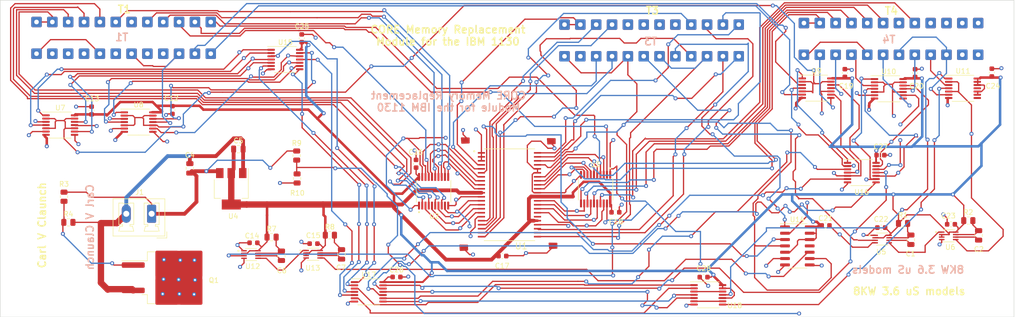
<source format=kicad_pcb>
(kicad_pcb (version 20221018) (generator pcbnew)
  (layers (0 "F.Cu" signal) (1 "In1.Cu" signal) (2 "In2.Cu" signal) (31 "B.Cu" signal) (34 "B.Paste" user) (35 "F.Paste" user) (36 "B.SilkS" user "B.Silkscreen") (37 "F.SilkS" user "F.Silkscreen") (38 "B.Mask" user) (39 "F.Mask" user) (44 "Edge.Cuts" user))
  (net 0 "")
  (net 1 "+3.3V")
  (net 2 "GND")
  (net 4 "Net-(SAR4-Pin_1)")
  (net 5 "Net-(SAR5-Pin_1)")
  (net 6 "Net-(SAR6-Pin_1)")
  (net 7 "Net-(SAR7-Pin_1)")
  (net 8 "Net-(SAR8-Pin_1)")
  (net 9 "Net-(SAR9-Pin_1)")
  (net 10 "Net-(SAR11-Pin_1)")
  (net 11 "Net-(SAR12-Pin_1)")
  (net 12 "Net-(SAR13-Pin_1)")
  (net 13 "Net-(SAR14-Pin_1)")
  (net 14 "Net-(SAR15-Pin_1)")
  (net 15 "Net-(U1-DQL0)")
  (net 16 "Net-(U1-DQL1)")
  (net 17 "Net-(U1-DQL2)")
  (net 18 "Net-(U1-DQL3)")
  (net 19 "Net-(U1-DQL4)")
  (net 20 "Net-(U1-DQL5)")
  (net 21 "Net-(U11-Pad1)")
  (net 22 "Net-(U1-DQU8)")
  (net 23 "Net-(U1-DQU9)")
  (net 24 "Net-(U1-DQU10)")
  (net 25 "Net-(U1-DQU11)")
  (net 26 "Net-(U1-DQU12)")
  (net 27 "Net-(U1-DQU13)")
  (net 28 "Net-(U11-Pad4)")
  (net 29 "Net-(U15-Pad3)")
  (net 30 "Net-(A1E09-Pin_1)")
  (net 31 "Net-(B1-Pin_1)")
  (net 32 "Net-(B3-Pin_1)")
  (net 33 "Net-(B4-Pin_1)")
  (net 34 "Net-(B5-Pin_1)")
  (net 35 "Net-(B6-Pin_1)")
  (net 36 "Net-(B7-Pin_1)")
  (net 37 "Net-(B8-Pin_1)")
  (net 38 "Net-(B9-Pin_1)")
  (net 39 "Net-(B10-Pin_1)")
  (net 40 "Net-(B11-Pin_1)")
  (net 41 "Net-(B12-Pin_1)")
  (net 42 "Net-(B13-Pin_1)")
  (net 43 "Net-(B14-Pin_1)")
  (net 44 "Net-(B15-Pin_1)")
  (net 45 "Net-(U15-Pad6)")
  (net 46 "Net-(U5-REXT{slash}CEXT)")
  (net 47 "Net-(U5-CEXT)")
  (net 48 "Net-(U6-REXT{slash}CEXT)")
  (net 49 "Net-(U6-CEXT)")
  (net 50 "Net-(U5-Q)")
  (net 51 "Net-(U15-Pad8)")
  (net 52 "Net-(U15-Pad11)")
  (net 53 "Net-(U16-Pad3)")
  (net 54 "Net-(U16-Pad6)")
  (net 55 "Net-(U16-Pad8)")
  (net 56 "Net-(A1E11-Pin_1)")
  (net 57 "Net-(C1A11-Pin_1)")
  (net 58 "Net-(G1E11-Pin_1)")
  (net 59 "Net-(U16-Pad11)")
  (net 60 "Net-(U17-Pad3)")
  (net 61 "Net-(U17-Pad6)")
  (net 62 "Net-(U17-Pad8)")
  (net 63 "Net-(U17-Pad11)")
  (net 64 "Net-(U18-Pad12)")
  (net 65 "Net-(U18-Pad6)")
  (net 66 "Net-(U1-DQL6)")
  (net 67 "Net-(U1-DQL7)")
  (net 68 "Net-(U1-DQU14)")
  (net 69 "Net-(U1-DQU15)")
  (net 70 "Net-(U6-Q)")
  (net 71 "Net-(B2-Pin_1)")
  (net 73 "Net-(U12-REXT{slash}CEXT)")
  (net 74 "Net-(U12-CEXT)")
  (net 75 "Net-(U13-REXT{slash}CEXT)")
  (net 76 "Net-(U13-CEXT)")
  (net 77 "Net-(U12-Q)")
  (net 78 "Net-(SR1-Pin_1)")
  (net 79 "Net-(K1E11-Pin_1)")
  (net 80 "Net-(G1E09-Pin_1)")
  (net 81 "Net-(J1A11-Pin_1)")
  (net 87 "Net-(M1A11-Pin_1)")
  (net 95 "unconnected-(SS1-Pin_1-Pad1)")
  (net 96 "Net-(SU1-Pin_1)")
  (net 97 "Net-(U1-~{E})")
  (net 98 "Net-(U2-~{1OE})")
  (net 99 "Net-(U13-Q)")
  (net 101 "Net-(R10-Pad1)")
  (net 102 "Net-(U1-~{W})")
  (net 104 "/+12V")
  (net 105 "Net-(Q1-G)")
  (net 106 "Net-(S0-Pin_1)")
  (net 107 "Net-(S1-Pin_1)")
  (net 108 "Net-(S2-Pin_1)")
  (net 109 "Net-(S4-Pin_1)")
  (net 110 "Net-(S5-Pin_1)")
  (net 111 "Net-(S6-Pin_1)")
  (net 112 "Net-(S8-Pin_1)")
  (net 113 "Net-(S9-Pin_1)")
  (net 114 "Net-(S10-Pin_1)")
  (net 115 "Net-(S11-Pin_1)")
  (net 116 "Net-(S12-Pin_1)")
  (net 117 "Net-(S14-Pin_1)")
  (net 118 "Net-(S15-Pin_1)")
  (net 119 "Net-(S16-Pin_1)")
  (net 120 "/1130ground")
  (footprint "Package_SO:TSSOP-14_4.4x5mm_P0.65mm" (layer "F.Cu") (at 238.7 73.525)
    (fp_text reference "U11")
    (fp_text value "74LCX38")
  )
  (footprint "Capacitor_SMD:C_0805_2012Metric" (layer "F.Cu") (at 93.45 85.725)
    (fp_text reference "C5")
    (fp_text value "4.7uF")
  )
  (footprint "Capacitor_SMD:C_0805_2012Metric" (layer "F.Cu") (at 228.25 103.89 -90)
    (fp_text reference "C1")
    (fp_text value "680pF")
  )
  (footprint "Capacitor_SMD:C_0603_1608Metric" (layer "F.Cu") (at 229.1 70.48 90)
    (fp_text reference "C20")
    (fp_text value "0.1uF")
  )
  (footprint "1130MRAM:sn74lvc1g123dcur" (layer "F.Cu") (at 108.435 106.79)
    (fp_text reference "U13")
    (fp_text value "SN74LVC1G123DCUR")
  )
  (footprint "Package_SO:TSSOP-14_4.4x5mm_P0.65mm" (layer "F.Cu") (at 187.65 114.925)
    (fp_text reference "U18")
    (fp_text value "74LS86")
  )
  (footprint "Package_SO:TSSOP-14_4.4x5mm_P0.65mm" (layer "F.Cu") (at 218.4125 90.425)
    (fp_text reference "U16")
    (fp_text value "74LS86")
  )
  (footprint "Resistor_SMD:R_0805_2012Metric" (layer "F.Cu") (at 105.22 91.5975 -90)
    (fp_text reference "R10")
    (fp_text value "10K")
  )
  (footprint "Capacitor_SMD:C_0805_2012Metric" (layer "F.Cu") (at 241.83 103.01 -90)
    (fp_text reference "C2")
    (fp_text value "33pF")
  )
  (footprint "Capacitor_SMD:C_0603_1608Metric" (layer "F.Cu") (at 222.15 86.925 180)
    (fp_text reference "C27")
    (fp_text value "0.1uF")
  )
  (footprint "Capacitor_SMD:C_0603_1608Metric" (layer "F.Cu") (at 215.02 70.465 90)
    (fp_text reference "C19")
    (fp_text value "0.1uF")
  )
  (footprint "Resistor_SMD:R_0805_2012Metric" (layer "F.Cu") (at 226.6825 100.61)
    (fp_text reference "R1")
    (fp_text value "1K")
  )
  (footprint "Library.carl:MR0A16A" (layer "F.Cu") (at 147.79 94.87)
    (fp_text reference "U1")
    (fp_text value "MR0A16AYS35")
  )
  (footprint "Resistor_SMD:R_0805_2012Metric" (layer "F.Cu") (at 111.79 102.97)
    (fp_text reference "R8")
    (fp_text value "1K")
  )
  (footprint "Capacitor_SMD:C_0603_1608Metric" (layer "F.Cu") (at 244.48 70.375 90)
    (fp_text reference "C24")
    (fp_text value "0.1uF")
  )
  (footprint "Resistor_SMD:R_0805_2012Metric" (layer "F.Cu") (at 105.14 87.01 -90)
    (fp_text reference "R9")
    (fp_text value "47k")
  )
  (footprint "Capacitor_SMD:C_0603_1608Metric" (layer "F.Cu") (at 222.315 101.45 180)
    (fp_text reference "C22")
    (fp_text value "0.1uF")
  )
  (footprint "Capacitor_SMD:C_0603_1608Metric" (layer "F.Cu") (at 64.02 77.985 90)
    (fp_text reference "C13")
    (fp_text value "0.1uF")
  )
  (footprint "Capacitor_SMD:C_0603_1608Metric" (layer "F.Cu") (at 106.15 63.5 90)
    (fp_text reference "C25")
    (fp_text value "0.1uF")
  )
  (footprint "Capacitor_SMD:C_0805_2012Metric" (layer "F.Cu") (at 83.725 89.575 90)
    (fp_text reference "C4")
    (fp_text value "1uF")
  )
  (footprint "Capacitor_SMD:C_0603_1608Metric" (layer "F.Cu") (at 80.22 77.885 -90)
    (fp_text reference "C12")
    (fp_text value "0.1uF")
  )
  (footprint "Capacitor_SMD:C_0603_1608Metric" (layer "F.Cu") (at 108.515 104.67 180)
    (fp_text reference "C15")
    (fp_text value "0.1uF")
  )
  (footprint "Capacitor_SMD:C_0603_1608Metric" (layer "F.Cu") (at 211.155 101.03)
    (fp_text reference "C21")
    (fp_text value "0.1uF")
  )
  (footprint "Connector_Phoenix_MC_HighVoltage:PhoenixContact_MCV_1,5_2-G-5.08_1x02_P5.08mm_Vertical" (layer "F.Cu") (at 76.0625 98.6825 180)
    (fp_text reference "J1")
    (fp_text value "Screw_Terminal_01x03")
  )
  (footprint "Capacitor_SMD:C_0805_2012Metric" (layer "F.Cu") (at 102.08 107.1 -90)
    (fp_text reference "C6")
    (fp_text value "680pF")
  )
  (footprint "Package_TO_SOT_SMD:TO-263-2" (layer "F.Cu") (at 80.025 111.5)
    (fp_text reference "Q1")
    (fp_text value "IRF540N")
  )
  (footprint "1130MRAM:sn74lvc244a" (layer "F.Cu") (at 165.055 93.74 -90)
    (fp_text reference "U3")
    (fp_text value "SN74LV240APWR")
  )
  (footprint "Package_SO:TSSOP-14_4.4x5mm_P0.65mm" (layer "F.Cu") (at 102.88 67.76)
    (fp_text reference "U15")
    (fp_text value "74LS86")
  )
  (footprint "Resistor_SMD:R_0805_2012Metric" (layer "F.Cu") (at 100.1075 103.36)
    (fp_text reference "R7")
    (fp_text value "1K")
  )
  (footprint "Resistor_SMD:R_0805_2012Metric" (layer "F.Cu") (at 58.5 95.2625 -90)
    (fp_text reference "R3")
    (fp_text value "47k")
  )
  (footprint "Resistor_SMD:R_0805_2012Metric" (layer "F.Cu") (at 239.7625 100.05)
    (fp_text reference "R2")
    (fp_text value "1K")
  )
  (footprint "Package_SO:TSSOP-14_4.4x5mm_P0.65mm" (layer "F.Cu") (at 209.35 73.5)
    (fp_text reference "U9")
    (fp_text value "74LCX38")
  )
  (footprint "Package_SO:TSSOP-14_4.4x5mm_P0.65mm" (layer "F.Cu") (at 57.75 80.9)
    (fp_text reference "U7")
    (fp_text value "74LCX38")
  )
  (footprint "Package_SO:SOIC-14_3.9x8.7mm_P1.27mm" (layer "F.Cu") (at 205.495 105.12)
    (fp_text reference "U14")
    (fp_text value "74HC00")
  )
  (footprint "1130MRAM:sn74lvc1g123dcur" (layer "F.Cu") (at 235.835 103.1)
    (fp_text reference "U6")
    (fp_text value "SN74LVC1G123DCUR")
  )
  (footprint "Package_SO:TSSOP-14_4.4x5mm_P0.65mm" (layer "F.Cu") (at 119.5875 114.325)
    (fp_text reference "U17")
    (fp_text value "74LS86")
  )
  (footprint "Capacitor_SMD:C_0603_1608Metric" (layer "F.Cu") (at 129.07 88.655 90)
    (fp_text reference "C16")
    (fp_text value "0.1uF")
  )
  (footprint "Capacitor_SMD:C_0603_1608Metric" (layer "F.Cu") (at 186.7 111.375)
    (fp_text reference "C28")
    (fp_text value "0.1uF")
  )
  (footprint "1130MRAM:sn74lvc1g123dcur" (layer "F.Cu") (at 222.4925 103.75)
    (fp_text reference "U5")
    (fp_text value "SN74LVC1G123DCUR")
  )
  (footprint "Capacitor_SMD:C_0805_2012Metric" (layer "F.Cu") (at 114.13 106.82 -90)
    (fp_text reference "C7")
    (fp_text value "47pF")
  )
  (footprint "1130MRAM:sn74lvc244a" (layer "F.Cu") (at 132.585 94.17 90)
    (fp_text reference "U2")
    (fp_text value "SN74LV240APWR")
  )
  (footprint "Capacitor_SMD:C_0603_1608Metric" (layer "F.Cu") (at 96.475 104.5 180)
    (fp_text reference "C14")
    (fp_text value "0.1uF")
  )
  (footprint "Resistor_SMD:R_0805_2012Metric" (layer "F.Cu") (at 59.375 100.4)
    (fp_text reference "R4")
    (fp_text value "33k")
  )
  (footprint "Capacitor_SMD:C_0603_1608Metric" (layer "F.Cu") (at 146.37 107.15)
    (fp_text reference "C17")
    (fp_text value "0.1uF")
  )
  (footprint "Package_SO:TSSOP-14_4.4x5mm_P0.65mm" (layer "F.Cu") (at 73.45 80.3)
    (fp_text reference "U8")
    (fp_text value "74LCX38")
  )
  (footprint "Package_TO_SOT_SMD:SOT-223-3_TabPin2" (layer "F.Cu") (at 92.025 93.675 -90)
    (fp_text reference "U4")
    (fp_text value "LDL1117")
  )
  (footprint "Package_SO:TSSOP-14_4.4x5mm_P0.65mm" (layer "F.Cu") (at 223.825 73.625)
    (fp_text reference "U10")
    (fp_text value "74LCX38")
  )
  (footprint "Capacitor_SMD:C_0603_1608Metric" (layer "F.Cu") (at 125.15 111.35)
    (fp_text reference "C26")
    (fp_text value "0.1uF")
  )
  (footprint "Capacitor_SMD:C_0603_1608Metric" (layer "F.Cu") (at 236.295 100.79 180)
    (fp_text reference "C23")
    (fp_text value "0.1uF")
  )
  (footprint "Capacitor_SMD:C_0603_1608Metric" (layer "F.Cu") (at 169.025 98.38)
    (fp_text reference "C18")
    (fp_text value "0.1uF")
  )
  (footprint "1130MRAM:sn74lvc1g123dcur" (layer "F.Cu") (at 95.985 106.85)
    (fp_text reference "U12")
    (fp_text value "SN74LVC1G123DCUR")
  )
  (footprint "1130MRAM:SLT" (layer "B.Cu") (at 52.99 66.59 180)
    (fp_text reference "A1E11" hide)
    (fp_text value "SLTpad")
  )
  (footprint "1130MRAM:SLT" (layer "B.Cu") (at 209.99 66.8 180)
    (fp_text reference "S10" hide)
    (fp_text value "SLTpad")
  )
  (footprint "1130MRAM:SLT" (layer "B.Cu") (at 168.35 60.76 180)
    (fp_text reference "SAR7" hide)
    (fp_text value "SLTpad")
  )
  (footprint "1130MRAM:SLT" (layer "B.Cu") (at 165.175 67.11 180)
    (fp_text reference "SAR4" hide)
    (fp_text value "SLTpad")
  )
  (footprint "1130MRAM:SLT" (layer "B.Cu") (at 162 67.11 180)
    (fp_text reference "H1A11" hide)
    (fp_text value "SLTpad")
  )
  (footprint "1130MRAM:SLT" (layer "B.Cu") (at 206.815 66.8 180)
    (fp_text reference "K1E11" hide)
    (fp_text value "SLTpad")
  )
  (footprint "1130MRAM:SLT" (layer "B.Cu") (at 81.565 60.24 180)
    (fp_text reference "B7" hide)
    (fp_text value "SLTpad")
  )
  (footprint "1130MRAM:SLT" (layer "B.Cu") (at 184.225 67.11 180)
    (fp_text reference "SAR8" hide)
    (fp_text value "SLTpad")
  )
  (footprint "1130MRAM:SLT" (layer "B.Cu") (at 174.7 67.11 180)
    (fp_text reference "SR1" hide)
    (fp_text value "SLTpad")
  )
  (footprint "1130MRAM:SLT" (layer "B.Cu") (at 232.215 66.8 180)
    (fp_text reference "S16" hide)
    (fp_text value "SLTpad")
  )
  (footprint "1130MRAM:SLT" (layer "B.Cu") (at 84.74 66.59 180)
    (fp_text reference "S8" hide)
    (fp_text value "SLTpad")
  )
  (footprint "1130MRAM:SLT" (layer "B.Cu") (at 177.875 60.76 180)
    (fp_text reference "J1A09" hide)
    (fp_text value "SLTpad")
  )
  (footprint "1130MRAM:SLT" (layer "B.Cu") (at 72.04 60.24 180)
    (fp_text reference "C1A09" hide)
    (fp_text value "SLTpad")
  )
  (footprint "1130MRAM:SLT" (layer "B.Cu") (at 87.915 66.59 180)
    (fp_text reference "S9" hide)
    (fp_text value "SLTpad")
  )
  (footprint "1130MRAM:SLT" (layer "B.Cu") (at 171.525 67.11 180)
    (fp_text reference "SW1" hide)
    (fp_text value "SLTpad")
  )
  (footprint "1130MRAM:SLT" (layer "B.Cu") (at 225.865 60.45 180)
    (fp_text reference "M1A09" hide)
    (fp_text value "SLTpad")
  )
  (footprint "1130MRAM:SLT" (layer "B.Cu") (at 62.515 66.59 180)
    (fp_text reference "S2" hide)
    (fp_text value "SLTpad")
  )
  (footprint "1130MRAM:SLT" (layer "B.Cu") (at 187.4 60.76 180)
    (fp_text reference "SAR11" hide)
    (fp_text value "SLTpad")
  )
  (footprint "1130MRAM:SLT" (layer "B.Cu") (at 56.165 60.24 180)
    (fp_text reference "B0" hide)
    (fp_text value "SLTpad")
  )
  (footprint "1130MRAM:SLT" (layer "B.Cu") (at 62.515 60.24 180)
    (fp_text reference "B2" hide)
    (fp_text value "SLTpad")
  )
  (footprint "1130MRAM:SLT" (layer "B.Cu") (at 65.69 66.59 180)
    (fp_text reference "S3" hide)
    (fp_text value "SLTpad")
  )
  (footprint "1130MRAM:SLT" (layer "B.Cu") (at 81.565 66.59 180)
    (fp_text reference "S7" hide)
    (fp_text value "SLTpad")
  )
  (footprint "1130MRAM:SLT" (layer "B.Cu") (at 232.215 60.45 180)
    (fp_text reference "M1C09" hide)
    (fp_text value "SLTpad")
  )
  (footprint "1130MRAM:SLT" (layer "B.Cu") (at 78.39 66.59 180)
    (fp_text reference "S6" hide)
    (fp_text value "SLTpad")
  )
  (footprint "1130MRAM:SLT" (layer "B.Cu") (at 87.915 60.24 180)
    (fp_text reference "B9" hide)
    (fp_text value "SLTpad")
  )
  (footprint "1130MRAM:SLT" (layer "B.Cu") (at 171.525 60.76 180)
    (fp_text reference "H1D09" hide)
    (fp_text value "SLTpad")
  )
  (footprint "1130MRAM:SLT" (layer "B.Cu") (at 193.75 67.11 180)
    (fp_text reference "SAR14" hide)
    (fp_text value "SLTpad")
  )
  (footprint "1130MRAM:SLT" (layer "B.Cu") (at 184.225 60.76 180)
    (fp_text reference "SAR9" hide)
    (fp_text value "SLTpad")
  )
  (footprint "1130MRAM:SLT" (layer "B.Cu") (at 193.75 60.76 180)
    (fp_text reference "SAR15" hide)
    (fp_text value "SLTpad")
  )
  (footprint "1130MRAM:SLT" (layer "B.Cu") (at 174.7 60.76 180)
    (fp_text reference "H1E09" hide)
    (fp_text value "SLTpad")
  )
  (footprint "1130MRAM:SLT" (layer "B.Cu") (at 235.39 60.45 180)
    (fp_text reference "M1D09" hide)
    (fp_text value "SLTpad")
  )
  (footprint "1130MRAM:SLT" (layer "B.Cu") (at 190.575 67.11 180)
    (fp_text reference "SAR12" hide)
    (fp_text value "SLTpad")
  )
  (footprint "1130MRAM:SLT" (layer "B.Cu") (at 177.875 67.11 180)
    (fp_text reference "J1A11" hide)
    (fp_text value "SLTpad")
  )
  (footprint "1130MRAM:SLT" (layer "B.Cu") (at 219.515 66.8 180)
    (fp_text reference "S13" hide)
    (fp_text value "SLTpad")
  )
  (footprint "1130MRAM:SLT" (layer "B.Cu") (at 213.165 60.45 180)
    (fp_text reference "B11" hide)
    (fp_text value "SLTpad")
  )
  (footprint "1130MRAM:SLT" (layer "B.Cu") (at 229.04 60.45 180)
    (fp_text reference "B15" hide)
    (fp_text value "SLTpad")
  )
  (footprint "1130MRAM:SLT" (layer "B.Cu") (at 216.34 60.45 180)
    (fp_text reference "B12" hide)
    (fp_text value "SLTpad")
  )
  (footprint "1130MRAM:SLT" (layer "B.Cu") (at 59.34 66.59 180)
    (fp_text reference "S1" hide)
    (fp_text value "SLTpad")
  )
  (footprint "1130MRAM:SLT" (layer "B.Cu") (at 75.215 66.59 180)
    (fp_text reference "S5" hide)
    (fp_text value "SLTpad")
  )
  (footprint "1130MRAM:SLT" (layer "B.Cu") (at 190.575 60.76 180)
    (fp_text reference "SAR13" hide)
    (fp_text value "SLTpad")
  )
  (footprint "1130MRAM:SLT" (layer "B.Cu") (at 68.865 60.24 180)
    (fp_text reference "B4" hide)
    (fp_text value "SLTpad")
  )
  (footprint "1130MRAM:SLT" (layer "B.Cu") (at 213.165 66.8 180)
    (fp_text reference "S11" hide)
    (fp_text value "SLTpad")
  )
  (footprint "1130MRAM:SLT" (layer "B.Cu") (at 75.215 60.24 180)
    (fp_text reference "B5" hide)
    (fp_text value "SLTpad")
  )
  (footprint "1130MRAM:SLT" (layer "B.Cu") (at 158.825 60.76 180)
    (fp_text reference "G1E09" hide)
    (fp_text value "SLTpad")
  )
  (footprint "1130MRAM:SLT" (layer "B.Cu") (at 56.165 66.59 180)
    (fp_text reference "S0" hide)
    (fp_text value "SLTpad")
  )
  (footprint "1130MRAM:SLT" (layer "B.Cu") (at 187.4 67.11 180)
    (fp_text reference "SAR10" hide)
    (fp_text value "SLTpad")
  )
  (footprint "1130MRAM:SLT" (layer "B.Cu") (at 209.99 60.45 180)
    (fp_text reference "B10" hide)
    (fp_text value "SLTpad")
  )
  (footprint "1130MRAM:SLT" (layer "B.Cu") (at 168.35 67.11 180)
    (fp_text reference "SAR6" hide)
    (fp_text value "SLTpad")
  )
  (footprint "1130MRAM:SLT" (layer "B.Cu") (at 222.69 60.45 180)
    (fp_text reference "B14" hide)
    (fp_text value "SLTpad")
  )
  (footprint "1130MRAM:SLT" (layer "B.Cu") (at 216.34 66.8 180)
    (fp_text reference "S12" hide)
    (fp_text value "SLTpad")
  )
  (footprint "1130MRAM:SLT" (layer "B.Cu") (at 165.175 60.76 180)
    (fp_text reference "SAR5" hide)
    (fp_text value "SLTpad")
  )
  (footprint "1130MRAM:SLT" (layer "B.Cu") (at 84.74 60.24 180)
    (fp_text reference "B8" hide)
    (fp_text value "SLTpad")
  )
  (footprint "1130MRAM:SLT" (layer "B.Cu") (at 219.515 60.45 180)
    (fp_text reference "B13" hide)
    (fp_text value "SLTpad")
  )
  (footprint "1130MRAM:SLT" (layer "B.Cu") (at 238.565 60.45 180)
    (fp_text reference "M1E09" hide)
    (fp_text value "SLTpad")
  )
  (footprint "1130MRAM:SLT" (layer "B.Cu") (at 229.04 66.8 180)
    (fp_text reference "S15" hide)
    (fp_text value "SLTpad")
  )
  (footprint "1130MRAM:SLT" (layer "B.Cu") (at 241.74 60.45 180)
    (fp_text reference "N1A09" hide)
    (fp_text value "SLTpad")
  )
  (footprint "1130MRAM:SLT" (layer "B.Cu") (at 158.825 67.11 180)
    (fp_text reference "G1E11" hide)
    (fp_text value "SLTpad")
  )
  (footprint "1130MRAM:SLT" (layer "B.Cu") (at 52.99 60.24 180)
    (fp_text reference "A1E09" hide)
    (fp_text value "SLTpad")
  )
  (footprint "1130MRAM:SLT" (layer "B.Cu") (at 222.69 66.8 180)
    (fp_text reference "S14" hide)
    (fp_text value "SLTpad")
  )
  (footprint "1130MRAM:SLT" (layer "B.Cu") (at 206.815 60.45 180)
    (fp_text reference "K1E09" hide)
    (fp_text value "SLTpad")
  )
  (footprint "1130MRAM:SLT" (layer "B.Cu") (at 68.865 66.59 180)
    (fp_text reference "S4" hide)
    (fp_text value "SLTpad")
  )
  (footprint "1130MRAM:SLT" (layer "B.Cu") (at 181.05 67.11 180)
    (fp_text reference "SU1" hide)
    (fp_text value "SLTpad")
  )
  (footprint "1130MRAM:SLT" (layer "B.Cu") (at 241.74 66.8 180)
    (fp_text reference "N1A11" hide)
    (fp_text value "SLTpad")
  )
  (footprint "1130MRAM:SLT" (layer "B.Cu") (at 181.05 60.76 180)
    (fp_text reference "SS1" hide)
    (fp_text value "SLTpad")
  )
  (footprint "1130MRAM:SLT" (layer "B.Cu") (at 238.565 66.8 180)
    (fp_text reference "M1E11" hide)
    (fp_text value "SLTpad")
  )
  (footprint "1130MRAM:SLT" (layer "B.Cu") (at 72.04 66.59 180)
    (fp_text reference "C1A11" hide)
    (fp_text value "SLTpad")
  )
  (footprint "1130MRAM:SLT" (layer "B.Cu") (at 225.865 66.8 180)
    (fp_text reference "M1A11" hide)
    (fp_text value "SLTpad")
  )
  (footprint "1130MRAM:SLT" (layer "B.Cu") (at 59.34 60.24 180)
    (fp_text reference "B1" hide)
    (fp_text value "SLTpad")
  )
  (footprint "1130MRAM:SLT" (layer "B.Cu") (at 235.39 66.8 180)
    (fp_text reference "S17" hide)
    (fp_text value "SLTpad")
  )
  (footprint "1130MRAM:SLT" (layer "B.Cu") (at 162 60.76 180)
    (fp_text reference "SAR3" hide)
    (fp_text value "SLTpad")
  )
  (footprint "1130MRAM:SLT" (layer "B.Cu") (at 65.69 60.24 180)
    (fp_text reference "B3" hide)
    (fp_text value "SLTpad")
  )
  (footprint "1130MRAM:SLT" (layer "B.Cu") (at 78.39 60.24 180)
    (fp_text reference "B6" hide)
    (fp_text value "SLTpad")
  )
  (gr_rect (start 45.72 55.88) (end 248.92 119.38) (stroke (width 0.1)) (fill none) (layer "Edge.Cuts"))
  (gr_text "T3" (at 177.6 65.025) (layer "B.SilkS") (effects (font (size 1.5 1.5) (thickness 0.3) bold) (justify left bottom mirror)))
  (gr_text "8KW 3.6 uS models" (at 227.675 110.775) (layer "B.SilkS") (effects (font (size 1.5 1.5) (thickness 0.3) bold) (justify bottom mirror)))
  (gr_text "T1" (at 71.55 64.175) (layer "B.SilkS") (effects (font (size 1.5 1.5) (thickness 0.3) bold) (justify left bottom mirror)))
  (gr_text "T4" (at 225.325 64.625) (layer "B.SilkS") (effects (font (size 1.5 1.5) (thickness 0.3) bold) (justify left bottom mirror)))
  (gr_text "CORE Memory Replacement\nModule for the IBM 1130" (at 135.575 78.275) (layer "B.SilkS") (effects (font (size 1.5 1.5) (thickness 0.3) bold) (justify bottom mirror)))
  (gr_text "Carl V Claunch" (at 64.575 92.6 90) (layer "B.SilkS") (effects (font (size 1.5 1.5) (thickness 0.3) bold) (justify left bottom mirror)))
  (gr_text "8KW 3.6 uS models" (at 227.9 115.075) (layer "F.SilkS") (effects (font (size 1.5 1.5) (thickness 0.3) bold) (justify bottom)))
  (gr_text "CORE Memory Replacement\nModule for the IBM 1130" (at 135.45 65.05) (layer "F.SilkS") (effects (font (size 1.5 1.5) (thickness 0.3) bold) (justify bottom)))
  (gr_text "T4" (at 222.85 58.875) (layer "F.SilkS") (effects (font (size 1.5 1.5) (thickness 0.3) bold) (justify left bottom)))
  (gr_text "T3" (at 174.95 58.85) (layer "F.SilkS") (effects (font (size 1.5 1.5) (thickness 0.3) bold) (justify left bottom)))
  (gr_text "T1" (at 69.1 58.575) (layer "F.SilkS") (effects (font (size 1.5 1.5) (thickness 0.3) bold) (justify left bottom)))
  (gr_text "Carl V Claunch" (at 54.975 109.75 90) (layer "F.SilkS") (effects (font (size 1.5 1.5) (thickness 0.3) bold) (justify left bottom)))
  (segment (start 107.476 77.806) (end 109.285 79.615) (width 0.508) (layer "F.Cu") (net 1))
  (segment (start 77.97 78.33) (end 78.14 78.16) (width 0.508) (layer "F.Cu") (net 1))
  (segment (start 221.325 86.025) (end 221.275 86.075) (width 0.25) (layer "F.Cu") (net 1))
  (segment (start 110.53 98.93) (end 110.53 96.95) (width 0.508) (layer "F.Cu") (net 1))
  (segment (start 99.2 98.96) (end 99.2 96.82) (width 0.508) (layer "F.Cu") (net 1))
  (segment (start 209.98 100.87) (end 209.54 101.31) (width 0.508) (layer "F.Cu") (net 1))
  (segment (start 222.76265 103.5) (end 223.26265 103) (width 0.25) (layer "F.Cu") (net 1))
  (segment (start 110.44 105.44) (end 110.8775 105.0025) (width 0.25) (layer "F.Cu") (net 1))
  (segment (start 224.12875 102.48875) (end 224.12875 102.76875) (width 0.25) (layer "F.Cu") (net 1))
  (segment (start 98.155 105.335) (end 99.195 104.295) (width 0.25) (layer "F.Cu") (net 1))
  (segment (start 125.745 98.545) (end 135.08 107.88) (width 0.762) (layer "F.Cu") (net 1))
  (segment (start 95.71485 106.1) (end 95.21485 106.6) (width 0.25) (layer "F.Cu") (net 1))
  (segment (start 109.67 104.67) (end 110.44 105.44) (width 0.25) (layer "F.Cu") (net 1))
  (segment (start 236 102.35) (end 237.24 102.35) (width 0.25) (layer "F.Cu") (net 1))
  (segment (start 142.17 94.47) (end 137.7 94.47) (width 0.762) (layer "F.Cu") (net 1))
  (segment (start 67.09 78.96) (end 66.89 78.76) (width 0.508) (layer "F.Cu") (net 1))
  (segment (start 238.85 100.74) (end 238.85 100.05) (width 0.254) (layer "F.Cu") (net 1))
  (segment (start 151.9 100.07) (end 151.68 99.85) (width 0.508) (layer "F.Cu") (net 1))
  (segment (start 130.3995 112.375) (end 132.225 110.5495) (width 0.381) (layer "F.Cu") (net 1))
  (segment (start 106.925 64.275) (end 106.15 64.275) (width 0.508) (layer "F.Cu") (net 1))
  (segment (start 92.5 85.725) (end 92.5 89.75) (width 0.762) (layer "F.Cu") (net 1))
  (segment (start 188.2 111.375) (end 188.675 110.9) (width 0.25) (layer "F.Cu") (net 1))
  (segment (start 221.0875 103.5) (end 221.72235 103.5) (width 0.25) (layer "F.Cu") (net 1))
  (segment (start 124.65 97.5) (end 125.695 98.545) (width 0.762) (layer "F.Cu") (net 1))
  (segment (start 212.48 71.53) (end 216.06 71.53) (width 0.508) (layer "F.Cu") (net 1))
  (segment (start 152 100.07) (end 152.711378 100.07) (width 0.762) (layer "F.Cu") (net 1))
  (segment (start 216.06 71.53) (end 216.48 71.54) (width 0.508) (layer "F.Cu") (net 1))
  (segment (start 124.65 96.82) (end 124.65 97.5) (width 0.508) (layer "F.Cu") (net 1))
  (segment (start 165.74 92.28) (end 167.989 94.529) (width 0.508) (layer "F.Cu") (net 1))
  (segment (start 137.21 93.98) (end 129.11 93.98) (width 0.762) (layer "F.Cu") (net 1))
  (segment (start 209.27 102.675) (end 209.27 101.635) (width 0.25) (layer "F.Cu") (net 1))
  (segment (start 223.26265 103) (end 223.8975 103) (width 0.25) (layer "F.Cu") (net 1))
  (segment (start 97.25 104.5) (end 98.085 105.335) (width 0.25) (layer "F.Cu") (net 1))
  (segment (start 235.92 102.70515) (end 232.11485 98.9) (width 0.25) (layer "F.Cu") (net 1))
  (segment (start 85.664 77.04) (end 77.02 77.04) (width 0.508) (layer "F.Cu") (net 1))
  (segment (start 234.43 103.35) (end 234.43 102.85) (width 0.25) (layer "F.Cu") (net 1))
  (segment (start 129.3105 91.6405) (end 129.651 91.3) (width 0.508) (layer "F.Cu") (net 1))
  (segment (start 64.02 78.76) (end 60.7985 78.76) (width 0.508) (layer "F.Cu") (net 1))
  (segment (start 124.32 94.65) (end 124.65 94.65) (width 0.254) (layer "F.Cu") (net 1))
  (segment (start 230.45 71.54) (end 227.04 71.54) (width 0.508) (layer "F.Cu") (net 1))
  (segment (start 232.11485 98.9) (end 227.48 98.9) (width 0.25) (layer "F.Cu") (net 1))
  (segment (start 224.675 97.825) (end 224.675 94.875) (width 0.254) (layer "F.Cu") (net 1))
  (segment (start 69.775 76.275) (end 67.09 78.96) (width 0.508) (layer "F.Cu") (net 1))
  (segment (start 221.275 86.075) (end 221.275 88.475) (width 0.381) (layer "F.Cu") (net 1))
  (segment (start 192.325 115.575) (end 190.5125 115.575) (width 0.25) (layer "F.Cu") (net 1))
  (segment (start 89.29 77.806) (end 107.476 77.806) (width 0.508) (layer "F.Cu") (net 1))
  (segment (start 60.7985 78.76) (end 60.6125 78.946) (width 0.508) (layer "F.Cu") (net 1))
  (segment (start 209.175 102.58) (end 209.27 102.675) (width 0.25) (layer "F.Cu") (net 1))
  (segment (start 135.08 107.88) (end 144.19 107.88) (width 0.762) (layer "F.Cu") (net 1))
  (segment (start 107.5 64.85) (end 106.925 64.275) (width 0.508) (layer "F.Cu") (net 1))
  (segment (start 99.195 98.975) (end 99.19 98.97) (width 0.25) (layer "F.Cu") (net 1))
  (segment (start 95.123446 96.82) (end 95.118446 96.825) (width 1.27) (layer "F.Cu") (net 1))
  (segment (start 167.989 94.529) (end 167.989 96.61) (width 0.508) (layer "F.Cu") (net 1))
  (segment (start 209.54 101.31) (end 207.97 101.31) (width 0.508) (layer "F.Cu") (net 1))
  (segment (start 126.27 96.82) (end 124.65 96.82) (width 0.762) (layer "F.Cu") (net 1))
  (segment (start 208.65 100.28) (end 209.39 100.28) (width 0.508) (layer "F.Cu") (net 1))
  (segment (start 238.85 100.05) (end 238.85 96.975) (width 0.254) (layer "F.Cu") (net 1))
  (segment (start 151.68 99.85) (end 151.68 95.67) (width 0.762) (layer "F.Cu") (net 1))
  (segment (start 234.43 102.85) (end 235.92 102.85) (width 0.25) (layer "F.Cu") (net 1))
  (segment (start 99.195 103.36) (end 99.195 98.975) (width 0.508) (layer "F.Cu") (net 1))
  (segment (start 207.97 103.85) (end 208.945 103.85) (width 0.25) (layer "F.Cu") (net 1))
  (segment (start 223.09 101.45) (end 224.12875 102.48875) (width 0.25) (layer "F.Cu") (net 1))
  (segment (start 152.12 95.23) (end 160.52 95.23) (width 0.762) (layer "F.Cu") (net 1))
  (segment (start 110.55 78.525) (end 110.375 78.525) (width 0.25) (layer "F.Cu") (net 1))
  (segment (start 187.475 111.375) (end 188.2 111.375) (width 0.25) (layer "F.Cu") (net 1))
  (segment (start 243 73.58462) (end 243 73) (width 0.25) (layer "F.Cu") (net 1))
  (segment (start 221.0875 103.5) (end 222.76265 103.5) (width 0.25) (layer "F.Cu") (net 1))
  (segment (start 209.39 100.28) (end 209.98 100.87) (width 0.508) (layer "F.Cu") (net 1))
  (segment (start 99.2 96.82) (end 110.4 96.82) (width 1.27) (layer "F.Cu") (net 1))
  (segment (start 77.02 77.04) (end 76.255 76.275) (width 0.508) (layer "F.Cu") (net 1))
  (segment (start 129.3105 91.6405) (end 129.651 91.6405) (width 0.508) (layer "F.Cu") (net 1))
  (segment (start 110.53 96.95) (end 110.4 96.82) (width 0.25) (layer "F.Cu") (net 1))
  (segment (start 209.27 103.525) (end 209.27 102.675) (width 0.25) (layer "F.Cu") (net 1))
  (segment (start 227.04 71.54) (end 226.97 71.61) (width 0.508) (layer "F.Cu") (net 1))
  (segment (start 92.5 89.75) (end 92.1 90.15) (width 0.25) (layer "F.Cu") (net 1))
  (segment (start 124.375 111.35) (end 123.475 111.35) (width 0.25) (layer "F.Cu") (net 1))
  (segment (start 151.68 95.67) (end 151.75 95.6) (width 0.762) (layer "F.Cu") (net 1))
  (segment (start 126.1 98.95) (end 126.15 98.95) (width 0.25) (layer "F.Cu") (net 1))
  (segment (start 237.705 101.885) (end 238.85 100.74) (width 0.254) (layer "F.Cu") (net 1))
  (segment (start 168.25 98.38) (end 168.25 96.88) (width 0.25) (layer "F.Cu") (net 1))
  (segment (start 241.65 71.575) (end 241.65 72.875) (width 0.25) (layer "F.Cu") (net 1))
  (segment (start 76.17 78.33) (end 77.97 78.33) (width 0.508) (layer "F.Cu") (net 1))
  (segment (start 152.711378 100.07) (end 153.41 100.07) (width 0.508) (layer "F.Cu") (net 1))
  (segment (start 190.5125 112.975) (end 188.675 111.1375) (width 0.508) (layer "F.Cu") (net 1))
  (segment (start 160.52 95.23) (end 160.52 94.406859) (width 0.508) (layer "F.Cu") (net 1))
  (segment (start 151.75 95.6) (end 152.12 95.23) (width 0.762) (layer "F.Cu") (net 1))
  (segment (start 144.19 107.88) (end 152 100.07) (width 0.762) (layer "F.Cu") (net 1))
  (segment (start 246.24 71.38) (end 242.22 71.38) (width 0.508) (layer "F.Cu") (net 1))
  (segment (start 125.695 98.545) (end 125.745 98.545) (width 0.508) (layer "F.Cu") (net 1))
  (segment (start 108.16485 106.04) (end 107.66485 106.54) (width 0.25) (layer "F.Cu") (net 1))
  (segment (start 92.025 90.525) (end 92.025 96.825) (width 1.27) (layer "F.Cu") (net 1))
  (segment (start 225.77 101.1275) (end 225.77 100.61) (width 0.25) (layer "F.Cu") (net 1))
  (segment (start 137.7 94.47) (end 137.21 93.98) (width 0.762) (layer "F.Cu") (net 1))
  (segment (start 110.4 96.82) (end 124.65 96.82) (width 1.27) (layer "F.Cu") (net 1))
  (segment (start 242.22 71.38) (end 242.07 71.53) (width 0.508) (layer "F.Cu") (net 1))
  (segment (start 235.92 102.43) (end 236 102.35) (width 0.25) (layer "F.Cu") (net 1))
  (segment (start 129.07 89.43) (end 129.07 90.71) (width 0.25) (layer "F.Cu") (net 1))
  (segment (start 98.085 105.335) (end 98.155 105.335) (width 0.25) (layer "F.Cu") (net 1))
  (segment (start 237.705 101.425) (end 237.705 101.885) (width 0.25) (layer "F.Cu") (net 1))
  (segment (start 225.77 100.61) (end 225.77 98.92) (width 0.254) (layer "F.Cu") (net 1))
  (segment (start 237.24 102.35) (end 237.705 101.885) (width 0.254) (layer "F.Cu") (net 1))
  (segment (start 162.646859 92.28) (end 165.74 92.28) (width 0.508) (layer "F.Cu") (net 1))
  (segment (start 123.475 111.35) (end 122.45 112.375) (width 0.25) (layer "F.Cu") (net 1))
  (segment (start 109.29 104.67) (end 109.67 104.67) (width 0.25) (layer "F.Cu") (net 1))
  (segment (start 238.85 96.975) (end 236.675 94.8) (width 0.254) (layer "F.Cu") (net 1))
  (segment (start 110.375 78.525) (end 109.285 79.615) (width 0.508) (layer "F.Cu") (net 1))
  (segment (start 192.025305 113.625) (end 192.85 114.449695) (width 0.25) (layer "F.Cu") (net 1))
  (segment (start 153.41 100.07) (end 151.9 100.07) (width 0.508) (layer "F.Cu") (net 1))
  (segment (start 78.14 78.16) (end 77.02 77.04) (width 0.508) (layer "F.Cu") (net 1))
  (segment (start 224.12875 102.76875) (end 225.77 101.1275) (width 0.254) (layer "F.Cu") (net 1))
  (segment (start 126.301 94.65) (end 129.3105 91.6405) (width 0.508) (layer "F.Cu") (net 1))
  (segment (start 227.48 98.9) (end 225.77 100.61) (width 0.25) (layer "F.Cu") (net 1))
  (segment (start 107.03 106.54) (end 107.03 107.04) (width 0.25) (layer "F.Cu") (net 1))
  (segment (start 224.675 94.875) (end 224.75 94.8) (width 0.25) (layer "F.Cu") (net 1))
  (segment (start 207.97 102.58) (end 209.175 102.58) (width 0.25) (layer "F.Cu") (net 1))
  (segment (start 107.66485 106.54) (end 107.03 106.54) (width 0.25) (layer "F.Cu") (net 1))
  (segment (start 216.48 71.54) (end 216.08 71.53) (width 0.508) (layer "F.Cu") (net 1))
  (segment (start 129.11 93.98) (end 126.27 96.82) (width 0.762) (layer "F.Cu") (net 1))
  (segment (start 192.85 114.449695) (end 192.85 115.05) (width 0.25) (layer "F.Cu") (net 1))
  (segment (start 205.825 103.85) (end 207.97 103.85) (width 0.25) (layer "F.Cu") (net 1))
  (segment (start 109.285 79.615) (end 124.32 94.65) (width 0.508) (layer "F.Cu") (net 1))
  (segment (start 242.40962 74.175) (end 243 73.58462) (width 0.25) (layer "F.Cu") (net 1))
  (segment (start 110.8775 99.2775) (end 110.53 98.93) (width 0.508) (layer "F.Cu") (net 1))
  (segment (start 110.8775 105.0025) (end 110.8775 102.97) (width 0.25) (layer "F.Cu") (net 1))
  (segment (start 190.5125 115.575) (end 189.775 115.575) (width 0.25) (layer "F.Cu") (net 1))
  (segment (start 242.875 72.875) (end 241.65 72.875) (width 0.25) (layer "F.Cu") (net 1))
  (segment (start 160.52 94.406859) (end 162.646859 92.28) (width 0.508) (layer "F.Cu") (net 1))
  (segment (start 235.92 102.85) (end 235.92 102.70515) (width 0.25) (layer "F.Cu") (net 1))
  (segment (start 99.195 104.295) (end 99.195 103.36) (width 0.25) (layer "F.Cu") (net 1))
  (segment (start 216.08 71.53) (end 216.07 71.53) (width 0.508) (layer "F.Cu") (net 1))
  (segment (start 235.92 102.85) (end 235.92 102.43) (width 0.25) (layer "F.Cu") (net 1))
  (segment (start 241.65 74.825) (end 241.65 74.175) (width 0.25) (layer "F.Cu") (net 1))
  (segment (start 109.84 106.04) (end 110.44 105.44) (width 0.25) (layer "F.Cu") (net 1))
  (segment (start 95.21485 106.6) (end 94.58 106.6) (width 0.25) (layer "F.Cu") (net 1))
  (segment (start 237.07 100.79) (end 237.705 101.425) (width 0.25) (layer "F.Cu") (net 1))
  (segment (start 203.02 106.39) (end 203.995 106.39) (width 0.25) (layer "F.Cu") (net 1))
  (segment (start 168.25 96.88) (end 167.98 96.61) (width 0.25) (layer "F.Cu") (net 1))
  (segment (start 188.675 111.1375) (end 188.675 110.9) (width 0.25) (layer "F.Cu") (net 1))
  (segment (start 76.255 76.275) (end 69.775 76.275) (width 0.508) (layer "F.Cu") (net 1))
  (segment (start 243 73) (end 242.875 72.875) (width 0.25) (layer "F.Cu") (net 1))
  (segment (start 86.43 77.806) (end 85.664 77.04) (width 0.508) (layer "F.Cu") (net 1))
  (segment (start 106.15 64.275) (end 106.15 65.4025) (width 0.381) (layer "F.Cu") (net 1))
  (segment (start 208.945 103.85) (end 209.27 103.525) (width 0.25) (layer "F.Cu") (net 1))
  (segment (start 95.118446 96.825) (end 92.025 96.825) (width 1.27) (layer "F.Cu") (net 1))
  (segment (start 203.995 106.39) (end 205.525 104.86) (width 0.25) (layer "F.Cu") (net 1))
  (segment (start 110.8775 102.97) (end 110.8775 99.2775) (width 0.508) (layer "F.Cu") (net 1))
  (segment (start 208.945 101.31) (end 207.97 101.31) (width 0.25) (layer "F.Cu") (net 1))
  (segment (start 205.525 104.86) (end 205.525 104.15) (width 0.25) (layer "F.Cu") (net 1))
  (segment (start 223.8975 103) (end 224.12875 102.76875) (width 0.254) (layer "F.Cu") (net 1))
  (segment (start 192.85 115.05) (end 192.325 115.575) (width 0.25) (layer "F.Cu") (net 1))
  (segment (start 97.39 106.1) (end 98.155 105.335) (width 0.25) (layer "F.Cu") (net 1))
  (segment (start 241.65 74.175) (end 242.40962 74.175) (width 0.25) (layer "F.Cu") (net 1))
  (segment (start 205.525 104.15) (end 205.825 103.85) (width 0.25) (layer "F.Cu") (net 1))
  (segment (start 124.65 94.65) (end 126.301 94.65) (width 0.508) (layer "F.Cu") (net 1))
  (segment (start 225.77 98.92) (end 224.675 97.825) (width 0.254) (layer "F.Cu") (net 1))
  (segment (start 109.84 106.04) (end 108.16485 106.04) (width 0.25) (layer "F.Cu") (net 1))
  (segment (start 99.2 96.82) (end 95.123446 96.82) (width 1.27) (layer "F.Cu") (net 1))
  (segment (start 122.45 112.375) (end 130.3995 112.375) (width 0.381) (layer "F.Cu") (net 1))
  (segment (start 190.5125 113.625) (end 190.5125 112.975) (width 0.25) (layer "F.Cu") (net 1))
  (segment (start 190.5125 113.625) (end 192.025305 113.625) (width 0.25) (layer "F.Cu") (net 1))
  (segment (start 66.89 78.76) (end 64.02 78.76) (width 0.508) (layer "F.Cu") (net 1))
  (segment (start 124.65 94.65) (end 124.65 96.82) (width 0.508) (layer "F.Cu") (net 1))
  (segment (start 106.15 65.4025) (end 105.7425 65.81) (width 0.381) (layer "F.Cu") (net 1))
  (segment (start 86.43 77.806) (end 89.29 77.806) (width 0.508) (layer "F.Cu") (net 1))
  (segment (start 97.39 106.1) (end 95.71485 106.1) (width 0.25) (layer "F.Cu") (net 1))
  (segment (start 99.19 98.97) (end 99.2 98.96) (width 0.25) (layer "F.Cu") (net 1))
  (segment (start 129.07 90.71) (end 129.66 91.3) (width 0.25) (layer "F.Cu") (net 1))
  (segment (start 125.695 98.545) (end 126.1 98.95) (width 0.508) (layer "F.Cu") (net 1))
  (segment (start 209.27 101.635) (end 208.945 101.31) (width 0.25) (layer "F.Cu") (net 1))
  (via (at 188.675 110.9) (size 0.8) (drill 0.4) (layers "F.Cu" "B.Cu") (net 1))
  (via (at 246.24 71.38) (size 0.8) (drill 0.4) (layers "F.Cu" "B.Cu") (net 1))
  (via (at 126.1 98.95) (size 0.8) (drill 0.4) (layers "F.Cu" "B.Cu") (net 1))
  (via (at 107.5 64.85) (size 0.8) (drill 0.4) (layers "F.Cu" "B.Cu") (net 1))
  (via (at 224.75 94.8) (size 0.8) (drill 0.4) (layers "F.Cu" "B.Cu") (net 1))
  (via (at 216.48 71.54) (size 0.8) (drill 0.4) (layers "F.Cu" "B.Cu") (net 1))
  (via (at 110.55 78.525) (size 0.8) (drill 0.4) (layers "F.Cu" "B.Cu") (net 1))
  (via (at 132.225 110.5495) (size 0.8) (drill 0.4) (layers "F.Cu" "B.Cu") (net 1))
  (via (at 208.65 100.28) (size 0.8) (drill 0.4) (layers "F.Cu" "B.Cu") (net 1))
  (via (at 230.45 71.54) (size 0.8) (drill 0.4) (layers "F.Cu" "B.Cu") (net 1))
  (via (at 221.325 86.025) (size 0.8) (drill 0.4) (layers "F.Cu" "B.Cu") (net 1))
  (via (at 236.675 94.8) (size 0.8) (drill 0.4) (layers "F.Cu" "B.Cu") (net 1))
  (segment (start 228.45 85.25) (end 228.535 85.165) (width 0.508) (layer "B.Cu") (net 1))
  (segment (start 132.225 108.629) (end 132.225 110.5495) (width 0.381) (layer "B.Cu") (net 1))
  (segment (start 135.29 110.14) (end 187.13 110.14) (width 0.508) (layer "B.Cu") (net 1))
  (segment (start 130.575 106.979) (end 132.225 108.629) (width 0.25) (layer "B.Cu") (net 1))
  (segment (start 130.575 106.979) (end 131.996 108.4) (width 0.508) (layer "B.Cu") (net 1))
  (segment (start 133.55 108.4) (end 135.29 110.14) (width 0.508) (layer "B.Cu") (net 1))
  (segment (start 230.53 82.54) (end 230.53 71.62) (width 0.508) (layer "B.Cu") (net 1))
  (segment (start 242.395 89.08) (end 242.395 84.545) (width 0.508) (layer "B.Cu") (net 1))
  (segment (start 187.13 110.14) (end 187.61 109.66) (width 0.508) (layer "B.Cu") (net 1))
  (segment (start 212.02 85.25) (end 221.975 85.25) (width 0.508) (layer "B.Cu") (net 1))
  (segment (start 131.996 108.4) (end 133.55 108.4) (width 0.508) (layer "B.Cu") (net 1))
  (segment (start 236.675 94.8) (end 242.395 89.08) (width 0.508) (layer "B.Cu") (net 1))
  (segment (start 246.13 80.81) (end 246.13 71.49) (width 0.508) (layer "B.Cu") (net 1))
  (segment (start 204.46 94.8) (end 204.46 96.09) (width 0.508) (layer "B.Cu") (net 1))
  (segment (start 107.05 65.3) (end 107.05 75.025) (width 0.508) (layer "B.Cu") (net 1))
  (segment (start 216.48 80.79) (end 212.02 85.25) (width 0.508) (layer "B.Cu") (net 1))
  (segment (start 221.975 85.25) (end 228.45 85.25) (width 0.508) (layer "B.Cu") (net 1))
  (segment (start 242.395 84.545) (end 246.13 80.81) (width 0.508) (layer "B.Cu") (net 1))
  (segment (start 130.246261 106.979) (end 126.1 102.832739) (width 0.508) (layer "B.Cu") (net 1))
  (segment (start 241.775 85.165) (end 242.395 84.545) (width 0.508) (layer "B.Cu") (net 1))
  (segment (start 187.61 109.835) (end 187.61 109.66) (width 0.25) (layer "B.Cu") (net 1))
  (segment (start 107.5 64.85) (end 107.05 65.3) (width 0.508) (layer "B.Cu") (net 1))
  (segment (start 224.75 94.8) (end 236.675 94.8) (width 0.508) (layer "B.Cu") (net 1))
  (segment (start 228.535 85.165) (end 241.775 85.165) (width 0.508) (layer "B.Cu") (net 1))
  (segment (start 246.13 71.49) (end 246.24 71.38) (width 0.508) (layer "B.Cu") (net 1))
  (segment (start 228.535 85.165) (end 230.53 83.17) (width 0.508) (layer "B.Cu") (net 1))
  (segment (start 107.05 75.025) (end 110.55 78.525) (width 0.508) (layer "B.Cu") (net 1))
  (segment (start 187.61 109.66) (end 202.47 94.8) (width 0.508) (layer "B.Cu") (net 1))
  (segment (start 188.675 110.9) (end 187.61 109.835) (width 0.508) (layer "B.Cu") (net 1))
  (segment (start 202.47 94.8) (end 204.46 94.8) (width 0.508) (layer "B.Cu") (net 1))
  (segment (start 130.575 106.979) (end 130.246261 106.979) (width 0.508) (layer "B.Cu") (net 1))
  (segment (start 204.46 94.8) (end 224.75 94.8) (width 0.508) (layer "B.Cu") (net 1))
  (segment (start 204.46 96.09) (end 208.65 100.28) (width 0.508) (layer "B.Cu") (net 1))
  (segment (start 126.1 102.832739) (end 126.1 98.95) (width 0.508) (layer "B.Cu") (net 1))
  (segment (start 216.48 71.54) (end 216.48 80.79) (width 0.508) (layer "B.Cu") (net 1))
  (segment (start 230.53 83.17) (end 230.53 82.54) (width 0.508) (layer "B.Cu") (net 1))
  (segment (start 221.325 85.9) (end 221.975 85.25) (width 0.508) (layer "B.Cu") (net 1))
  (segment (start 221.325 86.025) (end 221.325 85.9) (width 0.25) (layer "B.Cu") (net 1))
  (segment (start 230.53 71.62) (end 230.45 71.54) (width 0.508) (layer "B.Cu") (net 1))
  (segment (start 220.846 75.604) (end 220.875 75.604) (width 0.508) (layer "F.Cu") (net 2))
  (segment (start 156.8 85.55) (end 155.49 85.55) (width 0.25) (layer "F.Cu") (net 2))
  (segment (start 108.937701 63.387299) (end 108.275402 62.725) (width 0.25) (layer "F.Cu") (net 2))
  (segment (start 156.8 85.206396) (end 156.136802 84.543198) (width 0.25) (layer "F.Cu") (net 2))
  (segment (start 55.05 83.55) (end 54.625 83.125) (width 0.508) (layer "F.Cu") (net 2))
  (segment (start 159.1 94.2495) (end 158.8795 94.47) (width 0.25) (layer "F.Cu") (net 2))
  (segment (start 107.74 104.67) (end 106.46 104.67) (width 0.25) (layer "F.Cu") (net 2))
  (segment (start 156.8 85.55) (end 156.8 85.206396) (width 0.25) (layer "F.Cu") (net 2))
  (segment (start 152.69 89.67) (end 151.375 88.355) (width 0.25) (layer "F.Cu") (net 2))
  (segment (start 95.7 104.5) (end 93.71 104.5) (width 0.25) (layer "F.Cu") (net 2))
  (segment (start 106.46 104.67) (end 106.08 104.29) (width 0.25) (layer "F.Cu") (net 2))
  (segment (start 150.57 107.08) (end 147.215 107.08) (width 0.25) (layer "F.Cu") (net 2))
  (segment (start 81.525 111.5) (end 81.475 111.875) (width 1.27) (layer "F.Cu") (net 2))
  (segment (start 81.475 111.875) (end 84.75 111.95) (width 1.27) (layer "F.Cu") (net 2))
  (segment (start 221.15 101.45) (end 219.6 103) (width 0.25) (layer "F.Cu") (net 2))
  (segment (start 221.0875 103) (end 219.6 103) (width 0.25) (layer "F.Cu") (net 2))
  (segment (start 184.7875 116.875) (end 183.475 116.875) (width 0.25) (layer "F.Cu") (net 2))
  (segment (start 99.12 69.81) (end 98.37 70.56) (width 0.25) (layer "F.Cu") (net 2))
  (segment (start 160.7 92.1) (end 160.9 92.1) (width 0.25) (layer "F.Cu") (net 2))
  (segment (start 127.425 111.35) (end 125.925 111.35) (width 0.25) (layer "F.Cu") (net 2))
  (segment (start 160.7 92.3) (end 160.7 92.1) (width 0.25) (layer "F.Cu") (net 2))
  (segment (start 55.05 85.15) (end 55.05 83.55) (width 0.508) (layer "F.Cu") (net 2))
  (segment (start 155.49 85.55) (end 154.07 84.13) (width 0.25) (layer "F.Cu") (net 2))
  (segment (start 94.58 107.6) (end 94.58 108.54) (width 0.25) (layer "F.Cu") (net 2))
  (segment (start 185.925 111.425) (end 187.625 113.125) (width 0.25) (layer "F.Cu") (net 2))
  (segment (start 129.07 87.88) (end 129.07 86.29) (width 0.25) (layer "F.Cu") (net 2))
  (segment (start 216.56 105.38) (end 219.65 105.38) (width 0.25) (layer "F.Cu") (net 2))
  (segment (start 155.275 106.55) (end 156.325 105.5) (width 0.25) (layer "F.Cu") (net 2))
  (segment (start 108.275402 62.725) (end 106.15 62.725) (width 0.25) (layer "F.Cu") (net 2))
  (segment (start 159.1 93.9) (end 160.56 92.44) (width 0.25) (layer "F.Cu") (net 2))
  (segment (start 185.925 111.375) (end 186.075 111.375) (width 0.25) (layer "F.Cu") (net 2))
  (segment (start 219.875 76.925) (end 219.925 76.875) (width 0.508) (layer "F.Cu") (net 2))
  (segment (start 160.6 92.44) (end 160.6 92.4) (width 0.25) (layer "F.Cu") (net 2))
  (segment (start 64.02 77.21) (end 60.92 77.21) (width 0.25) (layer "F.Cu") (net 2))
  (segment (start 235.625 75.6) (end 235.721 75.504) (width 0.508) (layer "F.Cu") (net 2))
  (segment (start 221.54 101.45) (end 221.15 101.45) (width 0.25) (layer "F.Cu") (net 2))
  (segment (start 234.43 103.85) (end 234.43 104.4) (width 0.25) (layer "F.Cu") (net 2))
  (segment (start 142.17 88.07) (end 142.17 87.27) (width 0.25) (layer "F.Cu") (net 2))
  (segment (start 107.03 107.54) (end 106.07 108.5) (width 0.25) (layer "F.Cu") (net 2))
  (segment (start 220.53 104.5) (end 219.65 105.38) (width 0.25) (layer "F.Cu") (net 2))
  (segment (start 215.55 92.375) (end 215.55 92.7) (width 0.25) (layer "F.Cu") (net 2))
  (segment (start 205.15 77.575) (end 205.275 77.45) (width 0.508) (layer "F.Cu") (net 2))
  (segment (start 94.58 106.1) (end 94.43 106.1) (width 0.25) (layer "F.Cu") (net 2))
  (segment (start 235.52 100.79) (end 235.52 99.56) (width 0.25) (layer "F.Cu") (net 2))
  (segment (start 219.925 76.525) (end 220.846 75.604) (width 0.508) (layer "F.Cu") (net 2))
  (segment (start 151.375 84.975) (end 152.22 84.13) (width 0.25) (layer "F.Cu") (net 2))
  (segment (start 80.22 78.66) (end 79.176508 78.66) (width 0.25) (layer "F.Cu") (net 2))
  (segment (start 215.55 92.7) (end 214.425 93.825) (width 0.25) (layer "F.Cu") (net 2))
  (segment (start 127.5 111.275) (end 127.425 111.35) (width 0.25) (layer "F.Cu") (net 2))
  (segment (start 160.6 92.4) (end 160.7 92.3) (width 0.25) (layer "F.Cu") (net 2))
  (segment (start 224.05 86.925) (end 224.1 86.875) (width 0.25) (layer "F.Cu") (net 2))
  (segment (start 151.375 88.355) (end 151.375 84.975) (width 0.25) (layer "F.Cu") (net 2))
  (segment (start 106.07 108.5) (end 106.07 110.03) (width 0.25) (layer "F.Cu") (net 2))
  (segment (start 246.3 69.6) (end 246.4 69.5) (width 0.25) (layer "F.Cu") (net 2))
  (segment (start 105.22 92.51) (end 101.79 92.51) (width 0.25) (layer "F.Cu") (net 2))
  (segment (start 137.49804 95.85) (end 138.07804 95.27) (width 0.25) (layer "F.Cu") (net 2))
  (segment (start 234.43 104.4) (end 234 104.83) (width 0.25) (layer "F.Cu") (net 2))
  (segment (start 116.725 116.275) (end 115.825 116.275) (width 0.25) (layer "F.Cu") (net 2))
  (segment (start 93.71 104.5) (end 93.27 104.94) (width 0.25) (layer "F.Cu") (net 2))
  (segment (start 137.09 95.85) (end 137.09 96.81) (width 0.25) (layer "F.Cu") (net 2))
  (segment (start 68.775 83.725) (end 70 82.5) (width 0.508) (layer "F.Cu") (net 2))
  (segment (start 139.5 83.793604) (end 139.5 84.166396) (width 0.25) (layer "F.Cu") (net 2))
  (segment (start 138.49 82.783604) (end 139.5 83.793604) (width 0.25) (layer "F.Cu") (net 2))
  (segment (start 160.9 92.1) (end 162.13 90.87) (width 0.25) (layer "F.Cu") (net 2))
  (segment (start 152.69 90.47) (end 152.365 90.795) (width 0.25) (layer "F.Cu") (net 2))
  (segment (start 153.41 89.67) (end 152.69 89.67) (width 0.25) (layer "F.Cu") (net 2))
  (segment (start 153.41 89.67) (end 153.41 90.47) (width 0.25) (layer "F.Cu") (net 2))
  (segment (start 152.365 90.795) (end 152.365 94.145) (width 0.25) (layer "F.Cu") (net 2))
  (segment (start 99.955 69.81) (end 99.12 69.81) (width 0.25) (layer "F.Cu") (net 2))
  (segment (start 68.775 83.9) (end 68.775 83.725) (width 0.508) (layer "F.Cu") (net 2))
  (segment (start 183.475 116.875) (end 183.25 117.1) (width 0.25) (layer "F.Cu") (net 2))
  (segment (start 137.09 95.85) (end 137.49804 95.85) (width 0.25) (layer "F.Cu") (net 2))
  (segment (start 221.0875 104.5) (end 220.53 104.5) (width 0.25) (layer "F.Cu") (net 2))
  (segment (start 147.215 107.08) (end 147.145 107.15) (width 0.25) (layer "F.Cu") (net 2))
  (segment (start 115.825 116.275) (end 115.4 116.7) (width 0.25) (layer "F.Cu") (net 2))
  (segment (start 159.58 101.1145) (end 159.3355 100.87) (width 0.25) (layer "F.Cu") (net 2))
  (segment (start 235.721 75.504) (end 235.75 75.504) (width 0.508) (layer "F.Cu") (net 2))
  (segment (start 169.8 98.38) (end 169.8 97.34) (width 0.25) (layer "F.Cu") (net 2))
  (segment (start 152.365 94.145) (end 152.69 94.47) (width 0.25) (layer "F.Cu") (net 2))
  (segment (start 219.875 77.85) (end 219.875 76.925) (width 0.508) (layer "F.Cu") (net 2))
  (segment (start 159.1 94.2495) (end 159.1 93.9) (width 0.25) (layer "F.Cu") (net 2))
  (segment (start 213.99 102.81) (end 216.56 105.38) (width 0.25) (layer "F.Cu") (net 2))
  (segment (start 152.69 94.47) (end 153.41 94.47) (width 0.25) (layer "F.Cu") (net 2))
  (segment (start 159.3355 100.87) (end 153.41 100.87) (width 0.25) (layer "F.Cu") (net 2))
  (segment (start 153.41 90.47) (end 152.69 90.47) (width 0.25) (layer "F.Cu") (net 2))
  (segment (start 219.6 103) (end 218.84 103) (width 0.25) (layer "F.Cu") (net 2))
  (segment (start 215.02 69.69) (end 216.24 69.69) (width 0.25) (layer "F.Cu") (net 2))
  (segment (start 203.02 108.99) (end 201.65 110.36) (width 0.25) (layer "F.Cu") (net 2))
  (segment (start 230.345 69.705) (end 230.45 69.6) (width 0.25) (layer "F.Cu") (net 2))
  (segment (start 206.296 75.454) (end 206.4875 75.454) (width 0.508) (layer "F.Cu") (net 2))
  (segment (start 139.79 106.85) (end 138.71 105.77) (width 0.25) (layer "F.Cu") (net 2))
  (segment (start 160.56 92.44) (end 160.6 92.44) (width 0.25) (layer "F.Cu") (net 2))
  (segment (start 205.275 76.475) (end 206.296 75.454) (width 0.508) (layer "F.Cu") (net 2))
  (segment (start 169.8 97.34) (end 170.29 96.85) (width 0.25) (layer "F.Cu") (net 2))
  (segment (start 203.02 108.93) (end 203.02 108.99) (width 0.25) (layer "F.Cu") (net 2))
  (segment (start 142.17 82.88) (end 142.17 87.27) (width 0.25) (layer "F.Cu") (net 2))
  (segment (start 138.49 81.89) (end 138.49 82.783604) (width 0.25) (layer "F.Cu") (net 2))
  (segment (start 138.07804 95.27) (end 142.17 95.27) (width 0.25) (layer "F.Cu") (net 2))
  (segment (start 129.07 86.29) (end 128.76 85.98) (width 0.25) (layer "F.Cu") (net 2))
  (segment (start 94.58 108.54) (end 93.79 109.33) (width 0.25) (layer "F.Cu") (net 2))
  (segment (start 244.48 69.6) (end 246.3 69.6) (width 0.25) (layer "F.Cu") (net 2))
  (segment (start 205.275 77.45) (end 205.275 76.475) (width 0.508) (layer "F.Cu") (net 2))
  (segment (start 151.1 106.55) (end 150.57 107.08) (width 0.25) (layer "F.Cu") (net 2))
  (segment (start 218.84 103) (end 218.75 102.91) (width 0.25) (layer "F.Cu") (net 2))
  (segment (start 219.925 76.875) (end 219.925 76.525) (width 0.508) (layer "F.Cu") (net 2))
  (segment (start 222.925 86.925) (end 224.05 86.925) (width 0.25) (layer "F.Cu") (net 2))
  (segment (start 158.8795 94.47) (end 153.41 94.47) (width 0.25) (layer "F.Cu") (net 2))
  (segment (start 79.176508 78.66) (end 78.961008 78.8755) (width 0.25) (layer "F.Cu") (net 2))
  (segment (start 229.1 69.705) (end 230.345 69.705) (width 0.25) (layer "F.Cu") (net 2))
  (segment (start 151.1 106.55) (end 155.275 106.55) (width 0.25) (layer "F.Cu") (net 2))
  (segment (start 136.86 97.04) (end 135.51 97.04) (width 0.25) (layer "F.Cu") (net 2))
  (segment (start 152.22 84.13) (end 154.07 84.13) (width 0.25) (layer "F.Cu") (net 2))
  (segment (start 235.625 76.925) (end 235.625 75.6) (width 0.508) (layer "F.Cu") (net 2))
  (segment (start 94.43 106.1) (end 93.27 104.94) (width 0.25) (layer "F.Cu") (net 2))
  (segment (start 137.09 96.81) (end 136.86 97.04) (width 0.25) (layer "F.Cu") (net 2))
  (segment (start 141.06 81.77) (end 142.17 82.88) (width 0.25) (layer "F.Cu") (net 2))
  (segment (start 139.5 84.166396) (end 139.333198 84.333198) (width 0.25) (layer "F.Cu") (net 2))
  (segment (start 235.52 99.56) (end 234.76 98.8) (width 0.25) (layer "F.Cu") (net 2))
  (segment (start 211.93 101.03) (end 213.71 102.81) (width 0.25) (layer "F.Cu") (net 2))
  (segment (start 140.49 106.85) (end 139.79 106.85) (width 0.25) (layer "F.Cu") (net 2))
  (segment (start 213.71 102.81) (end 213.99 102.81) (width 0.25) (layer "F.Cu") (net 2))
  (segment (start 185.925 111.375) (end 185.925 111.425) (width 0.25) (layer "F.Cu") (net 2))
  (segment (start 216.24 69.69) (end 216.4 69.85) (width 0.25) (layer "F.Cu") (net 2))
  (via (at 98.37 70.56) (size 0.8) (drill 0.4) (layers "F.Cu" "B.Cu") (net 2))
  (via (at 93.79 109.33) (size 0.8) (drill 0.4) (layers "F.Cu" "B.Cu") (net 2))
  (via (at 55.05 85.15) (size 0.8) (drill 0.4) (layers "F.Cu" "B.Cu") (net 2))
  (via (at 106.08 104.29) (size 0.8) (drill 0.4) (layers "F.Cu" "B.Cu") (net 2))
  (via (at 68.775 83.9) (size 0.8) (drill 0.4) (layers "F.Cu" "B.Cu") (net 2))
  (via (at 78.275 114.75) (size 0.8) (drill 0.4) (layers "F.Cu" "B.Cu") (net 2))
  (via (at 84.65 107.975) (size 0.8) (drill 0.4) (layers "F.Cu" "B.Cu") (net 2))
  (via (at 78.45 111.8) (size 0.8) (drill 0.4) (layers "F.Cu" "B.Cu") (net 2))
  (via (at 216.4 69.85) (size 0.8) (drill 0.4) (layers "F.Cu" "B.Cu") (net 2))
  (via (at 235.625 76.925) (size 0.8) (drill 0.4) (layers "F.Cu" "B.Cu") (net 2))
  (via (at 60.92 77.21) (size 0.8) (drill 0.4) (layers "F.Cu" "B.Cu") (net 2))
  (via (at 151.1 106.55) (size 0.8) (drill 0.4) (layers "F.Cu" "B.Cu") (net 2))
  (via (at 156.8 85.55) (size 0.8) (drill 0.4) (layers "F.Cu" "B.Cu") (net 2))
  (via (at 78.961008 78.8755) (size 0.8) (drill 0.4) (layers "F.Cu" "B.Cu") (net 2))
  (via (at 218.75 102.91) (size 0.8) (drill 0.4) (layers "F.Cu" "B.Cu") (net 2))
  (via (at 138.49 81.89) (size 0.8) (drill 0.4) (layers "F.Cu" "B.Cu") (net 2))
  (via (at 81.8 107.975) (size 0.8) (drill 0.4) (layers "F.Cu" "B.Cu") (net 2))
  (via (at 219.875 77.85) (size 0.8) (drill 0.4) (layers "F.Cu" "B.Cu") (net 2))
  (via (at 81.625 114.75) (size 0.8) (drill 0.4) (layers "F.Cu" "B.Cu") (net 2))
  (via (at 230.45 69.6) (size 0.8) (drill 0.4) (layers "F.Cu" "B.Cu") (net 2))
  (via (at 81.475 111.875) (size 0.8) (drill 0.4) (layers "F.Cu" "B.Cu") (net 2))
  (via (at 84.575 114.825) (size 0.8) (drill 0.4) (layers "F.Cu" "B.Cu") (net 2))
  (via (at 213.99 102.81) (size 0.8) (drill 0.4) (layers "F.Cu" "B.Cu") (net 2))
  (via (at 205.15 77.575) (size 0.8) (drill 0.4) (layers "F.Cu" "B.Cu") (net 2))
  (via (at 234 104.83) (size 0.8) (drill 0.4) (layers "F.Cu" "B.Cu") (net 2))
  (via (at 201.65 110.36) (size 0.8) (drill 0.4) (layers "F.Cu" "B.Cu") (net 2))
  (via (at 115.4 116.7) (size 0.8) (drill 0.4) (layers "F.Cu" "B.Cu") (net 2))
  (via (at 128.76 85.98) (size 0.8) (drill 0.4) (layers "F.Cu" "B.Cu") (net 2))
  (via (at 84.75 111.95) (size 0.8) (drill 0.4) (layers "F.Cu" "B.Cu") (net 2))
  (via (at 141.06 81.77) (size 0.8) (drill 0.4) (layers "F.Cu" "B.Cu") (net 2))
  (via (at 93.27 104.94) (size 0.8) (drill 0.4) (layers "F.Cu" "B.Cu") (net 2))
  (via (at 234.76 98.8) (size 0.8) (drill 0.4) (layers "F.Cu" "B.Cu") (net 2))
  (via (at 108.937701 63.387299) (size 0.8) (drill 0.4) (layers "F.Cu" "B.Cu") (net 2))
  (via (at 214.425 93.825) (size 0.8) (drill 0.4) (layers "F.Cu" "B.Cu") (net 2))
  (via (at 224.1 86.875) (size 0.8) (drill 0.4) (layers "F.Cu" "B.Cu") (net 2))
  (via (at 137.09 95.85) (size 0.8) (drill 0.4) (layers "F.Cu" "B.Cu") (net 2))
  (via (at 160.7 92.1) (size 0.8) (drill 0.4) (layers "F.Cu" "B.Cu") (net 2))
  (via (at 78.525 107.875) (size 0.8) (drill 0.4) (layers "F.Cu" "B.Cu") (net 2))
  (via (at 159.58 101.1145) (size 0.8) (drill 0.4) (layers "F.Cu" "B.Cu") (net 2))
  (via (at 187.625 113.125) (size 0.8) (drill 0.4) (layers "F.Cu" "B.Cu") (net 2))
  (via (at 170.29 96.85) (size 0.8) (drill 0.4) (layers "F.Cu" "B.Cu") (net 2))
  (via (at 246.4 69.5) (size 0.8) (drill 0.4) (layers "F.Cu" "B.Cu") (net 2))
  (via (at 140.49 106.85) (size 0.8) (drill 0.4) (layers "F.Cu" "B.Cu") (net 2))
  (via (at 101.79 92.51) (size 0.8) (drill 0.4) (layers "F.Cu" "B.Cu") (net 2))
  (via (at 127.5 111.275) (size 0.8) (drill 0.4) (layers "F.Cu" "B.Cu") (net 2))
  (via (at 183.25 117.1) (size 0.8) (drill 0.4) (layers "F.Cu" "B.Cu") (net 2))
  (via (at 106.07 110.03) (size 0.8) (drill 0.4) (layers "F.Cu" "B.Cu") (net 2))
  (segment (start 136.5 85.41) (end 140.76 89.67) (width 0.25) (layer "F.Cu") (net 4))
  (segment (start 136.5 85.28) (end 136.5 85.41) (width 0.25) (layer "F.Cu") (net 4))
  (segment (start 140.76 89.67) (end 142.17 89.67) (width 0.25) (layer "F.Cu") (net 4))
  (via (at 136.5 85.28) (size 0.8) (drill 0.4) (layers "F.Cu" "B.Cu") (net 4))
  (segment (start 136.57 80.36) (end 143.9 73.03) (width 0.25) (layer "B.Cu") (net 4))
  (segment (start 136.5 85.28) (end 136.57 85.21) (width 0.25) (layer "B.Cu") (net 4))
  (segment (start 165.175 72.075) (end 165.175 67.11) (width 0.25) (layer "B.Cu") (net 4))
  (segment (start 136.57 85.21) (end 136.57 80.36) (width 0.25) (layer "B.Cu") (net 4))
  (segment (start 143.9 73.03) (end 164.22 73.03) (width 0.25) (layer "B.Cu") (net 4))
  (segment (start 164.22 73.03) (end 165.175 72.075) (width 0.25) (layer "B.Cu") (net 4))
  (segment (start 143.3 100.07) (end 142.17 100.07) (width 0.25) (layer "F.Cu") (net 5))
  (segment (start 143.8745 99.4955) (end 143.3 100.07) (width 0.25) (layer "F.Cu") (net 5))
  (segment (start 143.8745 80.2255) (end 143.8745 99.4955) (width 0.25) (layer "F.Cu") (net 5))
  (segment (start 148.23 74.36) (end 148.23 75.87) (width 0.25) (layer "F.Cu") (net 5))
  (segment (start 150.52 72.07) (end 148.23 74.36) (width 0.25) (layer "F.Cu") (net 5))
  (segment (start 148.23 75.87) (end 143.8745 80.2255) (width 0.25) (layer "F.Cu") (net 5))
  (via (at 150.52 72.07) (size 0.8) (drill 0.4) (layers "F.Cu" "B.Cu") (net 5))
  (segment (start 157.34 64.31) (end 150.52 71.13) (width 0.25) (layer "B.Cu") (net 5))
  (segment (start 150.52 71.13) (end 150.52 72.07) (width 0.25) (layer "B.Cu") (net 5))
  (segment (start 165.175 60.76) (end 161.625 64.31) (width 0.25) (layer "B.Cu") (net 5))
  (segment (start 161.625 64.31) (end 157.34 64.31) (width 0.25) (layer "B.Cu") (net 5))
  (segment (start 144.55 99.456396) (end 144.55 83.3555) (width 0.25) (layer "F.Cu") (net 6))
  (segment (start 144.55 83.3555) (end 144.3245 83.13) (width 0.25) (layer "F.Cu") (net 6))
  (segment (start 144.3245 80.819104) (end 149.52 75.623604) (width 0.25) (layer "F.Cu") (net 6))
  (segment (start 149.52 75.623604) (end 149.52 74.59) (width 0.25) (layer "F.Cu") (net 6))
  (segment (start 144.3245 83.13) (end 144.3245 80.819104) (width 0.25) (layer "F.Cu") (net 6))
  (segment (start 142.17 100.87) (end 143.136396 100.87) (width 0.25) (layer "F.Cu") (net 6))
  (segment (start 143.136396 100.87) (end 144.55 99.456396) (width 0.25) (layer "F.Cu") (net 6))
  (via (at 149.52 74.59) (size 0.8) (drill 0.4) (layers "F.Cu" "B.Cu") (net 6))
  (segment (start 163.296396 74.59) (end 149.52 74.59) (width 0.25) (layer "B.Cu") (net 6))
  (segment (start 168.35 67.11) (end 168.35 69.536396) (width 0.25) (layer "B.Cu") (net 6))
  (segment (start 168.35 69.536396) (end 163.296396 74.59) (width 0.25) (layer "B.Cu") (net 6))
  (segment (start 151.97 72.13) (end 151.97 73.81) (width 0.25) (layer "F.Cu") (net 7))
  (segment (start 142.17 101.67) (end 142.972792 101.67) (width 0.25) (layer "F.Cu") (net 7))
  (segment (start 142.972792 101.67) (end 145.16 99.482792) (width 0.25) (layer "F.Cu") (net 7))
  (segment (start 145.16 99.482792) (end 145.16 80.62) (width 0.25) (layer "F.Cu") (net 7))
  (segment (start 151.97 73.81) (end 145.16 80.62) (width 0.25) (layer "F.Cu") (net 7))
  (via (at 151.97 72.13) (size 0.8) (drill 0.4) (layers "F.Cu" "B.Cu") (net 7))
  (segment (start 151.97 70.62) (end 151.97 72.13) (width 0.25) (layer "B.Cu") (net 7))
  (segment (start 168.35 60.76) (end 164.13 64.98) (width 0.25) (layer "B.Cu") (net 7))
  (segment (start 164.13 64.98) (end 157.61 64.98) (width 0.25) (layer "B.Cu") (net 7))
  (segment (start 157.61 64.98) (end 151.97 70.62) (width 0.25) (layer "B.Cu") (net 7))
  (segment (start 174.154104 63.5295) (end 180.6445 63.5295) (width 0.25) (layer "F.Cu") (net 8))
  (segment (start 170.8 64.45) (end 173.233604 64.45) (width 0.25) (layer "F.Cu") (net 8))
  (segment (start 173.233604 64.45) (end 174.154104 63.5295) (width 0.25) (layer "F.Cu") (net 8))
  (segment (start 142.17 102.47) (end 142.89 102.47) (width 0.25) (layer "F.Cu") (net 8))
  (segment (start 159.991828 63.53) (end 169.88 63.53) (width 0.25) (layer "F.Cu") (net 8))
  (segment (start 149.01 79.89) (end 149.35 79.89) (width 0.25) (layer "F.Cu") (net 8))
  (segment (start 154.09 66.22) (end 153.93 66.06) (width 0.25) (layer "F.Cu") (net 8))
  (segment (start 142.89 102.47) (end 145.94 99.42) (width 0.25) (layer "F.Cu") (net 8))
  (segment (start 161.18 77.49) (end 161.18 73.97) (width 0.25) (layer "F.Cu") (net 8))
  (segment (start 153.93 64.87) (end 155.21 63.59) (width 0.25) (layer "F.Cu") (net 8))
  (segment (start 156.72 79.22) (end 150.02 79.22) (width 0.25) (layer "F.Cu") (net 8))
  (segment (start 154.09 66.88) (end 154.09 66.22) (width 0.25) (layer "F.Cu") (net 8))
  (segment (start 159.931828 63.59) (end 159.991828 63.53) (width 0.25) (layer "F.Cu") (net 8))
  (segment (start 161.18 73.97) (end 154.09 66.88) (width 0.25) (layer "F.Cu") (net 8))
  (segment (start 149.35 79.89) (end 150.02 79.22) (width 0.25) (layer "F.Cu") (net 8))
  (segment (start 145.94 99.42) (end 145.94 82.41) (width 0.25) (layer "F.Cu") (net 8))
  (segment (start 155.21 63.59) (end 159.931828 63.59) (width 0.25) (layer "F.Cu") (net 8))
  (segment (start 180.6445 63.5295) (end 184.225 67.11) (width 0.25) (layer "F.Cu") (net 8))
  (segment (start 153.93 66.06) (end 153.93 64.87) (width 0.25) (layer "F.Cu") (net 8))
  (segment (start 169.88 63.53) (end 170.8 64.45) (width 0.25) (layer "F.Cu") (net 8))
  (via (at 145.94 82.41) (size 0.8) (drill 0.4) (layers "F.Cu" "B.Cu") (net 8))
  (via (at 149.01 79.89) (size 0.8) (drill 0.4) (layers "F.Cu" "B.Cu") (net 8))
  (via (at 156.72 79.22) (size 0.8) (drill 0.4) (layers "F.Cu" "B.Cu") (net 8))
  (via (at 161.18 77.49) (size 0.8) (drill 0.4) (layers "F.Cu" "B.Cu") (net 8))
  (segment (start 146.49 82.41) (end 149.01 79.89) (width 0.25) (layer "B.Cu") (net 8))
  (segment (start 161.18 77.49) (end 158.45 77.49) (width 0.25) (layer "B.Cu") (net 8))
  (segment (start 158.45 77.49) (end 156.72 79.22) (width 0.25) (layer "B.Cu") (net 8))
  (segment (start 145.94 82.41) (end 146.49 82.41) (width 0.25) (layer "B.Cu") (net 8))
  (segment (start 151.58 67.38) (end 151.97 67.38) (width 0.25) (layer "F.Cu") (net 9))
  (segment (start 153.2 74.28) (end 146.61 80.87) (width 0.25) (layer "F.Cu") (net 9))
  (segment (start 151.97 67.38) (end 155.55 70.96) (width 0.25) (layer "F.Cu") (net 9))
  (segment (start 142.89 103.27) (end 146.665 99.495) (width 0.25) (layer "F.Cu") (net 9))
  (segment (start 153.2 72.3055) (end 153.2 74.28) (width 0.25) (layer "F.Cu") (net 9))
  (segment (start 146.665 99.495) (end 146.665 80.925) (width 0.25) (layer "F.Cu") (net 9))
  (segment (start 142.17 103.27) (end 142.89 103.27) (width 0.25) (layer "F.Cu") (net 9))
  (segment (start 146.665 80.925) (end 146.61 80.87) (width 0.25) (layer "F.Cu") (net 9))
  (via (at 155.55 70.96) (size 0.8) (drill 0.4) (layers "F.Cu" "B.Cu") (net 9))
  (via (at 151.58 67.38) (size 0.8) (drill 0.4) (layers "F.Cu" "B.Cu") (net 9))
  (via (at 153.2 72.3055) (size 0.8) (drill 0.4) (layers "F.Cu" "B.Cu") (net 9))
  (segment (start 182.195 58.525) (end 158.646828 58.525) (width 0.25) (layer "B.Cu") (net 9))
  (segment (start 154.5455 70.96) (end 153.2 72.3055) (width 0.25) (layer "B.Cu") (net 9))
  (segment (start 184.225 60.555) (end 182.195 58.525) (width 0.25) (layer "B.Cu") (net 9))
  (segment (start 184.225 60.76) (end 184.225 60.555) (width 0.25) (layer "B.Cu") (net 9))
  (segment (start 155.55 70.96) (end 154.5455 70.96) (width 0.25) (layer "B.Cu") (net 9))
  (segment (start 151.58 65.591828) (end 151.58 67.38) (width 0.25) (layer "B.Cu") (net 9))
  (segment (start 158.646828 58.525) (end 151.58 65.591828) (width 0.25) (layer "B.Cu") (net 9))
  (segment (start 195.57 63.6) (end 189.21 63.6) (width 0.25) (layer "F.Cu") (net 10))
  (segment (start 196.58 71.14) (end 196.58 64.61) (width 0.25) (layer "F.Cu") (net 10))
  (segment (start 187.65 81.275) (end 187.65 80.07) (width 0.25) (layer "F.Cu") (net 10))
  (segment (start 196.58 64.61) (end 195.57 63.6) (width 0.25) (layer "F.Cu") (net 10))
  (segment (start 187.65 80.07) (end 196.58 71.14) (width 0.25) (layer "F.Cu") (net 10))
  (segment (start 182.68 94.74) (end 182.68 86.92) (width 0.25) (layer "F.Cu") (net 10))
  (segment (start 182.68 86.92) (end 182.84 86.76) (width 0.25) (layer "F.Cu") (net 10))
  (segment (start 187.4 61.79) (end 187.4 60.76) (width 0.25) (layer "F.Cu") (net 10))
  (segment (start 189.21 63.6) (end 187.4 61.79) (width 0.25) (layer "F.Cu") (net 10))
  (segment (start 174.95 102.47) (end 182.68 94.74) (width 0.25) (layer "F.Cu") (net 10))
  (segment (start 153.41 102.47) (end 174.95 102.47) (width 0.25) (layer "F.Cu") (net 10))
  (via (at 187.65 81.275) (size 0.8) (drill 0.4) (layers "F.Cu" "B.Cu") (net 10))
  (via (at 182.84 86.76) (size 0.8) (drill 0.4) (layers "F.Cu" "B.Cu") (net 10))
  (segment (start 182.84 85.81) (end 182.84 86.76) (width 0.25) (layer "B.Cu") (net 10))
  (segment (start 187.65 81.275) (end 187.375 81.275) (width 0.25) (layer "B.Cu") (net 10))
  (segment (start 187.375 81.275) (end 182.84 85.81) (width 0.25) (layer "B.Cu") (net 10))
  (segment (start 180.61 95.07) (end 173.8405 101.8395) (width 0.25) (layer "F.Cu") (net 11))
  (segment (start 173.8405 101.8395) (end 153.5795 101.8395) (width 0.25) (layer "F.Cu") (net 11))
  (segment (start 181.06 86.775) (end 180.61 87.225) (width 0.25) (layer "F.Cu") (net 11))
  (segment (start 190.575 74.225) (end 190.575 67.11) (width 0.25) (layer "F.Cu") (net 11))
  (segment (start 180.61 87.225) (end 180.61 95.07) (width 0.25) (layer "F.Cu") (net 11))
  (segment (start 153.5795 101.8395) (end 153.41 101.67) (width 0.25) (layer "F.Cu") (net 11))
  (segment (start 183.29 81.51) (end 190.575 74.225) (width 0.25) (layer "F.Cu") (net 11))
  (via (at 183.29 81.51) (size 0.8) (drill 0.4) (layers "F.Cu" "B.Cu") (net 11))
  (via (at 181.06 86.775) (size 0.8) (drill 0.4) (layers "F.Cu" "B.Cu") (net 11))
  (segment (start 190.575 66.348172) (end 190.575 67.11) (width 0.25) (layer "B.Cu") (net 11))
  (segment (start 181.06 86.775) (end 181.06 83.74) (width 0.25) (layer "B.Cu") (net 11))
  (segment (start 181.06 83.74) (end 183.29 81.51) (width 0.25) (layer "B.Cu") (net 11))
  (segment (start 162.08 83.121396) (end 162.08 80.94) (width 0.25) (layer "F.Cu") (net 12))
  (segment (start 153.41 88.07) (end 156.73 88.07) (width 0.25) (layer "F.Cu") (net 12))
  (segment (start 159 85.8) (end 159.401396 85.8) (width 0.25) (layer "F.Cu") (net 12))
  (segment (start 162.08 80.94) (end 163.19 79.83) (width 0.25) (layer "F.Cu") (net 12))
  (segment (start 159.401396 85.8) (end 162.08 83.121396) (width 0.25) (layer "F.Cu") (net 12))
  (segment (start 156.73 88.07) (end 159 85.8) (width 0.25) (layer "F.Cu") (net 12))
  (via (at 163.19 79.83) (size 0.8) (drill 0.4) (layers "F.Cu" "B.Cu") (net 12))
  (segment (start 192.73 79.83) (end 193.675 78.885) (width 0.25) (layer "B.Cu") (net 12))
  (segment (start 198.03 72.245) (end 198.03 58.51) (width 0.25) (layer "B.Cu") (net 12))
  (segment (start 197.92 58.4) (end 191.16 58.4) (width 0.25) (layer "B.Cu") (net 12))
  (segment (start 163.19 79.83) (end 192.73 79.83) (width 0.25) (layer "B.Cu") (net 12))
  (segment (start 193.675 76.6) (end 198.03 72.245) (width 0.25) (layer "B.Cu") (net 12))
  (segment (start 193.675 78.885) (end 193.675 76.6) (width 0.25) (layer "B.Cu") (net 12))
  (segment (start 198.03 58.51) (end 197.92 58.4) (width 0.25) (layer "B.Cu") (net 12))
  (segment (start 191.16 58.4) (end 190.575 58.985) (width 0.25) (layer "B.Cu") (net 12))
  (segment (start 190.575 58.985) (end 190.575 60.76) (width 0.25) (layer "B.Cu") (net 12))
  (segment (start 160.68 83.885) (end 160.68 80.39) (width 0.25) (layer "F.Cu") (net 13))
  (segment (start 160.235 83.885) (end 160.68 83.885) (width 0.25) (layer "F.Cu") (net 13))
  (segment (start 153.41 87.27) (end 156.85 87.27) (width 0.25) (layer "F.Cu") (net 13))
  (segment (start 184.33 75.54) (end 189.14 70.73) (width 0.25) (layer "F.Cu") (net 13))
  (segment (start 156.85 87.27) (end 160.235 83.885) (width 0.25) (layer "F.Cu") (net 13))
  (segment (start 181.08 75.54) (end 184.33 75.54) (width 0.25) (layer "F.Cu") (net 13))
  (segment (start 160.68 80.39) (end 160.96 80.11) (width 0.25) (layer "F.Cu") (net 13))
  (via (at 181.08 75.54) (size 0.8) (drill 0.4) (layers "F.Cu" "B.Cu") (net 13))
  (via (at 160.96 80.11) (size 0.8) (drill 0.4) (layers "F.Cu" "B.Cu") (net 13))
  (via (at 189.14 70.73) (size 0.8) (drill 0.4) (layers "F.Cu" "B.Cu") (net 13))
  (segment (start 189.14 70.73) (end 190.13 70.73) (width 0.25) (layer "B.Cu") (net 13))
  (segment (start 180.51 74.97) (end 181.08 75.54) (width 0.25) (layer "B.Cu") (net 13))
  (segment (start 190.13 70.73) (end 193.75 67.11) (width 0.25) (layer "B.Cu") (net 13))
  (segment (start 160.96 80.11) (end 166.1 74.97) (width 0.25) (layer "B.Cu") (net 13))
  (segment (start 166.1 74.97) (end 180.51 74.97) (width 0.25) (layer "B.Cu") (net 13))
  (segment (start 159.06 84.36) (end 159.06 79.5) (width 0.25) (layer "F.Cu") (net 14))
  (segment (start 179.62 69.4) (end 179.62 64.72) (width 0.25) (layer "F.Cu") (net 14))
  (segment (start 177.07 71.95) (end 179.62 69.4) (width 0.25) (layer "F.Cu") (net 14))
  (segment (start 156.95 86.47) (end 159.06 84.36) (width 0.25) (layer "F.Cu") (net 14))
  (segment (start 153.41 86.47) (end 156.95 86.47) (width 0.25) (layer "F.Cu") (net 14))
  (via (at 177.07 71.95) (size 0.8) (drill 0.4) (layers "F.Cu" "B.Cu") (net 14))
  (via (at 179.62 64.72) (size 0.8) (drill 0.4) (layers "F.Cu" "B.Cu") (net 14))
  (via (at 159.06 79.5) (size 0.8) (drill 0.4) (layers "F.Cu" "B.Cu") (net 14))
  (segment (start 179.62 64.72) (end 181.54 62.8) (width 0.25) (layer "B.Cu") (net 14))
  (segment (start 181.54 62.8) (end 191.71 62.8) (width 0.25) (layer "B.Cu") (net 14))
  (segment (start 164.31 75.7) (end 168.06 71.95) (width 0.25) (layer "B.Cu") (net 14))
  (segment (start 168.06 71.95) (end 177.07 71.95) (width 0.25) (layer "B.Cu") (net 14))
  (segment (start 160.51 79.5) (end 164.31 75.7) (width 0.25) (layer "B.Cu") (net 14))
  (segment (start 191.71 62.8) (end 193.75 60.76) (width 0.25) (layer "B.Cu") (net 14))
  (segment (start 159.06 79.5) (end 160.51 79.5) (width 0.25) (layer "B.Cu") (net 14))
  (segment (start 93.65 66.3) (end 93.925 66.3) (width 0.25) (layer "F.Cu") (net 15))
  (segment (start 54.8 78.95) (end 54.275 78.95) (width 0.25) (layer "F.Cu") (net 15))
  (segment (start 93.925 66.3) (end 94.415 65.81) (width 0.25) (layer "F.Cu") (net 15))
  (segment (start 54.275 78.95) (end 53.325 78) (width 0.25) (layer "F.Cu") (net 15))
  (segment (start 130.45 88.775305) (end 130.45 86.225) (width 0.25) (layer "F.Cu") (net 15))
  (segment (start 94.415 65.81) (end 100.0175 65.81) (width 0.25) (layer "F.Cu") (net 15))
  (segment (start 134.975 84.789695) (end 141.455305 91.27) (width 0.25) (layer "F.Cu") (net 15))
  (segment (start 130.96 91.3) (end 130.96 89.045) (width 0.25) (layer "F.Cu") (net 15))
  (segment (start 131.885305 84.789695) (end 133.535305 84.789695) (width 0.25) (layer "F.Cu") (net 15))
  (segment (start 93.65 66.575) (end 93.65 66.3) (width 0.25) (layer "F.Cu") (net 15))
  (segment (start 130.96 89.045) (end 130.719695 89.045) (width 0.25) (layer "F.Cu") (net 15))
  (segment (start 130.45 86.225) (end 131.885305 84.789695) (width 0.25) (layer "F.Cu") (net 15))
  (segment (start 133.614695 84.789695) (end 134.975 84.789695) (width 0.25) (layer "F.Cu") (net 15))
  (segment (start 141.455305 91.27) (end 142.17 91.27) (width 0.25) (layer "F.Cu") (net 15))
  (segment (start 130.719695 89.045) (end 130.45 88.775305) (width 0.25) (layer "F.Cu") (net 15))
  (segment (start 58 69.7) (end 90.525 69.7) (width 0.25) (layer "F.Cu") (net 15))
  (segment (start 133.535305 84.789695) (end 133.575 84.75) (width 0.25) (layer "F.Cu") (net 15))
  (segment (start 90.525 69.7) (end 93.65 66.575) (width 0.25) (layer "F.Cu") (net 15))
  (segment (start 133.575 84.75) (end 133.614695 84.789695) (width 0.25) (layer "F.Cu") (net 15))
  (via (at 58 69.7) (size 0.8) (drill 0.4) (layers "F.Cu" "B.Cu") (net 15))
  (via (at 53.325 78) (size 0.8) (drill 0.4) (layers "F.Cu" "B.Cu") (net 15))
  (via (at 93.65 66.3) (size 0.8) (drill 0.4) (layers "F.Cu" "B.Cu") (net 15))
  (via (at 133.575 84.75) (size 0.8) (drill 0.4) (layers "F.Cu" "B.Cu") (net 15))
  (segment (start 58 69.7) (end 57.155 69.7) (width 0.25) (layer "B.Cu") (net 15))
  (segment (start 53.325 73.53) (end 53.325 78) (width 0.25) (layer "B.Cu") (net 15))
  (segment (start 57.155 69.7) (end 53.325 73.53) (width 0.25) (layer "B.Cu") (net 15))
  (segment (start 132.26 91.3) (end 132.26 90.530402) (width 0.25) (layer "F.Cu") (net 16))
  (segment (start 57.947604 70.777701) (end 58.575305 70.15) (width 0.25) (layer "F.Cu") (net 16))
  (segment (start 58.575305 70.15) (end 91.875 70.15) (width 0.25) (layer "F.Cu") (net 16))
  (segment (start 133.525 85.975) (end 133.575 85.925) (width 0.25) (layer "F.Cu") (net 16))
  (segment (start 132.26 90.530402) (end 131.95 90.220402) (width 0.25) (layer "F.Cu") (net 16))
  (segment (start 131.95 90.220402) (end 131.95 86.67) (width 0.25) (layer "F.Cu") (net 16))
  (segment (start 141.03 92.07) (end 142.17 92.07) (width 0.25) (layer "F.Cu") (net 16))
  (segment (start 132.645 85.975) (end 133.525 85.975) (width 0.25) (layer "F.Cu") (net 16))
  (segment (start 55.052701 70.777701) (end 57.947604 70.777701) (width 0.25) (layer "F.Cu") (net 16))
  (segment (start 94.55 67.475) (end 94.75 67.475) (width 0.25) (layer "F.Cu") (net 16))
  (segment (start 51.85 80.9) (end 54.8 80.9) (width 0.25) (layer "F.Cu") (net 16))
  (segment (start 131.95 86.67) (end 132.645 85.975) (width 0.25) (layer "F.Cu") (net 16))
  (segment (start 133.625 85.975) (end 134.935 85.975) (width 0.25) (layer "F.Cu") (net 16))
  (segment (start 133.575 85.925) (end 133.625 85.975) (width 0.25) (layer "F.Cu") (net 16))
  (segment (start 91.875 70.15) (end 94.55 67.475) (width 0.25) (layer "F.Cu") (net 16))
  (segment (start 134.935 85.975) (end 141.03 92.07) (width 0.25) (layer "F.Cu") (net 16))
  (segment (start 95.765 66.46) (end 100.0175 66.46) (width 0.25) (layer "F.Cu") (net 16))
  (segment (start 51.825 80.925) (end 51.85 80.9) (width 0.25) (layer "F.Cu") (net 16))
  (segment (start 94.75 67.475) (end 95.765 66.46) (width 0.25) (layer "F.Cu") (net 16))
  (via (at 51.825 80.925) (size 0.8) (drill 0.4) (layers "F.Cu" "B.Cu") (net 16))
  (via (at 55.052701 70.777701) (size 0.8) (drill 0.4) (layers "F.Cu" "B.Cu") (net 16))
  (via (at 94.55 67.475) (size 0.8) (drill 0.4) (layers "F.Cu" "B.Cu") (net 16))
  (via (at 133.575 85.925) (size 0.8) (drill 0.4) (layers "F.Cu" "B.Cu") (net 16))
  (segment (start 55.052701 70.777701) (end 51.825 74.005402) (width 0.25) (layer "B.Cu") (net 16))
  (segment (start 51.825 74.005402) (end 51.825 80.925) (width 0.25) (layer "B.Cu") (net 16))
  (segment (start 64.075 82.225) (end 64.05 82.2) (width 0.25) (layer "F.Cu") (net 17))
  (segment (start 64.05 82.2) (end 60.7 82.2) (width 0.25) (layer "F.Cu") (net 17))
  (segment (start 59.725 71.225) (end 60.574695 71.225) (width 0.25) (layer "F.Cu") (net 17))
  (segment (start 133.56 91.3) (end 133.56 89.36) (width 0.25) (layer "F.Cu") (net 17))
  (segment (start 96.325 67.575) (end 96.51 67.76) (width 0.25) (layer "F.Cu") (net 17))
  (segment (start 133.35 86.875) (end 133.525 87.125) (width 0.25) (layer "F.Cu") (net 17))
  (segment (start 132.4 87.825) (end 133.35 86.875) (width 0.25) (layer "F.Cu") (net 17))
  (segment (start 96.51 67.76) (end 100.0175 67.76) (width 0.25) (layer "F.Cu") (net 17))
  (segment (start 61.199695 70.6) (end 93.3 70.6) (width 0.25) (layer "F.Cu") (net 17))
  (segment (start 60.574695 71.225) (end 61.199695 70.6) (width 0.25) (layer "F.Cu") (net 17))
  (segment (start 140.91 92.87) (end 142.17 92.87) (width 0.25) (layer "F.Cu") (net 17))
  (segment (start 93.3 70.6) (end 96.325 67.575) (width 0.25) (layer "F.Cu") (net 17))
  (segment (start 134.915 86.875) (end 140.91 92.87) (width 0.25) (layer "F.Cu") (net 17))
  (segment (start 132.4 88.2) (end 132.4 87.825) (width 0.25) (layer "F.Cu") (net 17))
  (segment (start 133.525 87.125) (end 134.915 86.875) (width 0.25) (layer "F.Cu") (net 17))
  (segment (start 133.56 89.36) (end 132.4 88.2) (width 0.25) (layer "F.Cu") (net 17))
  (via (at 59.725 71.225) (size 0.8) (drill 0.4) (layers "F.Cu" "B.Cu") (net 17))
  (via (at 96.325 67.575) (size 0.8) (drill 0.4) (layers "F.Cu" "B.Cu") (net 17))
  (via (at 64.075 82.225) (size 0.8) (drill 0.4) (layers "F.Cu" "B.Cu") (net 17))
  (via (at 133.525 87.125) (size 0.8) (drill 0.4) (layers "F.Cu" "B.Cu") (net 17))
  (segment (start 59.725 71.225) (end 64.075 75.575) (width 0.25) (layer "B.Cu") (net 17))
  (segment (start 64.075 75.575) (end 64.075 82.225) (width 0.25) (layer "B.Cu") (net 17))
  (segment (start 96.465 68.41) (end 100.0175 68.41) (width 0.25) (layer "F.Cu") (net 18))
  (segment (start 61.575 71.05) (end 93.825 71.05) (width 0.25) (layer "F.Cu") (net 18))
  (segment (start 93.825 71.05) (end 95.35 69.525) (width 0.25) (layer "F.Cu") (net 18))
  (segment (start 95.45 69.425) (end 96.465 68.41) (width 0.25) (layer "F.Cu") (net 18))
  (segment (start 134.86 91.3) (end 134.86 89.62) (width 0.25) (layer "F.Cu") (net 18))
  (segment (start 137.375 90.255) (end 137.375 90.6) (width 0.25) (layer "F.Cu") (net 18))
  (segment (start 134.88 88.28) (end 135.4 88.28) (width 0.25) (layer "F.Cu") (net 18))
  (segment (start 60.725 80.275) (end 60.7 80.25) (width 0.25) (layer "F.Cu") (net 18))
  (segment (start 140.79 93.67) (end 142.17 93.67) (width 0.25) (layer "F.Cu") (net 18))
  (segment (start 135.4 88.28) (end 137.375 90.255) (width 0.25) (layer "F.Cu") (net 18))
  (segment (start 62.85 80.275) (end 60.725 80.275) (width 0.25) (layer "F.Cu") (net 18))
  (segment (start 134.6 88.56) (end 134.88 88.28) (width 0.25) (layer "F.Cu") (net 18))
  (segment (start 134.86 89.62) (end 134.6 89.36) (width 0.25) (layer "F.Cu") (net 18))
  (segment (start 137.72 90.6) (end 140.79 93.67) (width 0.25) (layer "F.Cu") (net 18))
  (segment (start 59.775 72.85) (end 61.575 71.05) (width 0.25) (layer "F.Cu") (net 18))
  (segment (start 134.6 89.36) (end 134.6 88.56) (width 0.25) (layer "F.Cu") (net 18))
  (segment (start 137.375 90.6) (end 137.72 90.6) (width 0.25) (layer "F.Cu") (net 18))
  (segment (start 95.45 69.525) (end 95.45 69.425) (width 0.25) (layer "F.Cu") (net 18))
  (segment (start 95.35 69.525) (end 95.45 69.525) (width 0.25) (layer "F.Cu") (net 18))
  (via (at 62.85 80.275) (size 0.8) (drill 0.4) (layers "F.Cu" "B.Cu") (net 18))
  (via (at 59.775 72.85) (size 0.8) (drill 0.4) (layers "F.Cu" "B.Cu") (net 18))
  (via (at 137.375 90.6) (size 0.8) (drill 0.4) (layers "F.Cu" "B.Cu") (net 18))
  (via (at 95.45 69.525) (size 0.8) (drill 0.4) (layers "F.Cu" "B.Cu") (net 18))
  (segment (start 62.85 75.925) (end 62.85 80.275) (width 0.25) (layer "B.Cu") (net 18))
  (segment (start 59.775 72.85) (end 62.85 75.925) (width 0.25) (layer "B.Cu") (net 18))
  (segment (start 101.755195 72.3) (end 104.1 69.955195) (width 0.25) (layer "F.Cu") (net 19))
  (segment (start 137.37 98.25) (end 139.55 96.07) (width 0.25) (layer "F.Cu") (net 19))
  (segment (start 104.995195 69.06) (end 105.7425 69.06) (width 0.25) (layer "F.Cu") (net 19))
  (segment (start 134.86 97.825) (end 135.505 98.47) (width 0.25) (layer "F.Cu") (net 19))
  (segment (start 104.1 69.5) (end 104.555195 69.5) (width 0.25) (layer "F.Cu") (net 19))
  (segment (start 68.475 78.85) (end 68.975 78.35) (width 0.25) (layer "F.Cu") (net 19))
  (segment (start 68.975 78.35) (end 70.5 78.35) (width 0.25) (layer "F.Cu") (net 19))
  (segment (start 134.86 97.04) (end 134.86 97.825) (width 0.25) (layer "F.Cu") (net 19))
  (segment (start 72.25 72.125) (end 95.313299 72.125) (width 0.25) (layer "F.Cu") (net 19))
  (segment (start 135.505 98.47) (end 137.15 98.47) (width 0.25) (layer "F.Cu") (net 19))
  (segment (start 137.15 98.47) (end 137.3 98.32) (width 0.25) (layer "F.Cu") (net 19))
  (segment (start 104.1 69.955195) (end 104.1 69.5) (width 0.25) (layer "F.Cu") (net 19))
  (segment (start 104.555195 69.5) (end 104.995195 69.06) (width 0.25) (layer "F.Cu") (net 19))
  (segment (start 139.55 96.07) (end 142.17 96.07) (width 0.25) (layer "F.Cu") (net 19))
  (segment (start 137.3 98.32) (end 137.3 98.25) (width 0.25) (layer "F.Cu") (net 19))
  (segment (start 95.488299 72.3) (end 101.755195 72.3) (width 0.25) (layer "F.Cu") (net 19))
  (segment (start 71.875 72.5) (end 72.25 72.125) (width 0.25) (layer "F.Cu") (net 19))
  (segment (start 95.313299 72.125) (end 95.488299 72.3) (width 0.25) (layer "F.Cu") (net 19))
  (segment (start 137.3 98.25) (end 137.37 98.25) (width 0.25) (layer "F.Cu") (net 19))
  (via (at 104.1 69.5) (size 0.8) (drill 0.4) (layers "F.Cu" "B.Cu") (net 19))
  (via (at 71.875 72.5) (size 0.8) (drill 0.4) (layers "F.Cu" "B.Cu") (net 19))
  (via (at 137.3 98.25) (size 0.8) (drill 0.4) (layers "F.Cu" "B.Cu") (net 19))
  (via (at 139.7875 101.1875) (size 0.8) (drill 0.4) (layers "F.Cu" "B.Cu") (net 19))
  (via (at 68.475 78.85) (size 0.8) (drill 0.4) (layers "F.Cu" "B.Cu") (net 19))
  (segment (start 139.7875 100.4125) (end 137.625 98.25) (width 0.25) (layer "B.Cu") (net 19))
  (segment (start 137.625 98.25) (end 137.3 98.25) (width 0.25) (layer "B.Cu") (net 19))
  (segment (start 71.875 72.5) (end 68.475 75.9) (width 0.25) (layer "B.Cu") (net 19))
  (segment (start 139.7875 101.1875) (end 139.7875 100.4125) (width 0.25) (layer "B.Cu") (net 19))
  (segment (start 68.475 75.9) (end 68.475 78.85) (width 0.25) (layer "B.Cu") (net 19))
  (segment (start 102.5 69.986396) (end 102.5 69.125) (width 0.25) (layer "F.Cu") (net 20))
  (segment (start 136.3 99.25) (end 137.56 99.25) (width 0.25) (layer "F.Cu") (net 20))
  (segment (start 103.215 68.41) (end 103.565 68.41) (width 0.25) (layer "F.Cu") (net 20))
  (segment (start 133.56 97.04) (end 133.56 97.825) (width 0.25) (layer "F.Cu") (net 20))
  (segment (start 95.399695 71.575) (end 95.674695 71.85) (width 0.25) (layer "F.Cu") (net 20))
  (segment (start 103.625 68.35) (end 103.685 68.41) (width 0.25) (layer "F.Cu") (net 20))
  (segment (start 136.2 99.25) (end 136.25 99.2) (width 0.25) (layer "F.Cu") (net 20))
  (segment (start 136.25 99.2) (end 136.3 99.25) (width 0.25) (layer "F.Cu") (net 20))
  (segment (start 103.685 68.41) (end 105.7425 68.41) (width 0.25) (layer "F.Cu") (net 20))
  (segment (start 134.985 99.25) (end 136.2 99.25) (width 0.25) (layer "F.Cu") (net 20))
  (segment (start 103.565 68.41) (end 103.625 68.35) (width 0.25) (layer "F.Cu") (net 20))
  (segment (start 102.5 69.125) (end 103.215 68.41) (width 0.25) (layer "F.Cu") (net 20))
  (segment (start 100.636396 71.85) (end 102.5 69.986396) (width 0.25) (layer "F.Cu") (net 20))
  (segment (start 139.94 96.87) (end 142.17 96.87) (width 0.25) (layer "F.Cu") (net 20))
  (segment (start 137.56 99.25) (end 139.94 96.87) (width 0.25) (layer "F.Cu") (net 20))
  (segment (start 67 80.3) (end 70.5 80.3) (width 0.25) (layer "F.Cu") (net 20))
  (segment (start 68.0245 71.575) (end 95.399695 71.575) (width 0.25) (layer "F.Cu") (net 20))
  (segment (start 66.9 80.2) (end 67 80.3) (width 0.25) (layer "F.Cu") (net 20))
  (segment (start 95.674695 71.85) (end 100.636396 71.85) (width 0.25) (layer "F.Cu") (net 20))
  (segment (start 67.3 72.2995) (end 68.0245 71.575) (width 0.25) (layer "F.Cu") (net 20))
  (segment (start 133.56 97.825) (end 134.985 99.25) (width 0.25) (layer "F.Cu") (net 20))
  (via (at 67.3 72.2995) (size 0.8) (drill 0.4) (layers "F.Cu" "B.Cu") (net 20))
  (via (at 136.25 99.2) (size 0.8) (drill 0.4) (layers "F.Cu" "B.Cu") (net 20))
  (via (at 66.9 80.2) (size 0.8) (drill 0.4) (layers "F.Cu" "B.Cu") (net 20))
  (via (at 103.625 68.35) (size 0.8) (drill 0.4) (layers "F.Cu" "B.Cu") (net 20))
  (segment (start 66.625 77.65) (end 67.5 76.775) (width 0.25) (layer "B.Cu") (net 20))
  (segment (start 67.5 72.4995) (end 67.3 72.2995) (width 0.25) (layer "B.Cu") (net 20))
  (segment (start 67.5 76.775) (end 67.5 72.4995) (width 0.25) (layer "B.Cu") (net 20))
  (segment (start 66.9 80.2) (end 66.625 79.925) (width 0.25) (layer "B.Cu") (net 20))
  (segment (start 66.625 79.925) (end 66.625 77.65) (width 0.25) (layer "B.Cu") (net 20))
  (segment (start 233.955 70.47) (end 234 70.425) (width 0.25) (layer "F.Cu") (net 21))
  (segment (start 231.6 93.75) (end 227.475 97.875) (width 0.25) (layer "F.Cu") (net 21))
  (segment (start 191.95 114.925) (end 192.125 114.75) (width 0.25) (layer "F.Cu") (net 21))
  (segment (start 231.6 83.825) (end 231.6 93.75) (width 0.25) (layer "F.Cu") (net 21))
  (segment (start 227.475 97.875) (end 226.5 97.875) (width 0.25) (layer "F.Cu") (net 21))
  (segment (start 235.06 71.575) (end 233.955 70.47) (width 0.25) (layer "F.Cu") (net 21))
  (segment (start 190.5125 114.925) (end 191.95 114.925) (width 0.25) (layer "F.Cu") (net 21))
  (segment (start 235.8375 71.575) (end 235.06 71.575) (width 0.25) (layer "F.Cu") (net 21))
  (via (at 226.5 97.875) (size 0.8) (drill 0.4) (layers "F.Cu" "B.Cu") (net 21))
  (via (at 231.6 83.825) (size 0.8) (drill 0.4) (layers "F.Cu" "B.Cu") (net 21))
  (via (at 233.955 70.47) (size 0.8) (drill 0.4) (layers "F.Cu" "B.Cu") (net 21))
  (via (at 192.125 114.75) (size 0.8) (drill 0.4) (layers "F.Cu" "B.Cu") (net 21))
  (segment (start 231.975 71.575) (end 232.85 71.575) (width 0.25) (layer "B.Cu") (net 21))
  (segment (start 231.25 72.3) (end 231.25 83.475) (width 0.25) (layer "B.Cu") (net 21))
  (segment (start 192.125 114.75) (end 192.125 109.349695) (width 0.25) (layer "B.Cu") (net 21))
  (segment (start 231.975 71.575) (end 231.25 72.3) (width 0.25) (layer "B.Cu") (net 21))
  (segment (start 232.85 71.575) (end 233.955 70.47) (width 0.25) (layer "B.Cu") (net 21))
  (segment (start 199.3 101.5) (end 222.875 101.5) (width 0.25) (layer "B.Cu") (net 21))
  (segment (start 222.875 101.5) (end 226.5 97.875) (width 0.25) (layer "B.Cu") (net 21))
  (segment (start 192.125 109.349695) (end 199.3 102.174695) (width 0.25) (layer "B.Cu") (net 21))
  (segment (start 231.25 83.475) (end 231.6 83.825) (width 0.25) (layer "B.Cu") (net 21))
  (segment (start 199.3 102.174695) (end 199.3 101.5) (width 0.25) (layer "B.Cu") (net 21))
  (segment (start 163.325 101.1) (end 163.275 101.05) (width 0.25) (layer "F.Cu") (net 22))
  (segment (start 166.325 98.25) (end 166.325 99.855) (width 0.25) (layer "F.Cu") (net 22))
  (segment (start 163.275 101.05) (end 163.225 101.1) (width 0.25) (layer "F.Cu") (net 22))
  (segment (start 163.225 101.1) (end 160.590805 101.1) (width 0.25) (layer "F.Cu") (net 22))
  (segment (start 165.08 101.1) (end 163.325 101.1) (width 0.25) (layer "F.Cu") (net 22))
  (segment (start 166.68 96.61) (end 166.68 97.895) (width 0.25) (layer "F.Cu") (net 22))
  (segment (start 166.68 97.895) (end 166.325 98.25) (width 0.25) (layer "F.Cu") (net 22))
  (segment (start 157.5895 100.3895) (end 155.67 98.47) (width 0.25) (layer "F.Cu") (net 22))
  (segment (start 160.590805 101.1) (end 159.880305 100.3895) (width 0.25) (layer "F.Cu") (net 22))
  (segment (start 159.880305 100.3895) (end 157.5895 100.3895) (width 0.25) (layer "F.Cu") (net 22))
  (segment (start 155.67 98.47) (end 153.41 98.47) (width 0.25) (layer "F.Cu") (net 22))
  (segment (start 166.325 99.855) (end 165.08 101.1) (width 0.25) (layer "F.Cu") (net 22))
  (segment (start 206.4875 71.55) (end 206.4875 70.8625) (width 0.25) (layer "F.Cu") (net 22))
  (segment (start 206.4875 70.8625) (end 205.525 69.9) (width 0.25) (layer "F.Cu") (net 22))
  (segment (start 210.475 82.640305) (end 215.55 87.715305) (width 0.25) (layer "F.Cu") (net 22))
  (segment (start 210.475 82.425) (end 210.475 82.640305) (width 0.25) (layer "F.Cu") (net 22))
  (segment (start 215.55 87.715305) (end 215.55 88.475) (width 0.25) (layer "F.Cu") (net 22))
  (via (at 210.475 82.425) (size 0.8) (drill 0.4) (layers "F.Cu" "B.Cu") (net 22))
  (via (at 163.275 101.05) (size 0.8) (drill 0.4) (layers "F.Cu" "B.Cu") (net 22))
  (via (at 205.525 69.9) (size 0.8) (drill 0.4) (layers "F.Cu" "B.Cu") (net 22))
  (segment (start 210.475 82.425) (end 210.475 81.874695) (width 0.25) (layer "B.Cu") (net 22))
  (segment (start 205.525 76.924695) (end 205.525 69.9) (width 0.25) (layer "B.Cu") (net 22))
  (segment (start 210.475 81.874695) (end 205.525 76.924695) (width 0.25) (layer "B.Cu") (net 22))
  (segment (start 214.4875 88.8) (end 214.8125 89.125) (width 0.25) (layer "F.Cu") (net 23))
  (segment (start 164.7 99.9) (end 164.66 99.94) (width 0.25) (layer "F.Cu") (net 23))
  (segment (start 164.95 99.94) (end 164.74 99.94) (width 0.25) (layer "F.Cu") (net 23))
  (segment (start 214.8125 89.125) (end 215.55 89.125) (width 0.25) (layer "F.Cu") (net 23))
  (segment (start 158.84 99.94) (end 156.57 97.67) (width 0.25) (layer "F.Cu") (net 23))
  (segment (start 215.6255 89.0495) (end 215.55 89.125) (width 0.25) (layer "F.Cu") (net 23))
  (segment (start 216.8 89.0495) (end 215.6255 89.0495) (width 0.25) (layer "F.Cu") (net 23))
  (segment (start 209.7 82.875) (end 214.4875 87.6625) (width 0.25) (layer "F.Cu") (net 23))
  (segment (start 165.38 99.51) (end 165.38 96.61) (width 0.25) (layer "F.Cu") (net 23))
  (segment (start 214.4875 87.6625) (end 214.4875 88.8) (width 0.25) (layer "F.Cu") (net 23))
  (segment (start 164.74 99.94) (end 164.7 99.9) (width 0.25) (layer "F.Cu") (net 23))
  (segment (start 164.95 99.94) (end 165.38 99.51) (width 0.25) (layer "F.Cu") (net 23))
  (segment (start 164.66 99.94) (end 158.84 99.94) (width 0.25) (layer "F.Cu") (net 23))
  (segment (start 206.4875 73.5) (end 204.7 73.5) (width 0.25) (layer "F.Cu") (net 23))
  (segment (start 207.275 82.875) (end 209.7 82.875) (width 0.25) (layer "F.Cu") (net 23))
  (segment (start 204.7 73.5) (end 204.35 73.85) (width 0.25) (layer "F.Cu") (net 23))
  (segment (start 207.275 82.875) (end 205.725 81.325) (width 0.25) (layer "F.Cu") (net 23))
  (segment (start 205.725 81.325) (end 205.725 80.8) (width 0.25) (layer "F.Cu") (net 23))
  (segment (start 156.57 97.67) (end 153.41 97.67) (width 0.25) (layer "F.Cu") (net 23))
  (via (at 205.725 80.8) (size 0.8) (drill 0.4) (layers "F.Cu" "B.Cu") (net 23))
  (via (at 216.8 89.0495) (size 0.8) (drill 0.4) (layers "F.Cu" "B.Cu") (net 23))
  (via (at 204.35 73.85) (size 0.8) (drill 0.4) (layers "F.Cu" "B.Cu") (net 23))
  (via (at 164.7 99.9) (size 0.8) (drill 0.4) (layers "F.Cu" "B.Cu") (net 23))
  (segment (start 204.35 73.85) (end 204.35 79.425) (width 0.25) (layer "B.Cu") (net 23))
  (segment (start 204.35 79.425) (end 205.725 80.8) (width 0.25) (layer "B.Cu") (net 23))
  (segment (start 163.375 99.025) (end 163.775 99.025) (width 0.25) (layer "F.Cu") (net 24))
  (segment (start 153.41 96.87) (end 156.78 96.87) (width 0.25) (layer "F.Cu") (net 24))
  (segment (start 158.935 99.025) (end 163.225 99.025) (width 0.25) (layer "F.Cu") (net 24))
  (segment (start 164.08 98.72) (end 164.08 96.61) (width 0.25) (layer "F.Cu") (net 24))
  (segment (start 163.225 99.025) (end 163.3 99.1) (width 0.25) (layer "F.Cu") (net 24))
  (segment (start 156.78 96.87) (end 158.935 99.025) (width 0.25) (layer "F.Cu") (net 24))
  (segment (start 217.775 88.575) (end 217.775 89.975) (width 0.25) (layer "F.Cu") (net 24))
  (segment (start 212.2125 74.8) (end 212.95 74.8) (width 0.25) (layer "F.Cu") (net 24))
  (segment (start 212.95 74.8) (end 214.225 76.075) (width 0.25) (layer "F.Cu") (net 24))
  (segment (start 163.3 99.1) (end 163.375 99.025) (width 0.25) (layer "F.Cu") (net 24))
  (segment (start 214.225 85.025) (end 217.775 88.575) (width 0.25) (layer "F.Cu") (net 24))
  (segment (start 217.775 89.975) (end 217.325 90.425) (width 0.25) (layer "F.Cu") (net 24))
  (segment (start 217.325 90.425) (end 215.55 90.425) (width 0.25) (layer "F.Cu") (net 24))
  (segment (start 214.225 76.075) (end 214.225 85.025) (width 0.25) (layer "F.Cu") (net 24))
  (segment (start 163.775 99.025) (end 164.08 98.72) (width 0.25) (layer "F.Cu") (net 24))
  (via (at 163.3 99.1) (size 0.8) (drill 0.4) (layers "F.Cu" "B.Cu") (net 24))
  (via (at 217.5 90.25) (size 0.8) (drill 0.4) (layers "F.Cu" "B.Cu") (net 24))
  (segment (start 216.05 85.913604) (end 218.225 88.088604) (width 0.25) (layer "F.Cu") (net 25))
  (segment (start 216.05 83.425305) (end 216.05 85.913604) (width 0.25) (layer "F.Cu") (net 25))
  (segment (start 218.2 91.075) (end 215.55 91.075) (width 0.25) (layer "F.Cu") (net 25))
  (segment (start 156.78 96.07) (end 158.835 98.125) (width 0.25) (layer "F.Cu") (net 25))
  (segment (start 217.875153 81.600153) (end 216.05 83.425305) (width 0.25) (layer "F.Cu") (net 25))
  (segment (start 218.225 91.05) (end 218.2 91.075) (width 0.25) (layer "F.Cu") (net 25))
  (segment (start 213.4005 91.075) (end 215.55 91.075) (width 0.25) (layer "F.Cu") (net 25))
  (segment (start 153.41 96.07) (end 156.78 96.07) (width 0.25) (layer "F.Cu") (net 25))
  (segment (start 161.3 98.1) (end 161.325 98.125) (width 0.25) (layer "F.Cu") (net 25))
  (segment (start 212.2125 72.85) (end 213.811396 72.85) (width 0.25) (layer "F.Cu") (net 25))
  (segment (start 212.825 90.4995) (end 213.4005 91.075) (width 0.25) (layer "F.Cu") (net 25))
  (segment (start 213.811396 72.85) (end 217.875153 76.913757) (width 0.25) (layer "F.Cu") (net 25))
  (segment (start 217.875153 76.913757) (end 217.875153 81.600153) (width 0.25) (layer "F.Cu") (net 25))
  (segment (start 158.835 98.125) (end 161.275 98.125) (width 0.25) (layer "F.Cu") (net 25))
  (segment (start 218.225 88.088604) (end 218.225 91.05) (width 0.25) (layer "F.Cu") (net 25))
  (segment (start 161.275 98.125) (end 161.3 98.1) (width 0.25) (layer "F.Cu") (net 25))
  (segment (start 161.325 98.125) (end 162.745 98.125) (width 0.25) (layer "F.Cu") (net 25))
  (segment (start 162.78 98.16) (end 162.78 96.61) (width 0.25) (layer "F.Cu") (net 25))
  (segment (start 162.745 98.125) (end 162.78 98.16) (width 0.25) (layer "F.Cu") (net 25))
  (via (at 161.3 98.1) (size 0.8) (drill 0.4) (layers "F.Cu" "B.Cu") (net 25))
  (via (at 212.825 90.4995) (size 0.8) (drill 0.4) (layers "F.Cu" "B.Cu") (net 25))
  (segment (start 157.575 90.875) (end 159.800305 90.875) (width 0.25) (layer "F.Cu") (net 26))
  (segment (start 216.7745 84.0255) (end 220.075 87.326) (width 0.25) (layer "F.Cu") (net 26))
  (segment (start 159.825 90.850305) (end 159.825 90.775) (width 0.25) (layer "F.Cu") (net 26))
  (segment (start 221.2 91.8) (end 221.275 91.725) (width 0.25) (layer "F.Cu") (net 26))
  (segment (start 160.915305 89.76) (end 162.439598 89.76) (width 0.25) (layer "F.Cu") (net 26))
  (segment (start 220.075 91.463542) (end 220.336458 91.725) (width 0.25) (layer "F.Cu") (net 26))
  (segment (start 162.439598 89.76) (end 162.78 90.100402) (width 0.25) (layer "F.Cu") (net 26))
  (segment (start 162.78 90.100402) (end 162.78 90.87) (width 0.25) (layer "F.Cu") (net 26))
  (segment (start 218.45 71.675) (end 218.35 71.575) (width 0.25) (layer "F.Cu") (net 26))
  (segment (start 220.9625 71.675) (end 218.45 71.675) (width 0.25) (layer "F.Cu") (net 26))
  (segment (start 159.825 90.775) (end 159.900305 90.775) (width 0.25) (layer "F.Cu") (net 26))
  (segment (start 154.78 93.67) (end 157.575 90.875) (width 0.25) (layer "F.Cu") (net 26))
  (segment (start 159.800305 90.875) (end 159.825 90.850305) (width 0.25) (layer "F.Cu") (net 26))
  (segment (start 159.900305 90.775) (end 160.915305 89.76) (width 0.25) (layer "F.Cu") (net 26))
  (segment (start 220.336458 91.725) (end 221.275 91.725) (width 0.25) (layer "F.Cu") (net 26))
  (segment (start 220.075 87.326) (end 220.075 91.463542) (width 0.25) (layer "F.Cu") (net 26))
  (segment (start 153.41 93.67) (end 154.78 93.67) (width 0.25) (layer "F.Cu") (net 26))
  (segment (start 219.325 91.8) (end 221.2 91.8) (width 0.25) (layer "F.Cu") (net 26))
  (via (at 218.35 71.575) (size 0.8) (drill 0.4) (layers "F.Cu" "B.Cu") (net 26))
  (via (at 219.325 91.8) (size 0.8) (drill 0.4) (layers "F.Cu" "B.Cu") (net 26))
  (via (at 216.7745 84.0255) (size 0.8) (drill 0.4) (layers "F.Cu" "B.Cu") (net 26))
  (via (at 159.825 90.775) (size 0.8) (drill 0.4) (layers "F.Cu" "B.Cu") (net 26))
  (segment (start 216.7745 84.0255) (end 218.35 82.45) (width 0.25) (layer "B.Cu") (net 26))
  (segment (start 218.35 82.45) (end 218.35 71.575) (width 0.25) (layer "B.Cu") (net 26))
  (segment (start 162.525 88.53) (end 162.47 88.475) (width 0.25) (layer "F.Cu") (net 27))
  (segment (start 162.625 88.63) (end 164.08 90.085) (width 0.25) (layer "F.Cu") (net 27))
  (segment (start 221.325 91.125) (end 225.050305 91.125) (width 0.25) (layer "F.Cu") (net 27))
  (segment (start 164.08 90.085) (end 164.08 90.87) (width 0.25) (layer "F.Cu") (net 27))
  (segment (start 229.275 82.95) (end 229.6 83.275) (width 0.25) (layer "F.Cu") (net 27))
  (segment (start 229.025 83.275) (end 226.875 85.425) (width 0.25) (layer "F.Cu") (net 27))
  (segment (start 162.625 88.475) (end 162.625 88.63) (width 0.25) (layer "F.Cu") (net 27))
  (segment (start 226.875 89.300306) (end 225.712653 90.462653) (width 0.25) (layer "F.Cu") (net 27))
  (segment (start 220.9625 73.625) (end 219.625 73.625) (width 0.25) (layer "F.Cu") (net 27))
  (segment (start 221.275 91.075) (end 221.325 91.125) (width 0.25) (layer "F.Cu") (net 27))
  (segment (start 153.41 92.87) (end 154.82 92.87) (width 0.25) (layer "F.Cu") (net 27))
  (segment (start 229.6 83.275) (end 229.025 83.275) (width 0.25) (layer "F.Cu") (net 27))
  (segment (start 159.16 88.53) (end 162.525 88.53) (width 0.25) (layer "F.Cu") (net 27))
  (segment (start 219.625 73.625) (end 219.075 74.175) (width 0.25) (layer "F.Cu") (net 27))
  (segment (start 226.875 85.425) (end 226.875 89.300306) (width 0.25) (layer "F.Cu") (net 27))
  (segment (start 225.050305 91.125) (end 225.712653 90.462653) (width 0.25) (layer "F.Cu") (net 27))
  (segment (start 162.47 88.475) (end 162.625 88.475) (width 0.25) (layer "F.Cu") (net 27))
  (segment (start 154.82 92.87) (end 159.16 88.53) (width 0.25) (layer "F.Cu") (net 27))
  (via (at 219.075 74.175) (size 0.8) (drill 0.4) (layers "F.Cu" "B.Cu") (net 27))
  (via (at 162.625 88.475) (size 0.8) (drill 0.4) (layers "F.Cu" "B.Cu") (net 27))
  (via (at 229.275 82.95) (size 0.8) (drill 0.4) (layers "F.Cu" "B.Cu") (net 27))
  (via (at 225.712653 90.462653) (size 0.8) (drill 0.4) (layers "F.Cu" "B.Cu") (net 27))
  (segment (start 219.075 74.175) (end 219.075 78.075305) (width 0.25) (layer "B.Cu") (net 27))
  (segment (start 223.949695 82.95) (end 229.275 82.95) (width 0.25) (layer "B.Cu") (net 27))
  (segment (start 219.075 78.075305) (end 223.949695 82.95) (width 0.25) (layer "B.Cu") (net 27))
  (segment (start 235.8375 73.525) (end 234.025 73.525) (width 0.25) (layer "F.Cu") (net 28))
  (segment (start 230.3 96.4) (end 230.3 97.825) (width 0.25) (layer "F.Cu") (net 28))
  (segment (start 234.025 73.525) (end 233.925 73.625) (width 0.25) (layer "F.Cu") (net 28))
  (segment (start 232.975 83.925) (end 232.975 93.725) (width 0.25) (layer "F.Cu") (net 28))
  (segment (start 190.5125 116.875) (end 209.75 116.875) (width 0.25) (layer "F.Cu") (net 28))
  (segment (start 232.975 93.725) (end 230.3 96.4) (width 0.25) (layer "F.Cu") (net 28))
  (segment (start 209.75 116.875) (end 215.75 110.875) (width 0.25) (layer "F.Cu") (net 28))
  (via (at 232.975 83.925) (size 0.8) (drill 0.4) (layers "F.Cu" "B.Cu") (net 28))
  (via (at 230.3 97.825) (size 0.8) (drill 0.4) (layers "F.Cu" "B.Cu") (net 28))
  (via (at 233.925 73.625) (size 0.8) (drill 0.4) (layers "F.Cu" "B.Cu") (net 28))
  (via (at 215.75 110.875) (size 0.8) (drill 0.4) (layers "F.Cu" "B.Cu") (net 28))
  (segment (start 218.49 109.635) (end 230.3 97.825) (width 0.25) (layer "B.Cu") (net 28))
  (segment (start 215.75 110.875) (end 215.75 110.51) (width 0.25) (layer "B.Cu") (net 28))
  (segment (start 233.925 82.975) (end 232.975 83.925) (width 0.25) (layer "B.Cu") (net 28))
  (segment (start 216.625 109.635) (end 218.49 109.635) (width 0.25) (layer "B.Cu") (net 28))
  (segment (start 233.925 73.625) (end 233.925 82.975) (width 0.25) (layer "B.Cu") (net 28))
  (segment (start 215.75 110.51) (end 216.625 109.635) (width 0.25) (layer "B.Cu") (net 28))
  (segment (start 101.375 67.025) (end 100.1025 67.025) (width 0.25) (layer "F.Cu") (net 29))
  (segment (start 120.675 108.5) (end 120.675 100.825) (width 0.25) (layer "F.Cu") (net 29))
  (segment (start 100.1025 67.025) (end 100.0175 67.11) (width 0.25) (layer "F.Cu") (net 29))
  (segment (start 120.675 92.925) (end 113.25 85.5) (width 0.25) (layer "F.Cu") (net 29))
  (segment (start 120.65 100.8) (end 120.675 100.775) (width 0.25) (layer "F.Cu") (net 29))
  (segment (start 116.725 112.375) (end 117.575 112.375) (width 0.25) (layer "F.Cu") (net 29))
  (segment (start 120.75 93.2) (end 120.675 93.125) (width 0.25) (layer "F.Cu") (net 29))
  (segment (start 120.675 93.275) (end 120.75 93.2) (width 0.25) (layer "F.Cu") (net 29))
  (segment (start 117.575 112.375) (end 119 110.95) (width 0.25) (layer "F.Cu") (net 29))
  (segment (start 120.675 93.125) (end 120.675 92.925) (width 0.25) (layer "F.Cu") (net 29))
  (segment (start 120.675 100.825) (end 120.65 100.8) (width 0.25) (layer "F.Cu") (net 29))
  (via (at 113.25 85.5) (size 0.8) (drill 0.4) (layers "F.Cu" "B.Cu") (net 29))
  (via (at 119 110.95) (size 0.8) (drill 0.4) (layers "F.Cu" "B.Cu") (net 29))
  (via (at 120.675 108.5) (size 0.8) (drill 0.4) (layers "F.Cu" "B.Cu") (net 29))
  (via (at 101.375 67.025) (size 0.8) (drill 0.4) (layers "F.Cu" "B.Cu") (net 29))
  (via (at 120.75 93.2) (size 0.8) (drill 0.4) (layers "F.Cu" "B.Cu") (net 29))
  (via (at 120.65 100.8) (size 0.8) (drill 0.4) (layers "F.Cu" "B.Cu") (net 29))
  (segment (start 120.65 93.3) (end 120.75 93.2) (width 0.25) (layer "B.Cu") (net 29))
  (segment (start 113.25 85.5) (end 113.25 67.625) (width 0.25) (layer "B.Cu") (net 29))
  (segment (start 104.121396 64.125) (end 101.171396 67.075) (width 0.25) (layer "B.Cu") (net 29))
  (segment (start 120.65 100.8) (end 120.65 93.3) (width 0.25) (layer "B.Cu") (net 29))
  (segment (start 119 110.175) (end 120.675 108.5) (width 0.25) (layer "B.Cu") (net 29))
  (segment (start 119 110.95) (end 119 110.175) (width 0.25) (layer "B.Cu") (net 29))
  (segment (start 107.800305 64.125) (end 104.121396 64.125) (width 0.25) (layer "B.Cu") (net 29))
  (segment (start 113.25 67.625) (end 111.300305 67.625) (width 0.25) (layer "B.Cu") (net 29))
  (segment (start 111.300305 67.625) (end 107.800305 64.125) (width 0.25) (layer "B.Cu") (net 29))
  (segment (start 101.325 67.075) (end 101.375 67.025) (width 0.25) (layer "B.Cu") (net 29))
  (segment (start 101.171396 67.075) (end 101.325 67.075) (width 0.25) (layer "B.Cu") (net 29))
  (segment (start 49.49 70.66) (end 52.705 73.875) (width 0.25) (layer "F.Cu") (net 30))
  (segment (start 125.805 92.765) (end 124.405 92.765) (width 0.25) (layer "F.Cu") (net 30))
  (segment (start 130.51 95.39) (end 130.31 95.59) (width 0.25) (layer "F.Cu") (net 30))
  (segment (start 52.705 73.875) (end 59.96 73.875) (width 0.25) (layer "F.Cu") (net 30))
  (segment (start 116.02 75.45) (end 128.04 87.47) (width 0.25) (layer "F.Cu") (net 30))
  (segment (start 128.04 87.47) (end 128.04 90.53) (width 0.25) (layer "F.Cu") (net 30))
  (segment (start 56.165 59.135) (end 55.25 58.22) (width 0.25) (layer "F.Cu") (net 30))
  (segment (start 128.04 90.53) (end 125.805 92.765) (width 0.25) (layer "F.Cu") (net 30))
  (segment (start 52.99 60.24) (end 56.165 60.24) (width 0.25) (layer "F.Cu") (net 30))
  (segment (start 59.96 73.875) (end 59.97 73.865) (width 0.25) (layer "F.Cu") (net 30))
  (segment (start 49.49 58.22) (end 49.49 70.66) (width 0.25) (layer "F.Cu") (net 30))
  (segment (start 86.885305 75.45) (end 116.02 75.45) (width 0.25) (layer "F.Cu") (net 30))
  (segment (start 56.165 60.24) (end 56.165 59.135) (width 0.25) (layer "F.Cu") (net 30))
  (segment (start 55.25 58.22) (end 49.49 58.22) (width 0.25) (layer "F.Cu") (net 30))
  (segment (start 130.31 95.59) (end 130.31 97.04) (width 0.25) (layer "F.Cu") (net 30))
  (segment (start 85.300305 73.865) (end 86.885305 75.45) (width 0.25) (layer "F.Cu") (net 30))
  (segment (start 124.405 92.765) (end 123.85 92.21) (width 0.25) (layer "F.Cu") (net 30))
  (segment (start 59.97 73.865) (end 85.300305 73.865) (width 0.25) (layer "F.Cu") (net 30))
  (via (at 130.51 95.39) (size 0.8) (drill 0.4) (layers "F.Cu" "B.Cu") (net 30))
  (via (at 123.85 92.21) (size 0.8) (drill 0.4) (layers "F.Cu" "B.Cu") (net 30))
  (segment (start 124.59 92.95) (end 127.05 92.95) (width 0.25) (layer "B.Cu") (net 30))
  (segment (start 129.49 95.39) (end 130.51 95.39) (width 0.25) (layer "B.Cu") (net 30))
  (segment (start 127.05 92.95) (end 129.49 95.39) (width 0.25) (layer "B.Cu") (net 30))
  (segment (start 123.85 92.21) (end 124.59 92.95) (width 0.25) (layer "B.Cu") (net 30))
  (segment (start 131.61 95.45) (end 131.61 97.04) (width 0.25) (layer "F.Cu") (net 31))
  (segment (start 86.615622 75.9) (end 115.36 75.9) (width 0.25) (layer "F.Cu") (net 31))
  (segment (start 59.34 58.68) (end 58.43 57.77) (width 0.25) (layer "F.Cu") (net 31))
  (segment (start 48.99 70.94) (end 52.6 74.55) (width 0.25) (layer "F.Cu") (net 31))
  (segment (start 85.265622 74.55) (end 86.615622 75.9) (width 0.25) (layer "F.Cu") (net 31))
  (segment (start 58.43 57.77) (end 48.99 57.77) (width 0.25) (layer "F.Cu") (net 31))
  (segment (start 131.84 95.22) (end 131.61 95.45) (width 0.25) (layer "F.Cu") (net 31))
  (segment (start 52.6 74.55) (end 85.265622 74.55) (width 0.25) (layer "F.Cu") (net 31))
  (segment (start 59.34 60.24) (end 59.34 58.68) (width 0.25) (layer "F.Cu") (net 31))
  (segment (start 127.2 90.26) (end 125.42 92.04) (width 0.25) (layer "F.Cu") (net 31))
  (segment (start 115.36 75.9) (end 127.2 87.74) (width 0.25) (layer "F.Cu") (net 31))
  (segment (start 127.2 87.74) (end 127.2 90.26) (width 0.25) (layer "F.Cu") (net 31))
  (segment (start 48.99 57.77) (end 48.99 70.94) (width 0.25) (layer "F.Cu") (net 31))
  (via (at 125.42 92.04) (size 0.8) (drill 0.4) (layers "F.Cu" "B.Cu") (net 31))
  (via (at 131.84 95.22) (size 0.8) (drill 0.4) (layers "F.Cu" "B.Cu") (net 31))
  (segment (start 131.21 94.59) (end 131.84 95.22) (width 0.25) (layer "B.Cu") (net 31))
  (segment (start 127.15 92.04) (end 129.7 94.59) (width 0.25) (layer "B.Cu") (net 31))
  (segment (start 129.7 94.59) (end 131.21 94.59) (width 0.25) (layer "B.Cu") (net 31))
  (segment (start 125.42 92.04) (end 127.15 92.04) (width 0.25) (layer "B.Cu") (net 31))
  (segment (start 51.175 75.3) (end 51.175 75.6) (width 0.25) (layer "F.Cu") (net 32))
  (segment (start 47.8 71.925) (end 51.175 75.3) (width 0.25) (layer "F.Cu") (net 32))
  (segment (start 51.175 75.6) (end 85.04283 75.6) (width 0.25) (layer "F.Cu") (net 32))
  (segment (start 47.8 57.45) (end 47.8 71.925) (width 0.25) (layer "F.Cu") (net 32))
  (segment (start 112.53 76.8) (end 125.03 89.3) (width 0.25) (layer "F.Cu") (net 32))
  (segment (start 64.6 56.56) (end 48.69 56.56) (width 0.25) (layer "F.Cu") (net 32))
  (segment (start 85.04283 75.6) (end 86.24283 76.8) (width 0.25) (layer "F.Cu") (net 32))
  (segment (start 48.69 56.56) (end 47.8 57.45) (width 0.25) (layer "F.Cu") (net 32))
  (segment (start 134.69 95.49) (end 134.21 95.97) (width 0.25) (layer "F.Cu") (net 32))
  (segment (start 65.69 60.24) (end 65.69 57.65) (width 0.25) (layer "F.Cu") (net 32))
  (segment (start 134.21 95.97) (end 134.21 97.04) (width 0.25) (layer "F.Cu") (net 32))
  (segment (start 65.69 57.65) (end 64.6 56.56) (width 0.25) (layer "F.Cu") (net 32))
  (segment (start 86.24283 76.8) (end 112.53 76.8) (width 0.25) (layer "F.Cu") (net 32))
  (via (at 125.03 89.3) (size 0.8) (drill 0.4) (layers "F.Cu" "B.Cu") (net 32))
  (via (at 134.69 95.49) (size 0.8) (drill 0.4) (layers "F.Cu" "B.Cu") (net 32))
  (segment (start 125.9 89.3) (end 130.05 93.45) (width 0.25) (layer "B.Cu") (net 32))
  (segment (start 125.03 89.3) (end 125.9 89.3) (width 0.25) (layer "B.Cu") (net 32))
  (segment (start 133.06 93.45) (end 134.69 95.08) (width 0.25) (layer "B.Cu") (net 32))
  (segment (start 65.69 59.320344) (end 65.69 60.24) (width 0.25) (layer "B.Cu") (net 32))
  (segment (start 130.05 93.45) (end 133.06 93.45) (width 0.25) (layer "B.Cu") (net 32))
  (segment (start 89.510964 58.15) (end 89.325964 57.965) (width 0.25) (layer "F.Cu") (net 33))
  (segment (start 71.14 57.965) (end 68.865 60.24) (width 0.25) (layer "F.Cu") (net 33))
  (segment (start 135.51 89.562635) (end 135.584018 89.488617) (width 0.25) (layer "F.Cu") (net 33))
  (segment (start 89.325964 57.965) (end 71.14 57.965) (width 0.25) (layer "F.Cu") (net 33))
  (segment (start 135.51 91.3) (end 135.51 89.562635) (width 0.25) (layer "F.Cu") (net 33))
  (segment (start 122.43 58.15) (end 103.87 58.15) (width 0.25) (layer "F.Cu") (net 33))
  (segment (start 122.705 57.875) (end 122.43 58.15) (width 0.25) (layer "F.Cu") (net 33))
  (segment (start 103.87 58.15) (end 89.510964 58.15) (width 0.25) (layer "F.Cu") (net 33))
  (via (at 135.584018 89.488617) (size 0.8) (drill 0.4) (layers "F.Cu" "B.Cu") (net 33))
  (via (at 122.705 57.875) (size 0.8) (drill 0.4) (layers "F.Cu" "B.Cu") (net 33))
  (segment (start 135.8 84.954695) (end 135.8 70.97) (width 0.25) (layer "B.Cu") (net 33))
  (segment (start 135.584018 85.170677) (end 135.8 84.954695) (width 0.25) (layer "B.Cu") (net 33))
  (segment (start 135.584018 89.488617) (end 135.584018 85.170677) (width 0.25) (layer "B.Cu") (net 33))
  (segment (start 135.8 70.97) (end 122.705 57.875) (width 0.25) (layer "B.Cu") (net 33))
  (segment (start 117.473604 59.37) (end 109.23 59.37) (width 0.25) (layer "F.Cu") (net 34))
  (segment (start 89.139568 58.415) (end 77.04 58.415) (width 0.25) (layer "F.Cu") (net 34))
  (segment (start 77.04 58.415) (end 75.215 60.24) (width 0.25) (layer "F.Cu") (net 34))
  (segment (start 134.21 91.3) (end 134.15 91.24) (width 0.25) (layer "F.Cu") (net 34))
  (segment (start 134.15 88.8745) (end 133.8755 88.6) (width 0.25) (layer "F.Cu") (net 34))
  (segment (start 134.15 91.24) (end 134.15 88.8745) (width 0.25) (layer "F.Cu") (net 34))
  (segment (start 90.094568 59.37) (end 89.139568 58.415) (width 0.25) (layer "F.Cu") (net 34))
  (segment (start 122.75 59.07) (end 120.315305 59.07) (width 0.25) (layer "F.Cu") (net 34))
  (segment (start 109.23 59.37) (end 90.094568 59.37) (width 0.25) (layer "F.Cu") (net 34))
  (segment (start 122.64 59.18) (end 122.75 59.07) (width 0.25) (layer "F.Cu") (net 34))
  (segment (start 120.315305 59.07) (end 119.930305 58.685) (width 0.25) (layer "F.Cu") (net 34))
  (segment (start 119.930305 58.685) (end 118.158604 58.685) (width 0.25) (layer "F.Cu") (net 34))
  (segment (start 118.158604 58.685) (end 117.473604 59.37) (width 0.25) (layer "F.Cu") (net 34))
  (via (at 122.64 59.18) (size 0.8) (drill 0.4) (layers "F.Cu" "B.Cu") (net 34))
  (via (at 133.8755 88.6) (size 0.8) (drill 0.4) (layers "F.Cu" "B.Cu") (net 34))
  (segment (start 133.8755 88.6) (end 134.3 88.1755) (width 0.25) (layer "B.Cu") (net 34))
  (segment (start 134.3 88.1755) (end 134.3 84.449695) (width 0.25) (layer "B.Cu") (net 34))
  (segment (start 134.3 84.449695) (end 134.25 84.399695) (width 0.25) (layer "B.Cu") (net 34))
  (segment (start 134.25 84.399695) (end 134.25 70.79) (width 0.25) (layer "B.Cu") (net 34))
  (segment (start 134.25 70.79) (end 122.64 59.18) (width 0.25) (layer "B.Cu") (net 34))
  (segment (start 75.215 60.24) (end 75.215 59.42) (width 0.25) (layer "B.Cu") (net 34))
  (segment (start 116.88 60.6) (end 115.32 60.6) (width 0.25) (layer "F.Cu") (net 35))
  (segment (start 118.07 59.41) (end 116.88 60.6) (width 0.25) (layer "F.Cu") (net 35))
  (segment (start 115.32 60.6) (end 90.688172 60.6) (width 0.25) (layer "F.Cu") (net 35))
  (segment (start 132.8027 89.6273) (end 132.91 89.7346) (width 0.25) (layer "F.Cu") (net 35))
  (segment (start 90.688172 60.6) (end 88.953172 58.865) (width 0.25) (layer "F.Cu") (net 35))
  (segment (start 132.91 89.7346) (end 132.91 91.3) (width 0.25) (layer "F.Cu") (net 35))
  (segment (start 119.63 59.41) (end 118.07 59.41) (width 0.25) (layer "F.Cu") (net 35))
  (segment (start 88.953172 58.865) (end 79.765 58.865) (width 0.25) (layer "F.Cu") (net 35))
  (segment (start 79.765 58.865) (end 78.39 60.24) (width 0.25) (layer "F.Cu") (net 35))
  (via (at 119.63 59.41) (size 0.8) (drill 0.4) (layers "F.Cu" "B.Cu") (net 35))
  (via (at 132.8027 89.6273) (size 0.8) (drill 0.4) (layers "F.Cu" "B.Cu") (net 35))
  (segment (start 132.674102 89.498702) (end 132.674102 70.384102) (width 0.25) (layer "B.Cu") (net 35))
  (segment (start 121.7 59.41) (end 119.63 59.41) (width 0.25) (layer "B.Cu") (net 35))
  (segment (start 132.8027 89.6273) (end 132.674102 89.498702) (width 0.25) (layer "B.Cu") (net 35))
  (segment (start 132.674102 70.384102) (end 121.7 59.41) (width 0.25) (layer "B.Cu") (net 35))
  (segment (start 105.925 61.95) (end 94.87 61.95) (width 0.25) (layer "F.Cu") (net 36))
  (segment (start 94.87 61.95) (end 93.8725 62.9475) (width 0.25) (layer "F.Cu") (net 36))
  (segment (start 131.41 88.11) (end 131.41 90.315) (width 0.25) (layer "F.Cu") (net 36))
  (segment (start 81.565 60.815) (end 81.565 60.24) (width 0.25) (layer "F.Cu") (net 36))
  (segment (start 108.525 61.95) (end 105.475 61.95) (width 0.25) (layer "F.Cu") (net 36))
  (segment (start 83.79 63.04) (end 81.565 60.815) (width 0.25) (layer "F.Cu") (net 36))
  (segment (start 131.175 87.875) (end 131.41 88.11) (width 0.25) (layer "F.Cu") (net 36))
  (segment (start 93.8 63.02) (end 93.8725 62.9475) (width 0.25) (layer "F.Cu") (net 36))
  (segment (start 112.64 65.29) (end 111.75 64.4) (width 0.25) (layer "F.Cu") (net 36))
  (segment (start 111.75 64.4) (end 110.975 64.4) (width 0.25) (layer "F.Cu") (net 36))
  (segment (start 110.975 64.4) (end 108.525 61.95) (width 0.25) (layer "F.Cu") (net 36))
  (segment (start 131.41 90.315) (end 131.61 90.515) (width 0.25) (layer "F.Cu") (net 36))
  (segment (start 93.8725 62.9475) (end 93.78 63.04) (width 0.25) (layer "F.Cu") (net 36))
  (segment (start 131.61 90.515) (end 131.61 91.3) (width 0.25) (layer "F.Cu") (net 36))
  (segment (start 93.78 63.04) (end 83.79 63.04) (width 0.25) (layer "F.Cu") (net 36))
  (via (at 131.175 87.875) (size 0.8) (drill 0.4) (layers "F.Cu" "B.Cu") (net 36))
  (via (at 112.64 65.29) (size 0.8) (drill 0.4) (layers "F.Cu" "B.Cu") (net 36))
  (segment (start 114.41 65.29) (end 112.64 65.29) (width 0.25) (layer "B.Cu") (net 36))
  (segment (start 131.175 87.875) (end 131.02 87.72) (width 0.25) (layer "B.Cu") (net 36))
  (segment (start 131.02 81.9) (end 114.41 65.29) (width 0.25) (layer "B.Cu") (net 36))
  (segment (start 131.02 87.72) (end 131.02 81.9) (width 0.25) (layer "B.Cu") (net 36))
  (segment (start 85.99 62.51) (end 86.01 62.53) (width 0.25) (layer "F.Cu") (net 37))
  (segment (start 86.01 62.53) (end 93.653604 62.53) (width 0.25) (layer "F.Cu") (net 37))
  (segment (start 167.33 90.87) (end 167.33 81.35) (width 0.25) (layer "F.Cu") (net 37))
  (segment (start 114.833299 61.775) (end 119.058604 61.775) (width 0.25) (layer "F.Cu") (net 37))
  (segment (start 132.07 74.29) (end 143.99 74.29) (width 0.25) (layer "F.Cu") (net 37))
  (segment (start 120.07 62.29) (end 132.07 74.29) (width 0.25) (layer "F.Cu") (net 37))
  (segment (start 167.15 81.17) (end 167.275 81.045) (width 0.25) (layer "F.Cu") (net 37))
  (segment (start 84.74 60.24) (end 85.99 61.49) (width 0.25) (layer "F.Cu") (net 37))
  (segment (start 94.683604 61.5) (end 114.558299 61.5) (width 0.25) (layer "F.Cu") (net 37))
  (segment (start 114.558299 61.5) (end 114.833299 61.775) (width 0.25) (layer "F.Cu") (net 37))
  (segment (start 167.33 81.35) (end 167.15 81.17) (width 0.25) (layer "F.Cu") (net 37))
  (segment (start 85.99 61.49) (end 85.99 62.51) (width 0.25) (layer "F.Cu") (net 37))
  (segment (start 119.058604 61.775) (end 119.573604 62.29) (width 0.25) (layer "F.Cu") (net 37))
  (segment (start 119.573604 62.29) (end 120.07 62.29) (width 0.25) (layer "F.Cu") (net 37))
  (segment (start 93.653604 62.53) (end 94.683604 61.5) (width 0.25) (layer "F.Cu") (net 37))
  (via (at 167.15 81.17) (size 0.8) (drill 0.4) (layers "F.Cu" "B.Cu") (net 37))
  (via (at 143.99 74.29) (size 0.8) (drill 0.4) (layers "F.Cu" "B.Cu") (net 37))
  (segment (start 152.86 81.17) (end 167.15 81.17) (width 0.25) (layer "B.Cu") (net 37))
  (segment (start 145.98 74.29) (end 152.86 81.17) (width 0.25) (layer "B.Cu") (net 37))
  (segment (start 143.99 74.29) (end 145.98 74.29) (width 0.25) (layer "B.Cu") (net 37))
  (segment (start 120.991396 61.325) (end 133.231396 73.565) (width 0.25) (layer "F.Cu") (net 38))
  (segment (start 87.915 60.24) (end 88.96 60.24) (width 0.25) (layer "F.Cu") (net 38))
  (segment (start 166.03 88.71) (end 165.83 88.51) (width 0.25) (layer "F.Cu") (net 38))
  (segment (start 114.744695 61.05) (end 115.019695 61.325) (width 0.25) (layer "F.Cu") (net 38))
  (segment (start 153.26 71.29) (end 160.91 78.94) (width 0.25) (layer "F.Cu") (net 38))
  (segment (start 89.77 61.05) (end 114.744695 61.05) (width 0.25) (layer "F.Cu") (net 38))
  (segment (start 160.91 78.94) (end 164.7 78.94) (width 0.25) (layer "F.Cu") (net 38))
  (segment (start 164.87 79.11) (end 164.87 83.16) (width 0.25) (layer "F.Cu") (net 38))
  (segment (start 133.231396 73.565) (end 145.495 73.565) (width 0.25) (layer "F.Cu") (net 38))
  (segment (start 145.495 73.565) (end 147.77 71.29) (width 0.25) (layer "F.Cu") (net 38))
  (segment (start 115.019695 61.325) (end 120.991396 61.325) (width 0.25) (layer "F.Cu") (net 38))
  (segment (start 164.92 83.11) (end 164.87 83.16) (width 0.25) (layer "F.Cu") (net 38))
  (segment (start 147.77 71.29) (end 153.26 71.29) (width 0.25) (layer "F.Cu") (net 38))
  (segment (start 87.915 60.24) (end 87.153172 60.24) (width 0.25) (layer "F.Cu") (net 38))
  (segment (start 164.7 78.94) (end 164.87 79.11) (width 0.25) (layer "F.Cu") (net 38))
  (segment (start 88.96 60.24) (end 89.77 61.05) (width 0.25) (layer "F.Cu") (net 38))
  (segment (start 166.03 90.87) (end 166.03 88.71) (width 0.25) (layer "F.Cu") (net 38))
  (via (at 164.87 83.16) (size 0.8) (drill 0.4) (layers "F.Cu" "B.Cu") (net 38))
  (via (at 165.83 88.51) (size 0.8) (drill 0.4) (layers "F.Cu" "B.Cu") (net 38))
  (segment (start 165.83 84.12) (end 164.87 83.16) (width 0.25) (layer "B.Cu") (net 38))
  (segment (start 165.83 88.51) (end 165.83 84.12) (width 0.25) (layer "B.Cu") (net 38))
  (segment (start 206.815 60.45) (end 209.99 60.45) (width 0.25) (layer "F.Cu") (net 39))
  (segment (start 197.45 80.669188) (end 197.45 84.09) (width 0.25) (layer "F.Cu") (net 39))
  (segment (start 209.25 58.77) (end 203.8 58.77) (width 0.25) (layer "F.Cu") (net 39))
  (segment (start 164.16 88.89) (end 164.092701 88.957299) (width 0.25) (layer "F.Cu") (net 39))
  (segment (start 200.45 77.669188) (end 197.45 80.669188) (width 0.25) (layer "F.Cu") (net 39))
  (segment (start 200.45 62.12) (end 200.45 77.669188) (width 0.25) (layer "F.Cu") (net 39))
  (segment (start 164.73 89.46) (end 164.16 88.89) (width 0.25) (layer "F.Cu") (net 39))
  (segment (start 197.45 84.09) (end 201.2 87.84) (width 0.25) (layer "F.Cu") (net 39))
  (segment (start 203.8 58.77) (end 200.45 62.12) (width 0.25) (layer "F.Cu") (net 39))
  (segment (start 209.99 60.45) (end 209.99 59.96) (width 0.25) (layer "F.Cu") (net 39))
  (segment (start 164.73 90.87) (end 164.73 89.46) (width 0.25) (layer "F.Cu") (net 39))
  (segment (start 210 59.52) (end 209.25 58.77) (width 0.25) (layer "F.Cu") (net 39))
  (via (at 201.2 87.84) (size 0.8) (drill 0.4) (layers "F.Cu" "B.Cu") (net 39))
  (via (at 164.092701 88.957299) (size 0.8) (drill 0.4) (layers "F.Cu" "B.Cu") (net 39))
  (segment (start 201.2 87.84) (end 200.82 88.22) (width 0.25) (layer "B.Cu") (net 39))
  (segment (start 168.54 90.97) (end 166.105402 90.97) (width 0.25) (layer "B.Cu") (net 39))
  (segment (start 199.65 88.57) (end 170.94 88.57) (width 0.25) (layer "B.Cu") (net 39))
  (segment (start 200.82 88.22) (end 200 88.22) (width 0.25) (layer "B.Cu") (net 39))
  (segment (start 200 88.22) (end 199.65 88.57) (width 0.25) (layer "B.Cu") (net 39))
  (segment (start 170.94 88.57) (end 168.54 90.97) (width 0.25) (layer "B.Cu") (net 39))
  (segment (start 166.105402 90.97) (end 164.092701 88.957299) (width 0.25) (layer "B.Cu") (net 39))
  (segment (start 211.52 58.32) (end 203.58 58.32) (width 0.25) (layer "F.Cu") (net 40))
  (segment (start 199.96 77.522792) (end 197 80.482792) (width 0.25) (layer "F.Cu") (net 40))
  (segment (start 199.96 61.94) (end 199.96 77.522792) (width 0.25) (layer "F.Cu") (net 40))
  (segment (start 213.165 60.45) (end 213.165 60.415) (width 0.25) (layer "F.Cu") (net 40))
  (segment (start 162.668604 89.31) (end 163.43 90.071396) (width 0.25) (layer "F.Cu") (net 40))
  (segment (start 197 84.525) (end 200.42 87.945) (width 0.25) (layer "F.Cu") (net 40))
  (segment (start 213.175 59.975) (end 211.52 58.32) (width 0.25) (layer "F.Cu") (net 40))
  (segment (start 160.25 89.4) (end 160.34 89.31) (width 0.25) (layer "F.Cu") (net 40))
  (segment (start 160.34 89.31) (end 162.668604 89.31) (width 0.25) (layer "F.Cu") (net 40))
  (segment (start 163.43 90.071396) (end 163.43 90.87) (width 0.25) (layer "F.Cu") (net 40))
  (segment (start 197 80.482792) (end 197 84.525) (width 0.25) (layer "F.Cu") (net 40))
  (segment (start 200.42 87.945) (end 200.42 89.57) (width 0.25) (layer "F.Cu") (net 40))
  (segment (start 203.58 58.32) (end 199.96 61.94) (width 0.25) (layer "F.Cu") (net 40))
  (via (at 200.42 89.57) (size 0.8) (drill 0.4) (layers "F.Cu" "B.Cu") (net 40))
  (via (at 160.25 89.4) (size 0.8) (drill 0.4) (layers "F.Cu" "B.Cu") (net 40))
  (segment (start 167.04 91.86) (end 169.99 91.86) (width 0.25) (layer "B.Cu") (net 40))
  (segment (start 172.28 89.57) (end 200.42 89.57) (width 0.25) (layer "B.Cu") (net 40))
  (segment (start 169.99 91.86) (end 172.28 89.57) (width 0.25) (layer "B.Cu") (net 40))
  (segment (start 166.87 91.69) (end 167.04 91.86) (width 0.25) (layer "B.Cu") (net 40))
  (segment (start 162.87 91.69) (end 166.87 91.69) (width 0.25) (layer "B.Cu") (net 40))
  (segment (start 160.58 89.4) (end 162.87 91.69) (width 0.25) (layer "B.Cu") (net 40))
  (segment (start 160.25 89.4) (end 160.58 89.4) (width 0.25) (layer "B.Cu") (net 40))
  (segment (start 199.51 61.753604) (end 203.393604 57.87) (width 0.25) (layer "F.Cu") (net 41))
  (segment (start 177.26 85.75) (end 187.4 85.75) (width 0.25) (layer "F.Cu") (net 41))
  (segment (start 191.746396 85.1) (end 199.51 77.336396) (width 0.25) (layer "F.Cu") (net 41))
  (segment (start 162.13 96.61) (end 162.13 94.004598) (width 0.25) (layer "F.Cu") (net 41))
  (segment (start 214.21 57.87) (end 216.35 60.01) (width 0.25) (layer "F.Cu") (net 41))
  (segment (start 199.51 77.336396) (end 199.51 61.753604) (width 0.25) (layer "F.Cu") (net 41))
  (segment (start 188.05 85.1) (end 191.746396 85.1) (width 0.25) (layer "F.Cu") (net 41))
  (segment (start 162.13 94.004598) (end 162.402299 93.732299) (width 0.25) (layer "F.Cu") (net 41))
  (segment (start 176.73 86.28) (end 177.26 85.75) (width 0.25) (layer "F.Cu") (net 41))
  (segment (start 187.4 85.75) (end 188.05 85.1) (width 0.25) (layer "F.Cu") (net 41))
  (segment (start 203.393604 57.87) (end 214.21 57.87) (width 0.25) (layer "F.Cu") (net 41))
  (segment (start 176.73 91.89) (end 176.73 86.28) (width 0.25) (layer "F.Cu") (net 41))
  (via (at 162.402299 93.732299) (size 0.8) (drill 0.4) (layers "F.Cu" "B.Cu") (net 41))
  (via (at 176.73 91.89) (size 0.8) (drill 0.4) (layers "F.Cu" "B.Cu") (net 41))
  (segment (start 163.724598 92.41) (end 162.402299 93.732299) (width 0.25) (layer "B.Cu") (net 41))
  (segment (start 172.044695 91.89) (end 171.524695 92.41) (width 0.25) (layer "B.Cu") (net 41))
  (segment (start 176.73 91.89) (end 172.044695 91.89) (width 0.25) (layer "B.Cu") (net 41))
  (segment (start 171.524695 92.41) (end 163.724598 92.41) (width 0.25) (layer "B.Cu") (net 41))
  (segment (start 199.06 61.52) (end 199.06 77.15) (width 0.25) (layer "F.Cu") (net 42))
  (segment (start 199.06 77.15) (end 191.56 84.65) (width 0.25) (layer "F.Cu") (net 42))
  (segment (start 163.43 94.9) (end 163.17 94.64) (width 0.25) (layer "F.Cu") (net 42))
  (segment (start 216.825 57.31) (end 203.27 57.31) (width 0.25) (layer "F.Cu") (net 42))
  (segment (start 163.43 96.61) (end 163.43 94.9) (width 0.25) (layer "F.Cu") (net 42))
  (segment (start 203.27 57.31) (end 199.06 61.52) (width 0.25) (layer "F.Cu") (net 42))
  (segment (start 219.525 60.01) (end 216.825 57.31) (width 0.25) (layer "F.Cu") (net 42))
  (segment (start 176.82 84.65) (end 175.17 86.3) (width 0.25) (layer "F.Cu") (net 42))
  (segment (start 191.56 84.65) (end 176.82 84.65) (width 0.25) (layer "F.Cu") (net 42))
  (segment (start 175.17 86.3) (end 175.17 93.11) (width 0.25) (layer "F.Cu") (net 42))
  (via (at 175.17 93.11) (size 0.8) (drill 0.4) (layers "F.Cu" "B.Cu") (net 42))
  (via (at 163.17 94.64) (size 0.8) (drill 0.4) (layers "F.Cu" "B.Cu") (net 42))
  (segment (start 175.17 93.11) (end 175.145 93.135) (width 0.25) (layer "B.Cu") (net 42))
  (segment (start 164.67 93.14) (end 163.17 94.64) (width 0.25) (layer "B.Cu") (net 42))
  (segment (start 164.96 93.14) (end 164.67 93.14) (width 0.25) (layer "B.Cu") (net 42))
  (segment (start 219.515 59.530344) (end 219.515 60.45) (width 0.25) (layer "B.Cu") (net 42))
  (segment (start 164.965 93.135) (end 164.96 93.14) (width 0.25) (layer "B.Cu") (net 42))
  (segment (start 175.145 93.135) (end 164.965 93.135) (width 0.25) (layer "B.Cu") (net 42))
  (segment (start 222.7 60.01) (end 219.54 56.85) (width 0.25) (layer "F.Cu") (net 43))
  (segment (start 164.73 94.66) (end 164.81 94.58) (width 0.25) (layer "F.Cu") (net 43))
  (segment (start 175.84 84.12) (end 173.22 86.74) (width 0.25) (layer "F.Cu") (net 43))
  (segment (start 173.22 86.74) (end 173.22 93.87) (width 0.25) (layer "F.Cu") (net 43))
  (segment (start 198.58 76.66) (end 191.12 84.12) (width 0.25) (layer "F.Cu") (net 43))
  (segment (start 219.54 56.85) (end 203.093604 56.85) (width 0.25) (layer "F.Cu") (net 43))
  (segment (start 198.58 61.363604) (end 198.58 76.66) (width 0.25) (layer "F.Cu") (net 43))
  (segment (start 191.12 84.12) (end 175.84 84.12) (width 0.25) (layer "F.Cu") (net 43))
  (segment (start 164.73 96.61) (end 164.73 94.66) (width 0.25) (layer "F.Cu") (net 43))
  (segment (start 203.093604 56.85) (end 198.58 61.363604) (width 0.25) (layer "F.Cu") (net 43))
  (via (at 164.81 94.58) (size 0.8) (drill 0.4) (layers "F.Cu" "B.Cu") (net 43))
  (via (at 173.22 93.87) (size 0.8) (drill 0.4) (layers "F.Cu" "B.Cu") (net 43))
  (segment (start 165.52 93.87) (end 173.22 93.87) (width 0.25) (layer "B.Cu") (net 43))
  (segment (start 164.81 94.58) (end 165.52 93.87) (width 0.25) (layer "B.Cu") (net 43))
  (segment (start 166.03 96.61) (end 166.03 95.22) (width 0.25) (layer "F.Cu") (net 44))
  (segment (start 197.96 61.347208) (end 202.907208 56.4) (width 0.25) (layer "F.Cu") (net 44))
  (segment (start 172.49 86.08) (end 175.04 83.53) (width 0.25) (layer "F.Cu") (net 44))
  (segment (start 175.04 83.53) (end 175.04 83.67) (width 0.25) (layer "F.Cu") (net 44))
  (segment (start 172.49 95.31) (end 172.49 86.08) (width 0.25) (layer "F.Cu") (net 44))
  (segment (start 202.907208 56.4) (end 224.99 56.4) (width 0.25) (layer "F.Cu") (net 44))
  (segment (start 190.64 83.67) (end 197.96 76.35) (width 0.25) (layer "F.Cu") (net 44))
  (segment (start 224.99 56.4) (end 229.04 60.45) (width 0.25) (layer "F.Cu") (net 44))
  (segment (start 197.96 76.35) (end 197.96 61.347208) (width 0.25) (layer "F.Cu") (net 44))
  (segment (start 166.03 95.22) (end 166.35 94.9) (width 0.25) (layer "F.Cu") (net 44))
  (segment (start 175.04 83.67) (end 190.64 83.67) (width 0.25) (layer "F.Cu") (net 44))
  (segment (start 172.59 95.41) (end 172.49 95.31) (width 0.25) (layer "F.Cu") (net 44))
  (via (at 166.35 94.9) (size 0.8) (drill 0.4) (layers "F.Cu" "B.Cu") (net 44))
  (via (at 172.59 95.41) (size 0.8) (drill 0.4) (layers "F.Cu" "B.Cu") (net 44))
  (segment (start 172.08 94.9) (end 166.35 94.9) (width 0.25) (layer "B.Cu") (net 44))
  (segment (start 172.59 95.41) (end 172.08 94.9) (width 0.25) (layer "B.Cu") (net 44))
  (segment (start 98.4446 69.06) (end 100.0175 69.06) (width 0.25) (layer "F.Cu") (net 45))
  (segment (start 119.15 93.025) (end 119.05 93.025) (width 0.25) (layer "F.Cu") (net 45))
  (segment (start 116.725 113.025) (end 115.6 113.025) (width 0.25) (layer "F.Cu") (net 45))
  (segment (start 115.6 113.025) (end 115.325 112.75) (width 0.25) (layer "F.Cu") (net 45))
  (segment (start 119.05 93.025) (end 108.5 82.475) (width 0.25) (layer "F.Cu") (net 45))
  (segment (start 119.225 108.45) (end 119.225 100.75) (width 0.25) (layer "F.Cu") (net 45))
  (segment (start 97.9898 69.5148) (end 98.4446 69.06) (width 0.25) (layer "F.Cu") (net 45))
  (segment (start 119.15 93.125) (end 119.15 93.025) (width 0.25) (layer "F.Cu") (net 45))
  (segment (start 119.225 93.2) (end 119.15 93.125) (width 0.25) (layer "F.Cu") (net 45))
  (via (at 119.225 108.45) (size 0.8) (drill 0.4) (layers "F.Cu" "B.Cu") (net 45))
  (via (at 119.15 93.025) (size 0.8) (drill 0.4) (layers "F.Cu" "B.Cu") (net 45))
  (via (at 97.9898 69.5148) (size 0.8) (drill 0.4) (layers "F.Cu" "B.Cu") (net 45))
  (via (at 119.225 100.75) (size 0.8) (drill 0.4) (layers "F.Cu" "B.Cu") (net 45))
  (via (at 108.5 82.475) (size 0.8) (drill 0.4) (layers "F.Cu" "B.Cu") (net 45))
  (via (at 115.325 112.75) (size 0.8) (drill 0.4) (layers "F.Cu" "B.Cu") (net 45))
  (segment (start 97.645 69.8596) (end 97.9898 69.5148) (width 0.25) (layer "B.Cu") (net 45))
  (segment (start 119.225 100.75) (end 119.225 93.1) (width 0.25) (layer "B.Cu") (net 45))
  (segment (start 115.325 112.35) (end 119.225 108.45) (width 0.25) (layer "B.Cu") (net 45))
  (segment (start 115.325 112.75) (end 115.325 112.35) (width 0.25) (layer "B.Cu") (net 45))
  (segment (start 108.5 82.475) (end 97.645 71.62) (width 0.25) (layer "B.Cu") (net 45))
  (segment (start 119.225 93.1) (end 119.15 93.025) (width 0.25) (layer "B.Cu") (net 45))
  (segment (start 97.645 71.62) (end 97.645 69.8596) (width 0.25) (layer "B.Cu") (net 45))
  (segment (start 227.69 103.5) (end 228.25 102.94) (width 0.25) (layer "F.Cu") (net 46))
  (segment (start 227.595 102.285) (end 228.25 102.94) (width 0.25) (layer "F.Cu") (net 46))
  (segment (start 227.595 100.61) (end 227.595 102.285) (width 0.25) (layer "F.Cu") (net 46))
  (segment (start 223.8975 103.5) (end 227.69 103.5) (width 0.25) (layer "F.Cu") (net 46))
  (segment (start 227.41 104) (end 228.25 104.84) (width 0.25) (layer "F.Cu") (net 47))
  (segment (start 223.8975 104) (end 227.41 104) (width 0.25) (layer "F.Cu") (net 47))
  (segment (start 240.675 100.05) (end 240.675 100.905) (width 0.25) (layer "F.Cu") (net 48))
  (segment (start 241.04 102.85) (end 241.83 102.06) (width 0.25) (layer "F.Cu") (net 48))
  (segment (start 237.24 102.85) (end 241.04 102.85) (width 0.25) (layer "F.Cu") (net 48))
  (segment (start 240.675 100.905) (end 241.83 102.06) (width 0.25) (layer "F.Cu") (net 48))
  (segment (start 237.24 103.35) (end 241.22 103.35) (width 0.25) (layer "F.Cu") (net 49))
  (segment (start 241.22 103.35) (end 241.83 103.96) (width 0.25) (layer "F.Cu") (net 49))
  (segment (start 223.8975 104.5) (end 225.7975 106.4) (width 0.25) (layer "F.Cu") (net 50))
  (segment (start 231.11 106.4) (end 231.11 105.03515) (width 0.25) (layer "F.Cu") (net 50))
  (segment (start 233.79515 102.35) (end 234.43 102.35) (width 0.25) (layer "F.Cu") (net 50))
  (segment (start 225.7975 106.4) (end 231.11 106.4) (width 0.25) (layer "F.Cu") (net 50))
  (segment (start 231.11 105.03515) (end 233.79515 102.35) (width 0.25) (layer "F.Cu") (net 50))
  (segment (start 117.675 92.875) (end 117.6 92.8) (width 0.25) (layer "F.Cu") (net 51))
  (segment (start 114.975 114.325) (end 114.75 114.1) (width 0.25) (layer "F.Cu") (net 51))
  (segment (start 117.6 100.75) (end 117.625 100.725) (width 0.25) (layer "F.Cu") (net 51))
  (segment (start 106.225 81.425) (end 106.225 78.6595) (width 0.25) (layer "F.Cu") (net 51))
  (segment (start 117.6 92.8) (end 106.225 81.425) (width 0.25) (layer "F.Cu") (net 51))
  (segment (start 117.6 108.35) (end 117.6 100.75) (width 0.25) (layer "F.Cu") (net 51))
  (segment (start 117.625 100.725) (end 117.6 100.7) (width 0.25) (layer "F.Cu") (net 51))
  (segment (start 104.375 70.7055) (end 104.747 70.7055) (width 0.25) (layer "F.Cu") (net 51))
  (segment (start 104.747 70.7055) (end 105.7425 69.71) (width 0.25) (layer "F.Cu") (net 51))
  (segment (start 116.725 114.325) (end 114.975 114.325) (width 0.25) (layer "F.Cu") (net 51))
  (via (at 117.675 92.875) (size 0.8) (drill 0.4) (layers "F.Cu" "B.Cu") (net 51))
  (via (at 106.225 78.6595) (size 0.8) (drill 0.4) (layers "F.Cu" "B.Cu") (net 51))
  (via (at 117.625 100.725) (size 0.8) (drill 0.4) (layers "F.Cu" "B.Cu") (net 51))
  (via (at 114.75 114.1) (size 0.8) (drill 0.4) (layers "F.Cu" "B.Cu") (net 51))
  (via (at 104.375 70.7055) (size 0.8) (drill 0.4) (layers "F.Cu" "B.Cu") (net 51))
  (via (at 117.6 108.35) (size 0.8) (drill 0.4) (layers "F.Cu" "B.Cu") (net 51))
  (segment (start 117.625 92.925) (end 117.675 92.875) (width 0.25) (layer "B.Cu") (net 51))
  (segment (start 106.225 78.6595) (end 106.225 72.5555) (width 0.25) (layer "B.Cu") (net 51))
  (segment (start 114.6 111.35) (end 117.6 108.35) (width 0.25) (layer "B.Cu") (net 51))
  (segment (start 106.225 72.5555) (end 104.375 70.7055) (width 0.25) (layer "B.Cu") (net 51))
  (segment (start 114.75 114.1) (end 114.6 113.95) (width 0.25) (layer "B.Cu") (net 51))
  (segment (start 114.6 113.95) (end 114.6 111.35) (width 0.25) (layer "B.Cu") (net 51))
  (segment (start 117.625 100.725) (end 117.625 92.925) (width 0.25) (layer "B.Cu") (net 51))
  (segment (start 116.225 108.525) (end 116.225 102.15) (width 0.25) (layer "F.Cu") (net 52))
  (segment (start 109.35 67.8) (end 109.31 67.76) (width 0.25) (layer "F.Cu") (net 52))
  (segment (start 113.825 114.975) (end 113.75 115.05) (width 0.25) (layer "F.Cu") (net 52))
  (segment (start 116.225 102.15) (end 114.875 100.8) (width 0.25) (layer "F.Cu") (net 52))
  (segment (start 116.725 114.975) (end 113.825 114.975) (width 0.25) (layer "F.Cu") (net 52))
  (segment (start 109.31 67.76) (end 105.7425 67.76) (width 0.25) (layer "F.Cu") (net 52))
  (via (at 114.875 100.8) (size 0.8) (drill 0.4) (layers "F.Cu" "B.Cu") (net 52))
  (via (at 116.225 108.525) (size 0.8) (drill 0.4) (layers "F.Cu" "B.Cu") (net 52))
  (via (at 113.825 114.975) (size 0.8) (drill 0.4) (layers "F.Cu" "B.Cu") (net 52))
  (via (at 109.35 67.8) (size 0.8) (drill 0.4) (layers "F.Cu" "B.Cu") (net 52))
  (segment (start 114.875 100.8) (end 112.155 98.08) (width 0.25) (layer "B.Cu") (net 52))
  (segment (start 112.155 70.605) (end 109.35 67.8) (width 0.25) (layer "B.Cu") (net 52))
  (segment (start 113.825 114.975) (end 113.825 110.925) (width 0.25) (layer "B.Cu") (net 52))
  (segment (start 112.155 98.08) (end 112.155 70.605) (width 0.25) (layer "B.Cu") (net 52))
  (segment (start 113.825 110.925) (end 116.225 108.525) (width 0.25) (layer "B.Cu") (net 52))
  (segment (start 189.08 98.295) (end 193.38 98.295) (width 0.25) (layer "F.Cu") (net 53))
  (segment (start 209.5 89.775) (end 215.55 89.775) (width 0.25) (layer "F.Cu") (net 53))
  (segment (start 141.475 115.175) (end 144.425 112.225) (width 0.25) (layer "F.Cu") (net 53))
  (segment (start 129.950195 115.175) (end 141.475 115.175) (width 0.25) (layer "F.Cu") (net 53))
  (segment (start 129.500195 115.625) (end 129.950195 115.175) (width 0.25) (layer "F.Cu") (net 53))
  (segment (start 161.5 112.225) (end 163.1495 112.225) (width 0.25) (layer "F.Cu") (net 53))
  (segment (start 144.425 112.225) (end 161.5 112.225) (width 0.25) (layer "F.Cu") (net 53))
  (segment (start 193.38 98.295) (end 203.375 88.3) (width 0.25) (layer "F.Cu") (net 53))
  (segment (start 163.1495 112.225) (end 163.175 112.2505) (width 0.25) (layer "F.Cu") (net 53))
  (segment (start 184.2 103.175) (end 189.08 98.295) (width 0.25) (layer "F.Cu") (net 53))
  (segment (start 122.45 115.625) (end 129.500195 115.625) (width 0.25) (layer "F.Cu") (net 53))
  (segment (start 203.375 88.3) (end 203.375 86.325) (width 0.25) (layer "F.Cu") (net 53))
  (segment (start 203.45 86.4) (end 203.475 86.4) (width 0.25) (layer "F.Cu") (net 53))
  (segment (start 203.375 86.325) (end 203.45 86.4) (width 0.25) (layer "F.Cu") (net 53))
  (segment (start 209.025 89.3) (end 209.5 89.775) (width 0.25) (layer "F.Cu") (net 53))
  (segment (start 173.575 111.3705) (end 175.75 109.1955) (width 0.25) (layer "F.Cu") (net 53))
  (segment (start 175.75 109.1955) (end 175.75 105.875) (width 0.25) (layer "F.Cu") (net 53))
  (via (at 184.2 103.175) (size 0.8) (drill 0.4) (layers "F.Cu" "B.Cu") (net 53))
  (via (at 209.025 89.3) (size 0.8) (drill 0.4) (layers "F.Cu" "B.Cu") (net 53))
  (via (at 203.475 86.4) (size 0.8) (drill 0.4) (layers "F.Cu" "B.Cu") (net 53))
  (via (at 163.175 112.2505) (size 0.8) (drill 0.4) (layers "F.Cu" "B.Cu") (net 53))
  (via (at 173.575 111.3705) (size 0.8) (drill 0.4) (layers "F.Cu" "B.Cu") (net 53))
  (via (at 175.75 105.875) (size 0.8) (drill 0.4) (layers "F.Cu" "B.Cu") (net 53))
  (segment (start 203.475 86.4) (end 206.125 86.4) (width 0.25) (layer "B.Cu") (net 53))
  (segment (start 206.125 86.4) (end 209.025 89.3) (width 0.25) (layer "B.Cu") (net 53))
  (segment (start 173.575 111.5) (end 173.575 111.3705) (width 0.25) (layer "B.Cu") (net 53))
  (segment (start 178.45 103.175) (end 184.2 103.175) (width 0.25) (layer "B.Cu") (net 53))
  (segment (start 163.6495 112.725) (end 172.35 112.725) (width 0.25) (layer "B.Cu") (net 53))
  (segment (start 175.75 105.875) (end 178.45 103.175) (width 0.25) (layer "B.Cu") (net 53))
  (segment (start 163.175 112.2505) (end 163.6495 112.725) (width 0.25) (layer "B.Cu") (net 53))
  (segment (start 172.35 112.725) (end 173.575 111.5) (width 0.25) (layer "B.Cu") (net 53))
  (segment (start 215.55 91.725) (end 208.125 91.725) (width 0.25) (layer "F.Cu") (net 54))
  (segment (start 202.537549 94.337451) (end 199.237147 94.337451) (width 0.25) (layer "F.Cu") (net 54))
  (segment (start 199.237147 94.337451) (end 198.599799 94.974799) (width 0.25) (layer "F.Cu") (net 54))
  (segment (start 126.7 107.525) (end 129.45 104.775) (width 0.25) (layer "F.Cu") (net 54))
  (segment (start 203.325 93.55) (end 202.537549 94.337451) (width 0.25) (layer "F.Cu") (net 54))
  (segment (start 208.125 91.725) (end 206.175 93.675) (width 0.25) (layer "F.Cu") (net 54))
  (segment (start 121.7125 114.975) (end 120.4625 113.725) (width 0.25) (layer "F.Cu") (net 54))
  (segment (start 126.7 107.675) (end 126.7 107.525) (width 0.25) (layer "F.Cu") (net 54))
  (segment (start 177.9745 100.9255) (end 179.825 99.075) (width 0.25) (layer "F.Cu") (net 54))
  (segment (start 122.45 114.975) (end 121.7125 114.975) (width 0.25) (layer "F.Cu") (net 54))
  (segment (start 177.791784 100.9255) (end 177.9745 100.9255) (width 0.25) (layer "F.Cu") (net 54))
  (segment (start 120.4625 113.725) (end 119.525 113.725) (width 0.25) (layer "F.Cu") (net 54))
  (via (at 206.175 93.675) (size 0.8) (drill 0.4) (layers "F.Cu" "B.Cu") (net 54))
  (via (at 177.791784 100.9255) (size 0.8) (drill 0.4) (layers "F.Cu" "B.Cu") (net 54))
  (via (at 129.45 104.775) (size 0.8) (drill 0.4) (layers "F.Cu" "B.Cu") (net 54))
  (via (at 126.7 107.675) (size 0.8) (drill 0.4) (layers "F.Cu" "B.Cu") (net 54))
  (via (at 203.325 93.55) (size 0.8) (drill 0.4) (layers "F.Cu" "B.Cu") (net 54))
  (via (at 198.599799 94.974799) (size 0.8) (drill 0.4) (layers "F.Cu" "B.Cu") (net 54))
  (via (at 119.525 113.725) (size 0.8) (drill 0.4) (layers "F.Cu" "B.Cu") (net 54))
  (via (at 179.825 99.075) (size 0.8) (drill 0.4) (layers "F.Cu" "B.Cu") (net 54))
  (segment (start 183.925201 94.974799) (end 179.825 99.075) (width 0.25) (layer "B.Cu") (net 54))
  (segment (start 172.3405 106.1595) (end 177.5745 100.9255) (width 0.25) (layer "B.Cu") (net 54))
  (segment (start 161.224695 102.45) (end 164.624695 105.85) (width 0.25) (layer "B.Cu") (net 54))
  (segment (start 131.875 102.45) (end 161.224695 102.45) (width 0.25) (layer "B.Cu") (net 54))
  (segment (start 198.599799 94.974799) (end 183.925201 94.974799) (width 0.25) (layer "B.Cu") (net 54))
  (segment (start 124.25 107.55) (end 121.025 110.775) (width 0.25) (layer "B.Cu") (net 54))
  (segment (start 129.55 104.775) (end 131.875 102.45) (width 0.25) (layer "B.Cu") (net 54))
  (segment (start 177.5745 100.9255) (end 177.791784 100.9255) (width 0.25) (layer "B.Cu") (net 54))
  (segment (start 206.175 93.675) (end 203.45 93.675) (width 0.25) (layer "B.Cu") (net 54))
  (segment (start 167.7845 106.1595) (end 172.3405 106.1595) (width 0.25) (layer "B.Cu") (net 54))
  (segment (start 119.525 112.275) (end 121.025 110.775) (width 0.25) (layer "B.Cu") (net 54))
  (segment (start 167.475 105.85) (end 167.7845 106.1595) (width 0.25) (layer "B.Cu") (net 54))
  (segment (start 164.624695 105.85) (end 167.475 105.85) (width 0.25) (layer "B.Cu") (net 54))
  (segment (start 129.45 104.775) (end 129.55 104.775) (width 0.25) (layer "B.Cu") (net 54))
  (segment (start 119.525 113.725) (end 119.525 112.275) (width 0.25) (layer "B.Cu") (net 54))
  (segment (start 203.45 93.675) (end 203.325 93.55) (width 0.25) (layer "B.Cu") (net 54))
  (segment (start 126.7 107.675) (end 126.575 107.55) (width 0.25) (layer "B.Cu") (net 54))
  (segment (start 126.575 107.55) (end 124.25 107.55) (width 0.25) (layer "B.Cu") (net 54))
  (segment (start 198.205851 96.330851) (end 197.53085 96.330851) (width 0.25) (layer "F.Cu") (net 55))
  (segment (start 121.7 113.675) (end 120.725 112.7) (width 0.25) (layer "F.Cu") (net 55))
  (segment (start 197.175 96.686701) (end 197.175 98.5) (width 0.25) (layer "F.Cu") (net 55))
  (segment (start 127.65 108.775) (end 127.95 108.775) (width 0.25) (layer "F.Cu") (net 55))
  (segment (start 197.175 98.5) (end 197.368984 98.693984) (width 0.25) (layer "F.Cu") (net 55))
  (segment (start 212.6 97.95) (end 212.55 98) (width 0.25) (layer "F.Cu") (net 55))
  (segment (start 200.35 98.475) (end 198.205851 96.330851) (width 0.25) (layer "F.Cu") (net 55))
  (segment (start 181.675 99.1) (end 181.625 99.1) (width 0.25) (layer "F.Cu") (net 55))
  (segment (start 197.53085 96.330851) (end 197.175 96.686701) (width 0.25) (layer "F.Cu") (net 55))
  (segment (start 203.112701 97.087701) (end 201.725402 98.475) (width 0.25) (layer "F.Cu") (net 55))
  (segment (start 122.45 113.675) (end 121.7 113.675) (width 0.25) (layer "F.Cu") (net 55))
  (segment (start 204.925 98.275) (end 203.975 98.275) (width 0.25) (layer "F.Cu") (net 55))
  (segment (start 206.388516 96.811484) (end 204.925 98.275) (width 0.25) (layer "F.Cu") (net 55))
  (segment (start 201.725402 98.475) (end 200.35 98.475) (width 0.25) (layer "F.Cu") (net 55))
  (segment (start 213.2 97.35) (end 212.6 97.95) (width 0.25) (layer "F.Cu") (net 55))
  (segment (start 216.3 97.35) (end 213.2 97.35) (width 0.25) (layer "F.Cu") (net 55))
  (segment (start 181.625 99.1) (end 179.075 101.65) (width 0.25) (layer "F.Cu") (net 55))
  (segment (start 221.275 92.375) (end 216.3 97.35) (width 0.25) (layer "F.Cu") (net 55))
  (segment (start 127.95 108.775) (end 130.6 106.125) (width 0.25) (layer "F.Cu") (net 55))
  (via (at 206.388516 96.811484) (size 0.8) (drill 0.4) (layers "F.Cu" "B.Cu") (net 55))
  (via (at 197.368984 98.693984) (size 0.8) (drill 0.4) (layers "F.Cu" "B.Cu") (net 55))
  (via (at 130.6 106.125) (size 0.8) (drill 0.4) (layers "F.Cu" "B.Cu") (net 55))
  (via (at 212.55 98) (size 0.8) (drill 0.4) (layers "F.Cu" "B.Cu") (net 55))
  (via (at 203.975 98.275) (size 0.8) (drill 0.4) (layers "F.Cu" "B.Cu") (net 55))
  (via (at 203.112701 97.087701) (size 0.8) (drill 0.4) (layers "F.Cu" "B.Cu") (net 55))
  (via (at 120.725 112.7) (size 0.8) (drill 0.4) (layers "F.Cu" "B.Cu") (net 55))
  (via (at 181.675 99.1) (size 0.8) (drill 0.4) (layers "F.Cu" "B.Cu") (net 55))
  (via (at 179.075 101.65) (size 0.8) (drill 0.4) (layers "F.Cu" "B.Cu") (net 55))
  (via (at 127.65 108.775) (size 0.8) (drill 0.4) (layers "F.Cu" "B.Cu") (net 55))
  (segment (start 163.825 106.625) (end 162.325 105.125) (width 0.25) (layer "B.Cu") (net 55))
  (segment (start 172.525 106.625) (end 163.825 106.625) (width 0.25) (layer "B.Cu") (net 55))
  (segment (start 203.975 98.275) (end 203.975 97.95) (width 0.25) (layer "B.Cu") (net 55))
  (segment (start 207.577032 98) (end 212.55 98) (width 0.25) (layer "B.Cu") (net 55))
  (segment (start 206.388516 96.811484) (end 207.577032 98) (width 0.25) (layer "B.Cu") (net 55))
  (segment (start 179.075 101.65) (end 177.5 101.65) (width 0.25) (layer "B.Cu") (net 55))
  (segment (start 126.774696 108.775) (end 127.65 108.775) (width 0.25) (layer "B.Cu") (net 55))
  (segment (start 177.5 101.65) (end 172.525 106.625) (width 0.25) (layer "B.Cu") (net 55))
  (segment (start 162.325 105.125) (end 131.6 105.125) (width 0.25) (layer "B.Cu") (net 55))
  (segment (start 203.975 97.95) (end 203.112701 97.087701) (width 0.25) (layer "B.Cu") (net 55))
  (segment (start 120.725 112.325) (end 122.575 110.475) (width 0.25) (layer "B.Cu") (net 55))
  (segment (start 123.1 110.5495) (end 125.4245 108.225) (width 0.25) (layer "B.Cu") (net 55))
  (segment (start 120.725 112.7) (end 120.725 112.325) (width 0.25) (layer "B.Cu") (net 55))
  (segment (start 131.6 105.125) (end 130.6 106.125) (width 0.25) (layer "B.Cu") (net 55))
  (segment (start 196.97 98.295) (end 182.48 98.295) (width 0.25) (layer "B.Cu") (net 55))
  (segment (start 182.48 98.295) (end 181.675 99.1) (width 0.25) (layer "B.Cu") (net 55))
  (segment (start 126.224696 108.225) (end 126.774696 108.775) (width 0.25) (layer "B.Cu") (net 55))
  (segment (start 125.4245 108.225) (end 126.224696 108.225) (width 0.25) (layer "B.Cu") (net 55))
  (segment (start 197.368984 98.693984) (end 196.97 98.295) (width 0.25) (layer "B.Cu") (net 55))
  (segment (start 122.575 110.475) (end 123.0255 110.475) (width 0.25) (layer "B.Cu") (net 55))
  (segment (start 123.0255 110.475) (end 123.1 110.5495) (width 0.25) (layer "B.Cu") (net 55))
  (segment (start 60.7 80.9) (end 60.8 81) (width 0.25) (layer "F.Cu") (net 56))
  (segment (start 62.875 63.775) (end 65.69 66.59) (width 0.25) (layer "F.Cu") (net 56))
  (segment (start 64.95 81) (end 65.05 81.1) (width 0.25) (layer "F.Cu") (net 56))
  (segment (start 52.99 66.59) (end 55.805 63.775) (width 0.25) (layer "F.Cu") (net 56))
  (segment (start 55.805 63.775) (end 62.875 63.775) (width 0.25) (layer "F.Cu") (net 56))
  (segment (start 60.8 81) (end 64.95 81) (width 0.25) (layer "F.Cu") (net 56))
  (via (at 65.05 81.1) (size 0.8) (drill 0.4) (layers "F.Cu" "B.Cu") (net 56))
  (segment (start 76.275 69) (end 74.45 69) (width 0.25) (layer "F.Cu") (net 57))
  (segment (start 76.425 69.15) (end 76.275 69) (width 0.25) (layer "F.Cu") (net 57))
  (segment (start 79.599644 80.3) (end 79.78818 80.488536) (width 0.25) (layer "F.Cu") (net 57))
  (segment (start 81.565 66.59) (end 79.005 69.15) (width 0.25) (layer "F.Cu") (net 57))
  (segment (start 76.4 80.3) (end 79.599644 80.3) (width 0.25) (layer "F.Cu") (net 57))
  (segment (start 74.45 69) (end 72.04 66.59) (width 0.25) (layer "F.Cu") (net 57))
  (segment (start 79.005 69.15) (end 76.425 69.15) (width 0.25) (layer "F.Cu") (net 57))
  (via (at 79.78818 80.488536) (size 0.8) (drill 0.4) (layers "F.Cu" "B.Cu") (net 57))
  (segment (start 78.236008 79.175805) (end 78.236008 69.918992) (width 0.25) (layer "B.Cu") (net 57))
  (segment (start 79.548739 80.488536) (end 78.236008 79.175805) (width 0.25) (layer "B.Cu") (net 57))
  (segment (start 79.78818 80.488536) (end 79.548739 80.488536) (width 0.25) (layer "B.Cu") (net 57))
  (segment (start 78.236008 69.918992) (end 81.565 66.59) (width 0.25) (layer "B.Cu") (net 57))
  (segment (start 170.68 80.86) (end 169.355 82.185) (width 0.25) (layer "F.Cu") (net 58))
  (segment (start 196.643984 98.994289) (end 196.925 99.275305) (width 0.25) (layer "F.Cu") (net 58))
  (segment (start 196.925 99.275305) (end 196.925 104.9) (width 0.25) (layer "F.Cu") (net 58))
  (segment (start 160.4 86.25) (end 159.186396 86.25) (width 0.25) (layer "F.Cu") (net 58))
  (segment (start 169.355 82.185) (end 169.355 82.890305) (width 0.25) (layer "F.Cu") (net 58))
  (segment (start 156.036396 89.4) (end 155.475 89.4) (width 0.25) (layer "F.Cu") (net 58))
  (segment (start 168.4 105.4345) (end 168.44 105.4745) (width 0.25) (layer "F.Cu") (net 58))
  (segment (start 171.525 70.835) (end 173.325 72.635) (width 0.25) (layer "F.Cu") (net 58))
  (segment (start 168.44 110.915) (end 168.575 111.05) (width 0.25) (layer "F.Cu") (net 58))
  (segment (start 211.23 107.66) (end 207.97 107.66) (width 0.25) (layer "F.Cu") (net 58))
  (segment (start 154.945 88.87) (end 153.41 88.87) (width 0.25) (layer "F.Cu") (net 58))
  (segment (start 196.925 111.465) (end 199.44 113.98) (width 0.25) (layer "F.Cu") (net 58))
  (segment (start 197.145 105.12) (end 196.925 104.9) (width 0.25) (layer "F.Cu") (net 58))
  (segment (start 155.475 89.4) (end 154.945 88.87) (width 0.25) (layer "F.Cu") (net 58))
  (segment (start 199.44 113.98) (end 209.77 113.98) (width 0.25) (layer "F.Cu") (net 58))
  (segment (start 168.21 70.425) (end 171.525 67.11) (width 0.25) (layer "F.Cu") (net 58))
  (segment (start 203.02 105.12) (end 197.145 105.12) (width 0.25) (layer "F.Cu") (net 58))
  (segment (start 197.6 95.625305) (end 196.643984 96.581321) (width 0.25) (layer "F.Cu") (net 58))
  (segment (start 168.86 100.68) (end 168.4 100.68) (width 0.25) (layer "F.Cu") (net 58))
  (segment (start 204.225 81.975) (end 204.225 88.325) (width 0.25) (layer "F.Cu") (net 58))
  (segment (start 168.44 105.4745) (end 168.44 110.915) (width 0.25) (layer "F.Cu") (net 58))
  (segment (start 171.525 67.11) (end 171.525 70.835) (width 0.25) (layer "F.Cu") (net 58))
  (segment (start 170.68 80.86) (end 173.325 78.215) (width 0.25) (layer "F.Cu") (net 58))
  (segment (start 209.77 113.98) (end 212.28 111.47) (width 0.25) (layer "F.Cu") (net 58))
  (segment (start 169.355 82.890305) (end 171.27 84.805305) (width 0.25) (layer "F.Cu") (net 58))
  (segment (start 196.643984 96.581321) (end 196.643984 98.994289) (width 0.25) (layer "F.Cu") (net 58))
  (segment (start 91.58 107.1) (end 94.58 107.1) (width 0.25) (layer "F.Cu") (net 58))
  (segment (start 91.52 107.04) (end 91.58 107.1) (width 0.25) (layer "F.Cu") (net 58))
  (segment (start 161.05 85.6) (end 160.4 86.25) (width 0.25) (layer "F.Cu") (net 58))
  (segment (start 171.27 98.27) (end 168.86 100.68) (width 0.25) (layer "F.Cu") (net 58))
  (segment (start 173.325 78.215) (end 173.325 72.635) (width 0.25) (layer "F.Cu") (net 58))
  (segment (start 162.14 70.425) (end 168.21 70.425) (width 0.25) (layer "F.Cu") (net 58))
  (segment (start 171.27 84.805305) (end 171.27 98.27) (width 0.25) (layer "F.Cu") (net 58))
  (segment (start 212.28 111.47) (end 212.28 108.71) (width 0.25) (layer "F.Cu") (net 58))
  (segment (start 196.925 104.9) (end 196.925 111.465) (width 0.25) (layer "F.Cu") (net 58))
  (segment (start 204.225 88.325) (end 197.6 94.95) (width 0.25) (layer "F.Cu") (net 58))
  (segment (start 212.28 108.71) (end 211.23 107.66) (width 0.25) (layer "F.Cu") (net 58))
  (segment (start 159.186396 86.25) (end 156.036396 89.4) (width 0.25) (layer "F.Cu") (net 58))
  (segment (start 197.6 94.95) (end 197.6 95.625305) (width 0.25) (layer "F.Cu") (net 58))
  (segment (start 158.825 67.11) (end 162.14 70.425) (width 0.25) (layer "F.Cu") (net 58))
  (via (at 170.68 80.86) (size 0.8) (drill 0.4) (layers "F.Cu" "B.Cu") (net 58))
  (via (at 168.4 105.4345) (size 0.8) (drill 0.4) (layers "F.Cu" "B.Cu") (net 58))
  (via (at 168.575 111.05) (size 0.8) (drill 0.4) (layers "F.Cu" "B.Cu") (net 58))
  (via (at 168.4 100.68) (size 0.8) (drill 0.4) (layers "F.Cu" "B.Cu") (net 58))
  (via (at 91.52 107.04) (size 0.8) (drill 0.4) (layers "F.Cu" "B.Cu") (net 58))
  (via (at 161.05 85.6) (size 0.8) (drill 0.4) (layers "F.Cu" "B.Cu") (net 58))
  (via (at 204.225 81.975) (size 0.8) (drill 0.4) (layers "F.Cu" "B.Cu") (net 58))
  (segment (start 131.924695 111.2745) (end 127.425195 106.775) (width 0.25) (layer "B.Cu") (net 58))
  (segment (start 91.785 106.775) (end 91.52 107.04) (width 0.25) (layer "B.Cu") (net 58))
  (segment (start 168.575 111.05) (end 132.749805 111.05) (width 0.25) (layer "B.Cu") (net 58))
  (segment (start 169.24 82.3) (end 163.3 82.3) (width 0.25) (layer "B.Cu") (net 58))
  (segment (start 127.425195 106.775) (end 91.785 106.775) (width 0.25) (layer "B.Cu") (net 58))
  (segment (start 132.525305 111.2745) (end 131.924695 111.2745) (width 0.25) (layer "B.Cu") (net 58))
  (segment (start 163.3 83.35) (end 161.05 85.6) (width 0.25) (layer "B.Cu") (net 58))
  (segment (start 190.78 81.42) (end 189.64 80.28) (width 0.25) (layer "B.Cu") (net 58))
  (segment (start 189.64 80.28) (end 171.26 80.28) (width 0.25) (layer "B.Cu") (net 58))
  (segment (start 171.26 80.28) (end 170.68 80.86) (width 0.25) (layer "B.Cu") (net 58))
  (segment (start 201.5 81.975) (end 200.065 80.54) (width 0.25) (layer "B.Cu") (net 58))
  (segment (start 170.68 80.86) (end 169.24 82.3) (width 0.25) (layer "B.Cu") (net 58))
  (segment (start 191.66 80.54) (end 190.78 81.42) (width 0.25) (layer "B.Cu") (net 58))
  (segment (start 168.4 105.4345) (end 168.4 100.68) (width 0.25) (layer "B.Cu") (net 58))
  (segment (start 163.3 82.3) (end 163.3 83.35) (width 0.25) (layer "B.Cu") (net 58))
  (segment (start 200.065 80.54) (end 191.66 80.54) (width 0.25) (layer "B.Cu") (net 58))
  (segment (start 204.225 81.975) (end 201.5 81.975) (width 0.25) (layer "B.Cu") (net 58))
  (segment (start 132.749805 111.05) (end 132.525305 111.2745) (width 0.25) (layer "B.Cu") (net 58))
  (segment (start 209.956396 114.43) (end 194.73 114.43) (width 0.25) (layer "F.Cu") (net 59))
  (segment (start 182.825 109.575) (end 180.4 112) (width 0.25) (layer "F.Cu") (net 59))
  (segment (start 223.225 90.425) (end 223.25 90.4) (width 0.25) (layer "F.Cu") (net 59))
  (segment (start 177.825 113.6995) (end 177.7255 113.6) (width 0.25) (layer "F.Cu") (net 59))
  (segment (start 216.15 108.225) (end 216.15 108.236396) (width 0.25) (layer "F.Cu") (net 59))
  (segment (start 177.7255 113.6) (end 145.55 113.6) (width 0.25) (layer "F.Cu") (net 59))
  (segment (start 221.275 90.425) (end 223.225 90.425) (width 0.25) (layer "F.Cu") (net 59))
  (segment (start 223.3 95.95) (end 217.025 102.225) (width 0.25) (layer "F.Cu") (net 59))
  (segment (start 189.875 109.575) (end 182.825 109.575) (width 0.25) (layer "F.Cu") (net 59))
  (segment (start 216.15 108.236396) (end 209.956396 114.43) (width 0.25) (layer "F.Cu") (net 59))
  (segment (start 129.8 113.025) (end 122.45 113.025) (width 0.25) (layer "F.Cu") (net 59))
  (segment (start 194.73 114.43) (end 189.875 109.575) (width 0.25) (layer "F.Cu") (net 59))
  (segment (start 145.55 113.6) (end 145.6245 113.6) (width 0.25) (layer "F.Cu") (net 59))
  (segment (start 223.3 93.325) (end 223.3 95.95) (width 0.25) (layer "F.Cu") (net 59))
  (segment (start 130.325 113.55) (end 129.8 113.025) (width 0.25) (layer "F.Cu") (net 59))
  (segment (start 145.6245 113.6) (end 145.625 113.5995) (width 0.25) (layer "F.Cu") (net 59))
  (via (at 177.825 113.6995) (size 0.8) (drill 0.4) (layers "F.Cu" "B.Cu") (net 59))
  (via (at 180.4 112) (size 0.8) (drill 0.4) (layers "F.Cu" "B.Cu") (net 59))
  (via (at 223.3 93.325) (size 0.8) (drill 0.4) (layers "F.Cu" "B.Cu") (net 59))
  (via (at 216.15 108.225) (size 0.8) (drill 0.4) (layers "F.Cu" "B.Cu") (net 59))
  (via (at 130.325 113.55) (size 0.8) (drill 0.4) (layers "F.Cu" "B.Cu") (net 59))
  (via (at 217.025 102.225) (size 0.8) (drill 0.4) (layers "F.Cu" "B.Cu") (net 59))
  (via (at 145.625 113.5995) (size 0.8) (drill 0.4) (layers "F.Cu" "B.Cu") (net 59))
  (via (at 223.25 90.4) (size 0.8) (drill 0.4) (layers "F.Cu" "B.Cu") (net 59))
  (segment (start 130.65 113.225) (end 145.2505 113.225) (width 0.25) (layer "B.Cu") (net 59))
  (segment (start 223.25 90.4) (end 223.25 93.275) (width 0.25) (layer "B.Cu") (net 59))
  (segment (start 216.15 103.1) (end 216.15 108.225) (width 0.25) (layer "B.Cu") (net 59))
  (segment (start 223.25 93.275) (end 223.3 93.325) (width 0.25) (layer "B.Cu") (net 59))
  (segment (start 179.5245 112) (end 180.4 112) (width 0.25) (layer "B.Cu") (net 59))
  (segment (start 130.325 113.55) (end 130.65 113.225) (width 0.25) (layer "B.Cu") (net 59))
  (segment (start 145.2505 113.225) (end 145.625 113.5995) (width 0.25) (layer "B.Cu") (net 59))
  (segment (start 177.825 113.6995) (end 179.5245 112) (width 0.25) (layer "B.Cu") (net 59))
  (segment (start 217.025 102.225) (end 216.15 103.1) (width 0.25) (layer "B.Cu") (net 59))
  (segment (start 141.425 116.45) (end 145 112.875) (width 0.25) (layer "F.Cu") (net 60))
  (segment (start 131.524695 116.425) (end 131.625 116.425) (width 0.25) (layer "F.Cu") (net 60))
  (segment (start 162.874195 112.975) (end 184.7875 112.975) (width 0.25) (layer "F.Cu") (net 60))
  (segment (start 131.049695 116.9) (end 131.524695 116.425) (width 0.25) (layer "F.Cu") (net 60))
  (segment (start 131.65 116.45) (end 141.425 116.45) (width 0.25) (layer "F.Cu") (net 60))
  (segment (start 120.6875 116.9) (end 131.049695 116.9) (width 0.25) (layer "F.Cu") (net 60))
  (segment (start 162.774195 112.875) (end 162.874195 112.975) (width 0.25) (layer "F.Cu") (net 60))
  (segment (start 116.725 113.675) (end 117.4625 113.675) (width 0.25) (layer "F.Cu") (net 60))
  (segment (start 117.4625 113.675) (end 120.6875 116.9) (width 0.25) (layer "F.Cu") (net 60))
  (segment (start 131.625 116.425) (end 131.65 116.45) (width 0.25) (layer "F.Cu") (net 60))
  (segment (start 145 112.875) (end 162.774195 112.875) (width 0.25) (layer "F.Cu") (net 60))
  (segment (start 119.875 118.575) (end 174.759758 118.575) (width 0.25) (layer "F.Cu") (net 61))
  (segment (start 117.4625 115.625) (end 119.875 118.0375) (width 0.25) (layer "F.Cu") (net 61))
  (segment (start 179.709758 113.625) (end 184.7875 113.625) (width 0.25) (layer "F.Cu") (net 61))
  (segment (start 119.875 118.0375) (end 119.875 118.575) (width 0.25) (layer "F.Cu") (net 61))
  (segment (start 116.725 115.625) (end 117.4625 115.625) (width 0.25) (layer "F.Cu") (net 61))
  (segment (start 174.759758 118.575) (end 179.709758 113.625) (width 0.25) (layer "F.Cu") (net 61))
  (segment (start 129.8755 116.275) (end 129.975 116.1755) (width 0.25) (layer "F.Cu") (net 62))
  (segment (start 180.95 114.925) (end 184.7875 114.925) (width 0.25) (layer "F.Cu") (net 62))
  (segment (start 180.775 115.1) (end 180.95 114.925) (width 0.25) (layer "F.Cu") (net 62))
  (segment (start 122.45 116.275) (end 129.8755 116.275) (width 0.25) (layer "F.Cu") (net 62))
  (via (at 180.775 115.1) (size 0.8) (drill 0.4) (layers "F.Cu" "B.Cu") (net 62))
  (via (at 129.975 116.1755) (size 0.8) (drill 0.4) (layers "F.Cu" "B.Cu") (net 62))
  (segment (start 179.6995 116.1755) (end 180.775 115.1) (width 0.25) (layer "B.Cu") (net 62))
  (segment (start 129.975 116.1755) (end 179.6995 116.1755) (width 0.25) (layer "B.Cu") (net 62))
  (segment (start 122.45 114.325) (end 132.325 114.325) (width 0.25) (layer "F.Cu") (net 63))
  (segment (start 181.325305 115.575) (end 179.400305 117.5) (width 0.25) (layer "F.Cu") (net 63))
  (segment (start 179.400305 117.5) (end 177.275 117.5) (width 0.25) (layer "F.Cu") (net 63))
  (segment (start 175.448798 116.026202) (end 174.425 117.05) (width 0.25) (layer "F.Cu") (net 63))
  (segment (start 184.7875 115.575) (end 181.325305 115.575) (width 0.25) (layer "F.Cu") (net 63))
  (segment (start 175.448798 114.325) (end 175.448798 116.026202) (width 0.25) (layer "F.Cu") (net 63))
  (via (at 177.275 117.5) (size 0.8) (drill 0.4) (layers "F.Cu" "B.Cu") (net 63))
  (via (at 132.325 114.325) (size 0.8) (drill 0.4) (layers "F.Cu" "B.Cu") (net 63))
  (via (at 175.448798 114.325) (size 0.8) (drill 0.4) (layers "F.Cu" "B.Cu") (net 63))
  (via (at 174.425 117.05) (size 0.8) (drill 0.4) (layers "F.Cu" "B.Cu") (net 63))
  (segment (start 176.825 117.05) (end 177.275 117.5) (width 0.25) (layer "B.Cu") (net 63))
  (segment (start 175.448798 114.325) (end 132.325 114.325) (width 0.25) (layer "B.Cu") (net 63))
  (segment (start 174.425 117.05) (end 176.825 117.05) (width 0.25) (layer "B.Cu") (net 63))
  (segment (start 184.7875 114.275) (end 190.5125 114.275) (width 0.25) (layer "F.Cu") (net 64))
  (segment (start 184.7875 116.225) (end 190.5125 116.225) (width 0.25) (layer "F.Cu") (net 65))
  (segment (start 76.4 81.6) (end 77.173224 81.6) (width 0.25) (layer "F.Cu") (net 66))
  (segment (start 77.173224 81.6) (end 77.973224 82.4) (width 0.25) (layer "F.Cu") (net 66))
  (segment (start 96.135 71.285) (end 100.565 71.285) (width 0.25) (layer "F.Cu") (net 66))
  (segment (start 103.34 67.11) (end 103.425 66.975) (width 0.25) (layer "F.Cu") (net 66))
  (segment (start 140.54 97.67) (end 142.17 97.67) (width 0.25) (layer "F.Cu") (net 66))
  (segment (start 95.975 71.125) (end 96.135 71.285) (width 0.25) (layer "F.Cu") (net 66))
  (segment (start 132.26 97.04) (end 132.26 97.825) (width 0.25) (layer "F.Cu") (net 66))
  (segment (start 134.985 100.55) (end 136.5 100.55) (width 0.25) (layer "F.Cu") (net 66))
  (segment (start 77.973224 82.4) (end 81 82.4) (width 0.25) (layer "F.Cu") (net 66))
  (segment (start 137.66 100.55) (end 140.54 97.67) (width 0.25) (layer "F.Cu") (net 66))
  (segment (start 100.565 71.285) (end 102.05 69.8) (width 0.25) (layer "F.Cu") (net 66))
  (segment (start 132.26 97.825) (end 134.985 100.55) (width 0.25) (layer "F.Cu") (net 66))
  (segment (start 103.425 66.975) (end 105.7425 67.11) (width 0.25) (layer "F.Cu") (net 66))
  (segment (start 102.05 68.4) (end 103.34 67.11) (width 0.25) (layer "F.Cu") (net 66))
  (segment (start 136.5 100.55) (end 137.66 100.55) (width 0.25) (layer "F.Cu") (net 66))
  (segment (start 102.05 69.8) (end 102.05 68.4) (width 0.25) (layer "F.Cu") (net 66))
  (via (at 103.425 66.975) (size 0.8) (drill 0.4) (layers "F.Cu" "B.Cu") (net 66))
  (via (at 81 82.4) (size 0.8) (drill 0.4) (layers "F.Cu" "B.Cu") (net 66))
  (via (at 95.975 71.125) (size 0.8) (drill 0.4) (layers "F.Cu" "B.Cu") (net 66))
  (via (at 136.5 100.55) (size 0.8) (drill 0.4) (layers "F.Cu" "B.Cu") (net 66))
  (segment (start 81 82.4) (end 84.7 82.4) (width 0.25) (layer "B.Cu") (net 66))
  (segment (start 84.7 82.4) (end 95.975 71.125) (width 0.25) (layer "B.Cu") (net 66))
  (segment (start 137.925 101.55) (end 141.005 98.47) (width 0.25) (layer "F.Cu") (net 67))
  (segment (start 79.95 73.024) (end 80.341 73.415) (width 0.25) (layer "F.Cu") (net 67))
  (segment (start 105.7775 66.425) (end 105.7425 66.46) (width 0.25) (layer "F.Cu") (net 67))
  (segment (start 137.925 101.575) (end 137.925 101.55) (width 0.25) (layer "F.Cu") (net 67))
  (segment (start 81.525 79.525) (end 81.4 79.65) (width 0.25) (layer "F.Cu") (net 67))
  (segment (start 87.950305 73.85) (end 107.025 73.85) (width 0.25) (layer "F.Cu") (net 67))
  (segment (start 87.515305 73.415) (end 87.950305 73.85) (width 0.25) (layer "F.Cu") (net 67))
  (segment (start 108.175 66.425) (end 105.7775 66.425) (width 0.25) (layer "F.Cu") (net 67))
  (segment (start 81.4 79.65) (end 76.4 79.65) (width 0.25) (layer "F.Cu") (net 67))
  (segment (start 80.341 73.415) (end 87.515305 73.415) (width 0.25) (layer "F.Cu") (net 67))
  (segment (start 130.96 97.825) (end 135.06 101.925) (width 0.25) (layer "F.Cu") (net 67))
  (segment (start 137.9 101.575) (end 137.925 101.575) (width 0.25) (layer "F.Cu") (net 67))
  (segment (start 130.96 97.04) (end 130.96 97.825) (width 0.25) (layer "F.Cu") (net 67))
  (segment (start 137.55 101.925) (end 137.9 101.575) (width 0.25) (layer "F.Cu") (net 67))
  (segment (start 141.005 98.47) (end 142.17 98.47) (width 0.25) (layer "F.Cu") (net 67))
  (segment (start 107.025 73.85) (end 108.6 72.275) (width 0.25) (layer "F.Cu") (net 67))
  (segment (start 135.06 101.925) (end 137.55 101.925) (width 0.25) (layer "F.Cu") (net 67))
  (via (at 137.925 101.575) (size 0.8) (drill 0.4) (layers "F.Cu" "B.Cu") (net 67))
  (via (at 81.525 79.525) (size 0.8) (drill 0.4) (layers "F.Cu" "B.Cu") (net 67))
  (via (at 108.6 72.275) (size 0.8) (drill 0.4) (layers "F.Cu" "B.Cu") (net 67))
  (via (at 79.95 73.024) (size 0.8) (drill 0.4) (layers "F.Cu" "B.Cu") (net 67))
  (via (at 108.175 66.425) (size 0.8) (drill 0.4) (layers "F.Cu" "B.Cu") (net 67))
  (segment (start 81.525 79.525) (end 80.563187 79.525) (width 0.25) (layer "B.Cu") (net 67))
  (segment (start 108.125 66.475) (end 108.175 66.425) (width 0.25) (layer "B.Cu") (net 67))
  (segment (start 80.563187 79.525) (end 79.95 78.911813) (width 0.25) (layer "B.Cu") (net 67))
  (segment (start 108.125 71.8) (end 108.125 66.475) (width 0.25) (layer "B.Cu") (net 67))
  (segment (start 108.6 72.275) (end 108.125 71.8) (width 0.25) (layer "B.Cu") (net 67))
  (segment (start 79.95 78.911813) (end 79.95 73.024) (width 0.25) (layer "B.Cu") (net 67))
  (segment (start 226.125 88.9) (end 226.125 83.925) (width 0.25) (layer "F.Cu") (net 68))
  (segment (start 165.38 89.22) (end 165.38 90.87) (width 0.25) (layer "F.Cu") (net 68))
  (segment (start 223.724695 88.9) (end 222.849695 89.775) (width 0.25) (layer "F.Cu") (net 68))
  (segment (start 164.775 88.615) (end 165.38 89.22) (width 0.25) (layer "F.Cu") (net 68))
  (segment (start 223.85 88.9) (end 223.724695 88.9) (width 0.25) (layer "F.Cu") (net 68))
  (segment (start 226.6875 74.925) (end 229.15 74.925) (width 0.25) (layer "F.Cu") (net 68))
  (segment (start 163.61 87.45) (end 164.335 88.175) (width 0.25) (layer "F.Cu") (net 68))
  (segment (start 221.575 89.775) (end 221.675 89.675) (width 0.25) (layer "F.Cu") (net 68))
  (segment (start 164.775 88.175) (end 164.775 88.615) (width 0.25) (layer "F.Cu") (net 68))
  (segment (start 164.335 88.175) (end 164.775 88.175) (width 0.25) (layer "F.Cu") (net 68))
  (segment (start 226.15 80.775) (end 229.8125 77.1125) (width 0.25) (layer "F.Cu") (net 68))
  (segment (start 153.41 92.07) (end 154.94 92.07) (width 0.25) (layer "F.Cu") (net 68))
  (segment (start 159.56 87.45) (end 163.61 87.45) (width 0.25) (layer "F.Cu") (net 68))
  (segment (start 221.275 89.775) (end 221.575 89.775) (width 0.25) (layer "F.Cu") (net 68))
  (segment (start 222.849695 89.775) (end 221.275 89.775) (width 0.25) (layer "F.Cu") (net 68))
  (segment (start 229.15 74.925) (end 229.8125 75.5875) (width 0.25) (layer "F.Cu") (net 68))
  (segment (start 229.8125 77.1125) (end 229.8125 75.5875) (width 0.25) (layer "F.Cu") (net 68))
  (segment (start 226.15 88.925) (end 226.125 88.9) (width 0.25) (layer "F.Cu") (net 68))
  (segment (start 154.94 92.07) (end 159.56 87.45) (width 0.25) (layer "F.Cu") (net 68))
  (via (at 223.85 88.9) (size 0.8) (drill 0.4) (layers "F.Cu" "B.Cu") (net 68))
  (via (at 226.15 80.775) (size 0.8) (drill 0.4) (layers "F.Cu" "B.Cu") (net 68))
  (via (at 226.15 88.925) (size 0.8) (drill 0.4) (layers "F.Cu" "B.Cu") (net 68))
  (via (at 226.125 83.925) (size 0.8) (drill 0.4) (layers "F.Cu" "B.Cu") (net 68))
  (via (at 164.775 88.175) (size 0.8) (drill 0.4) (layers "F.Cu" "B.Cu") (net 68))
  (segment (start 226.125 88.9) (end 226.15 88.925) (width 0.25) (layer "B.Cu") (net 68))
  (segment (start 223.85 88.9) (end 226.125 88.9) (width 0.25) (layer "B.Cu") (net 68))
  (segment (start 153.41 91.27) (end 154.91 91.27) (width 0.25) (layer "F.Cu") (net 69))
  (segment (start 166.68 87.57) (end 166.68 90.87) (width 0.25) (layer "F.Cu") (net 69))
  (segment (start 164.95 86.8) (end 165.72 87.57) (width 0.25) (layer "F.Cu") (net 69))
  (segment (start 166.6 87.35) (end 166.68 87.57) (width 0.25) (layer "F.Cu") (net 69))
  (segment (start 222.15 87.725) (end 222.55 88.125) (width 0.25) (layer "F.Cu") (net 69))
  (segment (start 222.55 88.125) (end 222.55 88.775) (width 0.25) (layer "F.Cu") (net 69))
  (segment (start 222.55 88.775) (end 222.2 89.125) (width 0.25) (layer "F.Cu") (net 69))
  (segment (start 222.15 86.447182) (end 222.15 87.725) (width 0.25) (layer "F.Cu") (net 69))
  (segment (start 228.825 72.975) (end 231.775 75.925) (width 0.25) (layer "F.Cu") (net 69))
  (segment (start 222.2 89.125) (end 221.275 89.125) (width 0.25) (layer "F.Cu") (net 69))
  (segment (start 231.775 75.925) (end 231.775 76.822182) (width 0.25) (layer "F.Cu") (net 69))
  (segment (start 159.38 86.8) (end 164.95 86.8) (width 0.25) (layer "F.Cu") (net 69))
  (segment (start 226.6875 72.975) (end 228.825 72.975) (width 0.25) (layer "F.Cu") (net 69))
  (segment (start 231.775 76.822182) (end 224.348591 84.248591) (width 0.25) (layer "F.Cu") (net 69))
  (segment (start 154.91 91.27) (end 159.38 86.8) (width 0.25) (layer "F.Cu") (net 69))
  (segment (start 165.72 87.57) (end 166.6 87.35) (width 0.25) (layer "F.Cu") (net 69))
  (segment (start 224.348591 84.248591) (end 222.15 86.447182) (width 0.25) (layer "F.Cu") (net 69))
  (via (at 166.6 87.35) (size 0.8) (drill 0.4) (layers "F.Cu" "B.Cu") (net 69))
  (via (at 224.348591 84.248591) (size 0.8) (drill 0.4) (layers "F.Cu" "B.Cu") (net 69))
  (segment (start 56.75 81.55) (end 56.75 80.25) (width 0.25) (layer "F.Cu") (net 70))
  (segment (start 72.7 79.4) (end 72.7 80.7) (width 0.25) (layer "F.Cu") (net 70))
  (segment (start 74.6 79) (end 74.2 79.4) (width 0.25) (layer "F.Cu") (net 70))
  (segment (start 82.35 81.275) (end 77.48462 81.275) (width 0.25) (layer "F.Cu") (net 70))
  (segment (start 70.5 79) (end 72.3 79) (width 0.25) (layer "F.Cu") (net 70))
  (segment (start 246.74 103.19) (end 246.74 101.83) (width 0.25) (layer "F.Cu") (net 70))
  (segment (start 220.875 72.325) (end 222.675 72.325) (width 0.25) (layer "F.Cu") (net 70))
  (segment (start 212.3 74.15) (end 210.35 74.15) (width 0.25) (layer "F.Cu") (net 70))
  (segment (start 235.75 72.225) (end 237.55 72.225) (width 0.25) (layer "F.Cu") (net 70))
  (segment (start 222.825 74.275) (end 220.875 74.275) (width 0.25) (layer "F.Cu") (net 70))
  (segment (start 58.5 81.8) (end 58.5 83.625) (width 0.25) (layer "F.Cu") (net 70))
  (segment (start 237.24 103.85) (end 239.51 106.12) (width 0.25) (layer "F.Cu") (net 70))
  (segment (start 222.825 73.15) (end 223.25 72.725) (width 0.25) (layer "F.Cu") (net 70))
  (segment (start 58.5 83.625) (end 61.225 86.35) (width 0.25) (layer "F.Cu") (net 70))
  (segment (start 240.4 76.875) (end 237.7 74.175) (width 0.25) (layer "F.Cu") (net 70))
  (segment (start 224.975 72.325) (end 224.575 72.725) (width 0.25) (layer "F.Cu") (net 70))
  (segment (start 87.525 74.45) (end 87.675 74.3) (width 0.25) (layer "F.Cu") (net 70))
  (segment (start 246.74 101.83) (end 240.4 95.49) (width 0.25) (layer "F.Cu") (net 70))
  (segment (start 210.1 72.6) (end 210.1 74.15) (width 0.25) (layer "F.Cu") (net 70))
  (segment (start 239.51 106.12) (end 243.81 106.12) (width 0.25) (layer "F.Cu") (net 70))
  (segment (start 210.225 74.275) (end 210.1 74.4) (width 0.25) (layer "F.Cu") (net 70))
  (segment (start 208.775 72.3) (end 209.075 72.6) (width 0.25) (layer "F.Cu") (net 70))
  (segment (start 76.4 79) (end 74.6 79) (width 0.25) (layer "F.Cu") (net 70))
  (segment (start 209.075 72.6) (end 210.1 72.6) (width 0.25) (layer "F.Cu") (net 70))
  (segment (start 226.775 72.325) (end 224.975 72.325) (width 0.25) (layer "F.Cu") (net 70))
  (segment (start 210.4 78.55) (end 210.4 74.7) (width 0.25) (layer "F.Cu") (net 70))
  (segment (start 74.2 79.4) (end 74.45 79.65) (width 0.25) (layer "F.Cu") (net 70))
  (segment (start 54.8 79.6) (end 56.6 79.6) (width 0.25) (layer "F.Cu") (net 70))
  (segment (start 58.75 81.55) (end 58.5 81.8) (width 0.25) (layer "F.Cu") (net 70))
  (segment (start 58.75 81.55) (end 58.75 80.25) (width 0.25) (layer "F.Cu") (net 70))
  (segment (start 210.5 72.2) (end 210.1 72.6) (width 0.25) (layer "F.Cu") (net 70))
  (segment (start 60.7 79.6) (end 58.9 79.6) (width 0.25) (layer "F.Cu") (net 70))
  (segment (start 77.15962 80.95) (end 76.4 80.95) (width 0.25) (layer "F.Cu") (net 70))
  (segment (start 237.7 74.175) (end 235.75 74.175) (width 0.25) (layer "F.Cu") (net 70))
  (segment (start 74.45 79.65) (end 74.45 80.95) (width 0.25) (layer "F.Cu") (net 70))
  (segment (start 240.4 95.49) (end 240.4 82.65) (width 0.25) (layer "F.Cu") (net 70))
  (segment (start 74.2 79.4) (end 72.7 79.4) (width 0.25) (layer "F.Cu") (net 70))
  (segment (start 222.675 72.325) (end 222.9375 72.5875) (width 0.25) (layer "F.Cu") (net 70))
  (segment (start 208.6 72.6) (end 208.6 74.4) (width 0.25) (layer "F.Cu") (net 70))
  (segment (start 224.575 72.725) (end 224.575 74.025) (width 0.25) (layer "F.Cu") (net 70))
  (segment (start 206.4 72.2) (end 208.2 72.2) (width 0.25) (layer "F.Cu") (net 70))
  (segment (start 82.425 81.2) (end 82.35 81.275) (width 0.25) (layer "F.Cu") (net 70))
  (segment (start 237.825 74.3) (end 237.7 74.175) (width 0.25) (layer "F.Cu") (net 70))
  (segment (start 208.35 74.15) (end 208.6 74.4) (width 0.25) (layer "F.Cu") (net 70))
  (segment (start 114.93 74.3) (end 120.11 69.12) (width 0.25) (layer "F.Cu") (net 70))
  (segment (start 58.75 80.25) (end 58.5 80) (width 0.25) (layer "F.Cu") (net 70))
  (segment (start 210.1 74.15) (end 210.225 74.275) (width 0.25) (layer "F.Cu") (net 70))
  (segment (start 210.4 74.7) (end 210.1 74.4) (width 0.25) (layer "F.Cu") (net 70))
  (segment (start 224.575 78.8) (end 224.85 79.075) (width 0.25) (layer "F.Cu") (net 70))
  (segment (start 243.81 106.12) (end 246.74 103.19) (width 0.25) (layer "F.Cu") (net 70))
  (segment (start 224.575 74.025) (end 224.825 74.275) (width 0.25) (layer "F.Cu") (net 70))
  (segment (start 54.8 81.55) (end 56.75 81.55) (width 0.25) (layer "F.Cu") (net 70))
  (segment (start 224.575 74.025) (end 224.575 78.8) (width 0.25) (layer "F.Cu") (net 70))
  (segment (start 222.825 74.275) (end 222.825 73.15) (width 0.25) (layer "F.Cu") (net 70))
  (segment (start 72.7 80.7) (end 72.45 80.95) (width 0.25) (layer "F.Cu") (net 70))
  (segment (start 56.6 79.6) (end 57 80) (width 0.25) (layer "F.Cu") (net 70))
  (segment (start 76.4 80.95) (end 74.45 80.95) (width 0.25) (layer "F.Cu") (net 70))
  (segment (start 222.9375 72.5875) (end 223.075 72.725) (width 0.25) (layer "F.Cu") (net 70))
  (segment (start 240.4 82.65) (end 240.4 76.875) (width 0.25) (layer "F.Cu") (net 70))
  (segment (start 223.075 72.725) (end 223.25 72.725) (width 0.25) (layer "F.Cu") (net 70))
  (segment (start 237.825 72.5) (end 237.825 74.3) (width 0.25) (layer "F.Cu") (net 70))
  (segment (start 56.75 80.25) (end 57 80) (width 0.25) (layer "F.Cu") (net 70))
  (segment (start 90.3 74.3) (end 114.93 74.3) (width 0.25) (layer "F.Cu") (net 70))
  (segment (start 200.565 56.935) (end 138.705 56.935) (width 0.25) (layer "F.Cu") (net 70))
  (segment (start 208.2 72.2) (end 208.6 72.6) (width 0.25) (layer "F.Cu") (net 70))
  (segment (start 87.675 74.3) (end 90.3 74.3) (width 0.25) (layer "F.Cu") (net 70))
  (segment (start 210.35 74.15) (end 210.225 74.275) (width 0.25) (layer "F.Cu") (net 70))
  (segment (start 77.48462 81.275) (end 77.15962 80.95) (width 0.25) (layer "F.Cu") (net 70))
  (segment (start 212.3 72.2) (end 210.5 72.2) (width 0.25) (layer "F.Cu") (net 70))
  (segment (start 60.7 81.55) (end 58.75 81.55) (width 0.25) (layer "F.Cu") (net 70))
  (segment (start 200.58 56.95) (end 200.565 56.935) (width 0.25) (layer "F.Cu") (net 70))
  (segment (start 206.4 74.15) (end 208.35 74.15) (width 0.25) (layer "F.Cu") (net 70))
  (segment (start 226.775 74.275) (end 224.825 74.275) (width 0.25) (layer "F.Cu") (net 70))
  (segment (start 208.775 69.925) (end 208.775 72.3) (width 0.25) (layer "F.Cu") (net 70))
  (segment (start 58.5 80) (end 57 80) (width 0.25) (layer "F.Cu") (net 70))
  (segment (start 208.6 72.6) (end 209.075 72.6) (width 0.25) (layer "F.Cu") (net 70))
  (segment (start 223.25 72.725) (end 224.575 72.725) (width 0.25) (layer "F.Cu") (net 70))
  (segment (start 72.3 79) (end 72.7 79.4) (width 0.25) (layer "F.Cu") (net 70))
  (segment (start 237.55 72.225) (end 237.825 72.5) (width 0.25) (layer "F.Cu") (net 70))
  (segment (start 138.705 56.935) (end 128.2 67.44) (width 0.25) (layer "F.Cu") (net 70))
  (segment (start 58.9 79.6) (end 58.5 80) (width 0.25) (layer "F.Cu") (net 70))
  (segment (start 70.5 80.95) (end 72.45 80.95) (width 0.25) (layer "F.Cu") (net 70))
  (via (at 87.525 74.45) (size 0.8) (drill 0.4) (layers "F.Cu" "B.Cu") (net 70))
  (via (at 240.4 82.65) (size 0.8) (drill 0.4) (layers "F.Cu" "B.Cu") (net 70))
  (via (at 120.11 69.12) (size 0.8) (drill 0.4) (layers "F.Cu" "B.Cu") (net 70))
  (via (at 200.58 56.95) (size 0.8) (drill 0.4) (layers "F.Cu" "B.Cu") (net 70))
  (via (at 210.4 78.55) (size 0.8) (drill 0.4) (layers "F.Cu" "B.Cu") (net 70))
  (via (at 128.2 67.44) (size 0.8) (drill 0.4) (layers "F.Cu" "B.Cu") (net 70))
  (via (at 61.225 86.35) (size 0.8) (drill 0.4) (layers "F.Cu" "B.Cu") (net 70))
  (via (at 82.425 81.2) (size 0.8) (drill 0.4) (layers "F.Cu" "B.Cu") (net 70))
  (via (at 208.775 69.925) (size 0.8) (drill 0.4) (layers "F.Cu" "B.Cu") (net 70))
  (via (at 224.85 79.075) (size 0.8) (drill 0.4) (layers "F.Cu" "B.Cu") (net 70))
  (segment (start 204.9 60.54) (end 201.31 56.95) (width 0.25) (layer "B.Cu") (net 70))
  (segment (start 82.425 81.2) (end 79.925 81.2) (width 0.25) (layer "B.Cu") (net 70))
  (segment (start 82.425 78.7) (end 86.675 74.45) (width 0.25) (layer "B.Cu") (net 70))
  (segment (start 126.52 69.12) (end 120.11 69.12) (width 0.25) (layer "B.Cu") (net 70))
  (segment (start 128.2 67.44) (end 126.52 69.12) (width 0.25) (layer "B.Cu") (net 70))
  (segment (start 201.31 56.95) (end 200.58 56.95) (width 0.25) (layer "B.Cu") (net 70))
  (segment (start 74.775 86.35) (end 61.225 86.35) (width 0.25) (layer "B.Cu") (net 70))
  (segment (start 82.425 81.2) (end 82.425 78.7) (width 0.25) (layer "B.Cu") (net 70))
  (segment (start 86.675 74.45) (end 87.525 74.45) (width 0.25) (layer "B.Cu") (net 70))
  (segment (start 207.526828 69.925) (end 208.775 69.925) (width 0.25) (layer "B.Cu") (net 70))
  (segment (start 204.9 60.54) (end 204.9 67.298172) (width 0.25) (layer "B.Cu") (net 70))
  (segment (start 79.925 81.2) (end 74.775 86.35) (width 0.25) (layer "B.Cu") (net 70))
  (segment (start 204.9 67.298172) (end 207.526828 69.925) (width 0.25) (layer "B.Cu") (net 70))
  (segment (start 48.37 57.6) (end 48.37 71.72) (width 0.25) (layer "F.Cu") (net 71))
  (segment (start 85.229226 75.15) (end 86.429226 76.35) (width 0.25) (layer "F.Cu") (net 71))
  (segment (start 125.62 90.56) (end 125.17 90.56) (width 0.25) (layer "F.Cu") (net 71))
  (segment (start 126.71 89.14) (end 125.755 90.095) (width 0.25) (layer "F.Cu") (net 71))
  (segment (start 113.92 76.35) (end 126.71 89.14) (width 0.25) (layer "F.Cu") (net 71))
  (segment (start 132.91 95.9) (end 133.4 95.41) (width 0.25) (layer "F.Cu") (net 71))
  (segment (start 51.8 75.15) (end 85.229226 75.15) (width 0.25) (layer "F.Cu") (net 71))
  (segment (start 125.755 90.095) (end 125.755 90.425) (width 0.25) (layer "F.Cu") (net 71))
  (segment (start 86.429226 76.35) (end 113.92 76.35) (width 0.25) (layer "F.Cu") (net 71))
  (segment (start 61.15 57.32) (end 48.65 57.32) (width 0.25) (layer "F.Cu") (net 71))
  (segment (start 48.65 57.32) (end 48.37 57.6) (width 0.25) (layer "F.Cu") (net 71))
  (segment (start 48.37 71.72) (end 51.8 75.15) (width 0.25) (layer "F.Cu") (net 71))
  (segment (start 62.515 60.24) (end 62.515 58.505) (width 0.25) (layer "F.Cu") (net 71))
  (segment (start 62.515 58.505) (end 61.24 57.23) (width 0.25) (layer "F.Cu") (net 71))
  (segment (start 125.755 90.425) (end 125.62 90.56) (width 0.25) (layer "F.Cu") (net 71))
  (segment (start 132.91 97.04) (end 132.91 95.9) (width 0.25) (layer "F.Cu") (net 71))
  (segment (start 61.24 57.23) (end 61.15 57.32) (width 0.25) (layer "F.Cu") (net 71))
  (via (at 133.4 95.41) (size 0.8) (drill 0.4) (layers "F.Cu" "B.Cu") (net 71))
  (via (at 125.62 90.56) (size 0.8) (drill 0.4) (layers "F.Cu" "B.Cu") (net 71))
  (segment (start 132.32 94.33) (end 132.32 94.12) (width 0.25) (layer "B.Cu") (net 71))
  (segment (start 133.4 95.41) (end 132.32 94.33) (width 0.25) (layer "B.Cu") (net 71))
  (segment (start 126.32 90.56) (end 125.62 90.56) (width 0.25) (layer "B.Cu") (net 71))
  (segment (start 129.88 94.12) (end 127.02 91.26) (width 0.25) (layer "B.Cu") (net 71))
  (segment (start 127.02 91.26) (end 126.32 90.56) (width 0.25) (layer "B.Cu") (net 71))
  (segment (start 132.32 94.12) (end 129.88 94.12) (width 0.25) (layer "B.Cu") (net 71))
  (segment (start 101.63 106.6) (end 97.39 106.6) (width 0.25) (layer "F.Cu") (net 73))
  (segment (start 101.02 105.09) (end 102.08 106.15) (width 0.25) (layer "F.Cu") (net 73))
  (segment (start 102.08 106.15) (end 101.63 106.6) (width 0.25) (layer "F.Cu") (net 73))
  (segment (start 101.02 103.36) (end 101.02 105.09) (width 0.25) (layer "F.Cu") (net 73))
  (segment (start 102.08 108.05) (end 101.13 107.1) (width 0.25) (layer "F.Cu") (net 74))
  (segment (start 101.13 107.1) (end 97.39 107.1) (width 0.25) (layer "F.Cu") (net 74))
  (segment (start 113.46 106.54) (end 114.13 105.87) (width 0.25) (layer "F.Cu") (net 75))
  (segment (start 109.84 106.54) (end 113.46 106.54) (width 0.25) (layer "F.Cu") (net 75))
  (segment (start 114.13 105.87) (end 112.7025 104.4425) (width 0.25) (layer "F.Cu") (net 75))
  (segment (start 112.7025 104.4425) (end 112.7025 102.97) (width 0.25) (layer "F.Cu") (net 75))
  (segment (start 109.84 107.04) (end 113.4 107.04) (width 0.25) (layer "F.Cu") (net 76))
  (segment (start 113.4 107.04) (end 114.13 107.77) (width 0.25) (layer "F.Cu") (net 76))
  (segment (start 101.39 109.96) (end 102.47515 109.96) (width 0.25) (layer "F.Cu") (net 77))
  (segment (start 97.39 107.6) (end 99.03 107.6) (width 0.25) (layer "F.Cu") (net 77))
  (segment (start 102.47515 109.96) (end 106.39515 106.04) (width 0.25) (layer "F.Cu") (net 77))
  (segment (start 99.03 107.6) (end 101.39 109.96) (width 0.25) (layer "F.Cu") (net 77))
  (segment (start 106.39515 106.04) (end 107.03 106.04) (width 0.25) (layer "F.Cu") (net 77))
  (segment (start 189.24 80.56) (end 191.87 77.93) (width 0.25) (layer "F.Cu") (net 78))
  (segment (start 205.125 83.685) (end 205.125 89.761299) (width 0.25) (layer "F.Cu") (net 78))
  (segment (start 216.8 103.9) (end 217.51 103.9) (width 0.25) (layer "F.Cu") (net 78))
  (segment (start 189.24 81.44) (end 189.24 80.56) (width 0.25) (layer "F.Cu") (net 78))
  (segment (start 217.72 104) (end 221.0875 104) (width 0.25) (layer "F.Cu") (net 78))
  (segment (start 205.89 82.92) (end 205.125 83.685) (width 0.25) (layer "F.Cu") (net 78))
  (segment (start 208.55 95.65) (end 216.8 103.9) (width 0.25) (layer "F.Cu") (net 78))
  (segment (start 204.65 91.8) (end 205.125 92.275) (width 0.25) (layer "F.Cu") (net 78))
  (segment (start 205.125 92.275) (end 205.125 94.9) (width 0.25) (layer "F.Cu") (net 78))
  (segment (start 204.65 90.236299) (end 204.65 91.8) (width 0.25) (layer "F.Cu") (net 78))
  (segment (start 205.125 94.9) (end 205.735 95.51) (width 0.25) (layer "F.Cu") (net 78))
  (segment (start 205.125 89.761299) (end 204.65 90.236299) (width 0.25) (layer "F.Cu") (net 78))
  (segment (start 205.735 95.65) (end 208.55 95.65) (width 0.25) (layer "F.Cu") (net 78))
  (segment (start 205.735 95.51) (end 205.735 95.65) (width 0.25) (layer "F.Cu") (net 78))
  (segment (start 205.735 95.49) (end 205.735 95.65) (width 0.25) (layer "F.Cu") (net 78))
  (via (at 189.24 81.44) (size 0.8) (drill 0.4) (layers "F.Cu" "B.Cu") (net 78))
  (via (at 191.87 77.93) (size 0.8) (drill 0.4) (layers "F.Cu" "B.Cu") (net 78))
  (via (at 205.89 82.92) (size 0.8) (drill 0.4) (layers "F.Cu" "B.Cu") (net 78))
  (segment (start 205.68 82.71) (end 190.51 82.71) (width 0.25) (layer "B.Cu") (net 78))
  (segment (start 205.89 82.92) (end 205.68 82.71) (width 0.25) (layer "B.Cu") (net 78))
  (segment (start 185.52 77.93) (end 174.7 67.11) (width 0.25) (layer "B.Cu") (net 78))
  (segment (start 191.87 77.93) (end 185.52 77.93) (width 0.25) (layer "B.Cu") (net 78))
  (segment (start 190.51 82.71) (end 189.24 81.44) (width 0.25) (layer "B.Cu") (net 78))
  (segment (start 217.85 74.925) (end 217.4 74.475) (width 0.25) (layer "F.Cu") (net 79))
  (segment (start 207.576828 66.8) (end 210.076828 64.3) (width 0.25) (layer "F.Cu") (net 79))
  (segment (start 206.815 66.8) (end 207.576828 66.8) (width 0.25) (layer "F.Cu") (net 79))
  (segment (start 210.076828 64.3) (end 217.45 64.3) (width 0.25) (layer "F.Cu") (net 79))
  (segment (start 220.9625 74.925) (end 217.85 74.925) (width 0.25) (layer "F.Cu") (net 79))
  (segment (start 217.45 64.3) (end 219.515 66.365) (width 0.25) (layer "F.Cu") (net 79))
  (segment (start 219.515 66.365) (end 219.515 66.8) (width 0.25) (layer "F.Cu") (net 79))
  (via (at 217.4 74.475) (size 0.8) (drill 0.4) (layers "F.Cu" "B.Cu") (net 79))
  (segment (start 162 60.76) (end 160.625 59.385) (width 0.25) (layer "F.Cu") (net 80))
  (segment (start 137.34 84.76) (end 141.45 88.87) (width 0.25) (layer "F.Cu") (net 80))
  (segment (start 138.15 76.1) (end 137.34 76.91) (width 0.25) (layer "F.Cu") (net 80))
  (segment (start 157.786828 59.385) (end 157.496828 59.675) (width 0.25) (layer "F.Cu") (net 80))
  (segment (start 150.885 59.675) (end 138.2 72.36) (width 0.25) (layer "F.Cu") (net 80))
  (segment (start 162 60.76) (end 158.825 60.76) (width 0.25) (layer "F.Cu") (net 80))
  (segment (start 157.496828 59.675) (end 150.885 59.675) (width 0.25) (layer "F.Cu") (net 80))
  (segment (start 160.625 59.385) (end 157.786828 59.385) (width 0.25) (layer "F.Cu") (net 80))
  (segment (start 141.45 88.87) (end 142.17 88.87) (width 0.25) (layer "F.Cu") (net 80))
  (segment (start 137.34 76.91) (end 137.34 84.76) (width 0.25) (layer "F.Cu") (net 80))
  (via (at 138.15 76.1) (size 0.8) (drill 0.4) (layers "F.Cu" "B.Cu") (net 80))
  (via (at 138.2 72.36) (size 0.8) (drill 0.4) (layers "F.Cu" "B.Cu") (net 80))
  (segment (start 138.2 76.05) (end 138.15 76.1) (width 0.25) (layer "B.Cu") (net 80))
  (segment (start 138.2 72.36) (end 138.2 76.05) (width 0.25) (layer "B.Cu") (net 80))
  (segment (start 169.29 103.25) (end 153.43 103.25) (width 0.25) (layer "F.Cu") (net 81))
  (segment (start 172.025 98.815) (end 169.78 101.06) (width 0.25) (layer "F.Cu") (net 81))
  (segment (start 187.4 67.11) (end 172.07 82.44) (width 0.25) (layer "F.Cu") (net 81))
  (segment (start 172.07 83.37) (end 171.86 83.58) (width 0.25) (layer "F.Cu") (net 81))
  (segment (start 169.56 103.52) (end 169.29 103.25) (width 0.25) (layer "F.Cu") (net 81))
  (segment (start 171.86 96.747182) (end 172.025 96.912182) (width 0.25) (layer "F.Cu") (net 81))
  (segment (start 153.43 103.25) (end 153.41 103.27) (width 0.25) (layer "F.Cu") (net 81))
  (segment (start 172.025 96.912182) (end 172.025 98.815) (width 0.25) (layer "F.Cu") (net 81))
  (segment (start 172.07 82.44) (end 172.07 83.37) (width 0.25) (layer "F.Cu") (net 81))
  (segment (start 171.86 83.58) (end 171.86 96.747182) (width 0.25) (layer "F.Cu") (net 81))
  (via (at 169.78 101.06) (size 0.8) (drill 0.4) (layers "F.Cu" "B.Cu") (net 81))
  (via (at 169.56 103.52) (size 0.8) (drill 0.4) (layers "F.Cu" "B.Cu") (net 81))
  (segment (start 177.875 67.11) (end 180.27 69.505) (width 0.25) (layer "B.Cu") (net 81))
  (segment (start 185.005 69.505) (end 187.4 67.11) (width 0.25) (layer "B.Cu") (net 81))
  (segment (start 169.78 103.3) (end 169.56 103.52) (width 0.25) (layer "B.Cu") (net 81))
  (segment (start 169.78 101.06) (end 169.78 103.3) (width 0.25) (layer "B.Cu") (net 81))
  (segment (start 180.27 69.505) (end 185.005 69.505) (width 0.25) (layer "B.Cu") (net 81))
  (segment (start 232.25 73.65) (end 233.425 74.825) (width 0.25) (layer "F.Cu") (net 87))
  (segment (start 233.425 74.825) (end 235.8375 74.825) (width 0.25) (layer "F.Cu") (net 87))
  (via (at 232.25 73.65) (size 0.8) (drill 0.4) (layers "F.Cu" "B.Cu") (net 87))
  (segment (start 225.865 66.8) (end 225.865 65.985) (width 0.25) (layer "B.Cu") (net 87))
  (segment (start 225.865 66.74) (end 225.6 66.475) (width 0.25) (layer "B.Cu") (net 87))
  (segment (start 235.39 70.51) (end 235.39 66.8) (width 0.25) (layer "B.Cu") (net 87))
  (segment (start 235.39 65.34) (end 235.39 66.8) (width 0.25) (layer "B.Cu") (net 87))
  (segment (start 232.25 73.65) (end 235.39 70.51) (width 0.25) (layer "B.Cu") (net 87))
  (segment (start 225.865 65.985) (end 228.575 63.275) (width 0.25) (layer "B.Cu") (net 87))
  (segment (start 235.39 66.8) (end 235.605 67.015) (width 0.25) (layer "B.Cu") (net 87))
  (segment (start 233.325 63.275) (end 235.39 65.34) (width 0.25) (layer "B.Cu") (net 87))
  (segment (start 225.865 66.8) (end 225.865 66.74) (width 0.25) (layer "B.Cu") (net 87))
  (segment (start 228.575 63.275) (end 233.325 63.275) (width 0.25) (layer "B.Cu") (net 87))
  (segment (start 181.05 60.76) (end 181.05 59.94) (width 0.25) (layer "B.Cu") (net 95))
  (segment (start 188.5 82.74) (end 187.99 82.74) (width 0.25) (layer "F.Cu") (net 96))
  (segment (start 201.532701 97.462701) (end 201.532701 97.612701) (width 0.25) (layer "F.Cu") (net 96))
  (segment (start 199.72 95.65) (end 201.532701 97.462701) (width 0.25) (layer "F.Cu") (net 96))
  (segment (start 186.365 81.115) (end 186.365 79.459598) (width 0.25) (layer "F.Cu") (net 96))
  (segment (start 202.97 99.84) (end 202.97 101.26) (width 0.25) (layer "F.Cu") (net 96))
  (segment (start 202.97 101.26) (end 203.02 101.31) (width 0.25) (layer "F.Cu") (net 96))
  (segment (start 186.365 79.459598) (end 189.027299 76.797299) (width 0.25) (layer "F.Cu") (net 96))
  (segment (start 187.99 82.74) (end 186.365 81.115) (width 0.25) (layer "F.Cu") (net 96))
  (via (at 189.027299 76.797299) (size 0.8) (drill 0.4) (layers "F.Cu" "B.Cu") (net 96))
  (via (at 201.532701 97.612701) (size 0.8) (drill 0.4) (layers "F.Cu" "B.Cu") (net 96))
  (via (at 199.72 95.65) (size 0.8) (drill 0.4) (layers "F.Cu" "B.Cu") (net 96))
  (via (at 188.5 82.74) (size 0.8) (drill 0.4) (layers "F.Cu" "B.Cu") (net 96))
  (via (at 202.97 99.84) (size 0.8) (drill 0.4) (layers "F.Cu" "B.Cu") (net 96))
  (segment (start 195.43 64.71) (end 195.65 64.49) (width 0.25) (layer "B.Cu") (net 96))
  (segment (start 201.532701 97.612701) (end 202.97 99.05) (width 0.25) (layer "B.Cu") (net 96))
  (segment (start 201.500305 87.115) (end 192.875 87.115) (width 0.25) (layer "B.Cu") (net 96))
  (segment (start 199.73 95.66) (end 199.72 95.65) (width 0.25) (layer "B.Cu") (net 96))
  (segment (start 181.05 67.11) (end 181.05 65.57) (width 0.25) (layer "B.Cu") (net 96))
  (segment (start 181.05 65.57) (end 181.91 64.71) (width 0.25) (layer "B.Cu") (net 96))
  (segment (start 195.65 70.174598) (end 189.027299 76.797299) (width 0.25) (layer "B.Cu") (net 96))
  (segment (start 199.78 95.66) (end 199.73 95.66) (width 0.25) (layer "B.Cu") (net 96))
  (segment (start 192.875 87.115) (end 188.5 82.74) (width 0.25) (layer "B.Cu") (net 96))
  (segment (start 202.01 93.43) (end 202.01 87.624695) (width 0.25) (layer "B.Cu") (net 96))
  (segment (start 195.65 64.49) (end 195.65 70.174598) (width 0.25) (layer "B.Cu") (net 96))
  (segment (start 202.01 87.624695) (end 201.500305 87.115) (width 0.25) (layer "B.Cu") (net 96))
  (segment (start 199.78 95.66) (end 202.01 93.43) (width 0.25) (layer "B.Cu") (net 96))
  (segment (start 181.91 64.71) (end 195.43 64.71) (width 0.25) (layer "B.Cu") (net 96))
  (segment (start 202.97 99.05) (end 202.97 99.84) (width 0.25) (layer "B.Cu") (net 96))
  (segment (start 194.475305 107.15) (end 195.35 107.15) (width 0.25) (layer "F.Cu") (net 97))
  (segment (start 164.51 104.71) (end 192.035305 104.71) (width 0.25) (layer "F.Cu") (net 97))
  (segment (start 142.61 81.17) (end 143.215 81.775) (width 0.25) (layer "F.Cu") (net 97))
  (segment (start 143.215 89.941188) (end 142.686188 90.47) (width 0.25) (layer "F.Cu") (net 97))
  (segment (start 202.97 103.8) (end 203.02 103.85) (width 0.25) (layer "F.Cu") (net 97))
  (segment (start 142.686188 90.47) (end 142.17 90.47) (width 0.25) (layer "F.Cu") (net 97))
  (segment (start 143.215 81.775) (end 143.215 89.941188) (width 0.25) (layer "F.Cu") (net 97))
  (segment (start 164.475 104.745) (end 164.51 104.71) (width 0.25) (layer "F.Cu") (net 97))
  (segment (start 200.76 103.8) (end 202.97 103.8) (width 0.25) (layer "F.Cu") (net 97))
  (segment (start 192.035305 104.71) (end 194.475305 107.15) (width 0.25) (layer "F.Cu") (net 97))
  (via (at 142.61 81.17) (size 0.8) (drill 0.4) (layers "F.Cu" "B.Cu") (net 97))
  (via (at 164.51 104.71) (size 0.8) (drill 0.4) (layers "F.Cu" "B.Cu") (net 97))
  (via (at 195.35 107.15) (size 0.8) (drill 0.4) (layers "F.Cu" "B.Cu") (net 97))
  (via (at 200.76 103.8) (size 0.8) (drill 0.4) (layers "F.Cu" "B.Cu") (net 97))
  (segment (start 159.36 97.58) (end 159.36 99.56) (width 0.25) (layer "B.Cu") (net 97))
  (segment (start 158.13 96.35) (end 159.36 97.58) (width 0.25) (layer "B.Cu") (net 97))
  (segment (start 151.304695 82.87) (end 158.13 82.87) (width 0.25) (layer "B.Cu") (net 97))
  (segment (start 151.039695 83.135) (end 151.304695 82.87) (width 0.25) (layer "B.Cu") (net 97))
  (segment (start 158.13 82.87) (end 158.13 88.45) (width 0.25) (layer "B.Cu") (net 97))
  (segment (start 144.34 81.17) (end 144.9 81.73) (width 0.25) (layer "B.Cu") (net 97))
  (segment (start 144.9 82.395305) (end 145.639695 83.135) (width 0.25) (layer "B.Cu") (net 97))
  (segment (start 195.35 107.15) (end 197.41 107.15) (width 0.25) (layer "B.Cu") (net 97))
  (segment (start 159.36 99.56) (end 164.51 104.71) (width 0.25) (layer "B.Cu") (net 97))
  (segment (start 145.639695 83.135) (end 151.039695 83.135) (width 0.25) (layer "B.Cu") (net 97))
  (segment (start 144.9 81.73) (end 144.9 82.395305) (width 0.25) (layer "B.Cu") (net 97))
  (segment (start 142.61 81.17) (end 144.34 81.17) (width 0.25) (layer "B.Cu") (net 97))
  (segment (start 158.13 88.45) (end 158.13 96.35) (width 0.25) (layer "B.Cu") (net 97))
  (segment (start 197.41 107.15) (end 200.76 103.8) (width 0.25) (layer "B.Cu") (net 97))
  (segment (start 203.02 107.66) (end 200.69 107.66) (width 0.25) (layer "F.Cu") (net 98))
  (segment (start 126.525 83.575) (end 129.649695 83.575) (width 0.25) (layer "F.Cu") (net 98))
  (segment (start 200.69 107.66) (end 199.25 109.1) (width 0.25) (layer "F.Cu") (net 98))
  (segment (start 167.33 100.07) (end 167 100.4) (width 0.25) (layer "F.Cu") (net 98))
  (segment (start 129.649695 83.575) (end 129.799695 83.425) (width 0.25) (layer "F.Cu") (net 98))
  (segment (start 129.87 86.045) (end 127.4 83.575) (width 0.25) (layer "F.Cu") (net 98))
  (segment (start 128.81 97.04) (end 127.975 97.875) (width 0.25) (layer "F.Cu") (net 98))
  (segment (start 168.6 83.9) (end 167.98 84.52) (width 0.25) (layer "F.Cu") (net 98))
  (segment (start 135 83.45) (end 134.975 83.425) (width 0.25) (layer "F.Cu") (net 98))
  (segment (start 129.66 97.04) (end 128.81 97.04) (width 0.25) (layer "F.Cu") (net 98))
  (segment (start 168.625 89.675) (end 169.3 89.125) (width 0.25) (layer "F.Cu") (net 98))
  (segment (start 167.98 89.675) (end 168.625 89.675) (width 0.25) (layer "F.Cu") (net 98))
  (segment (start 134.925 83.425) (end 135 83.45) (width 0.25) (layer "F.Cu") (net 98))
  (segment (start 169.3 89.125) (end 169.3 94.55) (width 0.25) (layer "F.Cu") (net 98))
  (segment (start 129.87 88.831701) (end 129.87 86.045) (width 0.25) (layer "F.Cu") (net 98))
  (segment (start 134.975 83.425) (end 134.95 83.425) (width 0.25) (layer "F.Cu") (net 98))
  (segment (start 167.98 89.675) (end 167.98 90.87) (width 0.25) (layer "F.Cu") (net 98))
  (segment (start 130.31 91.3) (end 130.31 89.271701) (width 0.25) (layer "F.Cu") (net 98))
  (segment (start 167.33 96.61) (end 167.33 100.07) (width 0.25) (layer "F.Cu") (net 98))
  (segment (start 129.799695 83.425) (end 134.925 83.425) (width 0.25) (layer "F.Cu") (net 98))
  (segment (start 127.4 83.575) (end 126.525 83.575) (width 0.25) (layer "F.Cu") (net 98))
  (segment (start 130.31 89.271701) (end 129.87 88.831701) (width 0.25) (layer "F.Cu") (net 98))
  (segment (start 169.3 94.55) (end 170.375 95.625) (width 0.25) (layer "F.Cu") (net 98))
  (segment (start 167.98 84.52) (end 167.98 89.675) (width 0.25) (layer "F.Cu") (net 98))
  (via (at 135 83.45) (size 0.8) (drill 0.4) (layers "F.Cu" "B.Cu") (net 98))
  (via (at 186.075 108.725) (size 0.8) (drill 0.4) (layers "F.Cu" "B.Cu") (net 98))
  (via (at 170.375 95.625) (size 0.8) (drill 0.4) (layers "F.Cu" "B.Cu") (net 98))
  (via (at 199.25 109.1) (size 0.8) (drill 0.4) (layers "F.Cu" "B.Cu") (net 98))
  (via (at 127.975 97.875) (size 0.8) (drill 0.4) (layers "F.Cu" "B.Cu") (net 98))
  (via (at 168.6 83.9) (size 0.8) (drill 0.4) (layers "F.Cu" "B.Cu") (net 98))
  (via (at 167 100.4) (size 0.8) (drill 0.4) (layers "F.Cu" "B.Cu") (net 98))
  (via (at 126.525 83.575) (size 0.8) (drill 0.4) (layers "F.Cu" "B.Cu") (net 98))
  (segment (start 167 100.4) (end 167.445 99.955) (width 0.25) (layer "B.Cu") (net 98))
  (segment (start 186.075 108.725) (end 186.075 102.23) (width 0.25) (layer "B.Cu") (net 98))
  (segment (start 175.525 96.625) (end 175.035 96.135) (width 0.25) (layer "B.Cu") (net 98))
  (segment (start 123.125 93.025) (end 123.125 86.975) (width 0.25) (layer "B.Cu") (net 98))
  (segment (start 172.195 99.955) (end 175.525 96.625) (width 0.25) (layer "B.Cu") (net 98))
  (segment (start 181.13 102.23) (end 175.525 96.625) (width 0.25) (layer "B.Cu") (net 98))
  (segment (start 175.035 96.135) (end 170.885 96.135) (width 0.25) (layer "B.Cu") (net 98))
  (segment (start 167.445 99.955) (end 172.195 99.955) (width 0.25) (layer "B.Cu") (net 98))
  (segment (start 186.075 102.23) (end 181.13 102.23) (width 0.25) (layer "B.Cu") (net 98))
  (segment (start 170.885 96.135) (end 170.375 95.625) (width 0.25) (layer "B.Cu") (net 98))
  (segment (start 127.975 97.875) (end 123.125 93.025) (width 0.25) (layer "B.Cu") (net 98))
  (segment (start 123.125 86.975) (end 126.525 83.575) (width 0.25) (layer "B.Cu") (net 98))
  (segment (start 110.63 107.54) (end 112.915 109.825) (width 0.25) (layer "F.Cu") (net 99))
  (segment (start 165.545 112.095) (end 178.845 112.095) (width 0.25) (layer "F.Cu") (net 99))
  (segment (start 178.845 112.095) (end 183.13 107.81) (width 0.25) (layer "F.Cu") (net 99))
  (segment (start 183.13 107.81) (end 192.33 107.81) (width 0.25) (layer "F.Cu") (net 99))
  (segment (start 199.74 111.24) (end 202.743248 111.24) (width 0.25) (layer "F.Cu") (net 99))
  (segment (start 163.275 109.825) (end 165.545 112.095) (width 0.25) (layer "F.Cu") (net 99))
  (segment (start 192.33 107.81) (end 195.17 110.65) (width 0.25) (layer "F.Cu") (net 99))
  (segment (start 112.915 109.825) (end 163.275 109.825) (width 0.25) (layer "F.Cu") (net 99))
  (segment (start 202.743248 111.24) (end 207.593248 106.39) (width 0.25) (layer "F.Cu") (net 99))
  (segment (start 207.593248 106.39) (end 207.97 106.39) (width 0.25) (layer "F.Cu") (net 99))
  (segment (start 109.84 107.54) (end 110.63 107.54) (width 0.25) (layer "F.Cu") (net 99))
  (via (at 195.17 110.65) (size 0.8) (drill 0.4) (layers "F.Cu" "B.Cu") (net 99))
  (via (at 199.74 111.24) (size 0.8) (drill 0.4) (layers "F.Cu" "B.Cu") (net 99))
  (segment (start 195.17 110.65) (end 199.15 110.65) (width 0.25) (layer "B.Cu") (net 99))
  (segment (start 199.15 110.65) (end 199.74 111.24) (width 0.25) (layer "B.Cu") (net 99))
  (segment (start 207.475 96.45) (end 207.475 99.1) (width 0.25) (layer "F.Cu") (net 101))
  (segment (start 207.475 99.1) (end 203.995 102.58) (width 0.25) (layer "F.Cu") (net 101))
  (segment (start 105.14 90.605) (end 105.22 90.685) (width 0.25) (layer "F.Cu") (net 101))
  (segment (start 105.14 89.4) (end 112.72 89.4) (width 0.25) (layer "F.Cu") (net 101))
  (segment (start 203.995 102.58) (end 203.02 102.58) (width 0.25) (layer "F.Cu") (net 101))
  (segment (start 123.5 104.875) (end 123.5 106.575) (width 0.25) (layer "F.Cu") (net 101))
  (segment (start 123.5 106.575) (end 125.875 108.95) (width 0.25) (layer "F.Cu") (net 101))
  (segment (start 112.72 89.4) (end 112.88 89.56) (width 0.25) (layer "F.Cu") (net 101))
  (segment (start 105.14 87.9225) (end 105.14 89.4) (width 0.25) (layer "F.Cu") (net 101))
  (segment (start 105.14 89.4) (end 105.14 90.605) (width 0.25) (layer "F.Cu") (net 101))
  (via (at 205.85 118.675) (size 0.8) (drill 0.4) (layers "F.Cu" "B.Cu") (net 101))
  (via (at 123.5 104.875) (size 0.8) (drill 0.4) (layers "F.Cu" "B.Cu") (net 101))
  (via (at 125.875 108.95) (size 0.8) (drill 0.4) (layers "F.Cu" "B.Cu") (net 101))
  (via (at 112.88 89.56) (size 0.8) (drill 0.4) (layers "F.Cu" "B.Cu") (net 101))
  (via (at 207.475 96.45) (size 0.8) (drill 0.4) (layers "F.Cu" "B.Cu") (net 101))
  (segment (start 126.3133 108.95) (end 126.5883 109.225) (width 0.25) (layer "B.Cu") (net 101))
  (segment (start 118.06 89.56) (end 112.88 89.56) (width 0.25) (layer "B.Cu") (net 101))
  (segment (start 126.5883 109.225) (end 126.975 109.225) (width 0.25) (layer "B.Cu") (net 101))
  (segment (start 121.050305 92.475) (end 120.975 92.475) (width 0.25) (layer "B.Cu") (net 101))
  (segment (start 125.35 103.025) (end 125.35 97.225) (width 0.25) (layer "B.Cu") (net 101))
  (segment (start 123.275 94.699695) (end 121.050305 92.475) (width 0.25) (layer "B.Cu") (net 101))
  (segment (start 126.975 109.225) (end 128.825 111.075) (width 0.25) (layer "B.Cu") (net 101))
  (segment (start 123.5 104.875) (end 125.35 103.025) (width 0.25) (layer "B.Cu") (net 101))
  (segment (start 128.825 111.075) (end 128.825 116.795) (width 0.25) (layer "B.Cu") (net 101))
  (segment (start 125.875 108.95) (end 126.3133 108.95) (width 0.25) (layer "B.Cu") (net 101))
  (segment (start 120.975 92.475) (end 118.06 89.56) (width 0.25) (layer "B.Cu") (net 101))
  (segment (start 128.825 116.795) (end 130.705 118.675) (width 0.25) (layer "B.Cu") (net 101))
  (segment (start 125.35 97.225) (end 123.275 95.15) (width 0.25) (layer "B.Cu") (net 101))
  (segment (start 130.705 118.675) (end 205.85 118.675) (width 0.25) (layer "B.Cu") (net 101))
  (segment (start 123.275 95.15) (end 123.275 94.699695) (width 0.25) (layer "B.Cu") (net 101))
  (segment (start 140 102.275) (end 140 103.1745) (width 0.25) (layer "F.Cu") (net 102))
  (segment (start 141.45 99.27) (end 140.9 99.82) (width 0.25) (layer "F.Cu") (net 102))
  (segment (start 140.9 101.375) (end 140.325 101.95) (width 0.25) (layer "F.Cu") (net 102))
  (segment (start 140.325 101.95) (end 140 102.275) (width 0.25) (layer "F.Cu") (net 102))
  (segment (start 142.17 99.27) (end 141.45 99.27) (width 0.25) (layer "F.Cu") (net 102))
  (segment (start 210.375 109.05) (end 208.09 109.05) (width 0.25) (layer "F.Cu") (net 102))
  (segment (start 140.9 99.82) (end 140.9 101.375) (width 0.25) (layer "F.Cu") (net 102))
  (segment (start 208.09 109.05) (end 207.97 108.93) (width 0.25) (layer "F.Cu") (net 102))
  (via (at 210.375 109.05) (size 0.8) (drill 0.4) (layers "F.Cu" "B.Cu") (net 102))
  (via (at 140 103.1745) (size 0.8) (drill 0.4) (layers "F.Cu" "B.Cu") (net 102))
  (segment (start 99.85 89.475) (end 103.2275 86.0975) (width 0.25) (layer "F.Cu") (net 104))
  (segment (start 103.2275 86.0975) (end 105.14 86.0975) (width 0.25) (layer "F.Cu") (net 104))
  (segment (start 74.7875 95.375) (end 76.0625 96.65) (width 0.25) (layer "F.Cu") (net 104))
  (segment (start 85.05 91.1) (end 84.1 90.15) (width 0.762) (layer "F.Cu") (net 104))
  (segment (start 89.8 90.15) (end 84.1 90.15) (width 0.762) (layer "F.Cu") (net 104))
  (segment (start 76.0625 98.6825) (end 82.6675 98.6825) (width 0.762) (layer "F.Cu") (net 104))
  (segment (start 85.05 96.3) (end 85.05 91.1) (width 0.762) (layer "F.Cu") (net 104))
  (segment (start 64 95.375) (end 74.7875 95.375) (width 0.25) (layer "F.Cu") (net 104))
  (segment (start 82.6675 98.6825) (end 85.05 96.3) (width 0.762) (layer "F.Cu") (net 104))
  (segment (start 58.5 94.35) (end 62.975 94.35) (width 0.25) (layer "F.Cu") (net 104))
  (segment (start 76.0625 96.65) (end 76.0625 98.6825) (width 0.25) (layer "F.Cu") (net 104))
  (segment (start 62.975 94.35) (end 64 95.375) (width 0.25) (layer "F.Cu") (net 104))
  (segment (start 84.1 90.15) (end 83.725 90.525) (width 0.762) (layer "F.Cu") (net 104))
  (via (at 87.025 90.15) (size 0.8) (drill 0.4) (layers "F.Cu" "B.Cu") (net 104))
  (via (at 99.85 89.475) (size 0.8) (drill 0.4) (layers "F.Cu" "B.Cu") (net 104))
  (segment (start 98.325 87.95) (end 89.225 87.95) (width 0.25) (layer "B.Cu") (net 104))
  (segment (start 99.85 89.475) (end 98.325 87.95) (width 0.25) (layer "B.Cu") (net 104))
  (segment (start 89.225 87.95) (end 87.025 90.15) (width 0.25) (layer "B.Cu") (net 104))
  (segment (start 58.275 100.5875) (end 58.4625 100.4) (width 0.25) (layer "F.Cu") (net 105))
  (segment (start 68.51 108.96) (end 68.15 108.6) (width 0.25) (layer "F.Cu") (net 105))
  (segment (start 72.375 108.96) (end 68.51 108.96) (width 0.25) (layer "F.Cu") (net 105))
  (segment (start 58.5 100.3625) (end 58.4625 100.4) (width 0.25) (layer "F.Cu") (net 105))
  (segment (start 58.275 102.7) (end 58.275 100.5875) (width 0.25) (layer "F.Cu") (net 105))
  (segment (start 58.5 96.175) (end 58.5 100.3625) (width 0.25) (layer "F.Cu") (net 105))
  (via (at 58.275 102.7) (size 0.8) (drill 0.4) (layers "F.Cu" "B.Cu") (net 105))
  (via (at 68.15 108.6) (size 0.8) (drill 0.4) (layers "F.Cu" "B.Cu") (net 105))
  (segment (start 68.15 108.6) (end 64 108.6) (width 0.25) (layer "B.Cu") (net 105))
  (segment (start 64 108.6) (end 58.5 103.1) (width 0.25) (layer "B.Cu") (net 105))
  (segment (start 58.5 102.925) (end 58.275 102.7) (width 0.25) (layer "B.Cu") (net 105))
  (segment (start 58.5 103.1) (end 58.5 102.925) (width 0.25) (layer "B.Cu") (net 105))
  (segment (start 52.925 80.25) (end 52.775 80.1) (width 0.25) (layer "F.Cu") (net 106))
  (segment (start 54.8 80.25) (end 52.925 80.25) (width 0.25) (layer "F.Cu") (net 106))
  (via (at 52.775 80.1) (size 0.8) (drill 0.4) (layers "F.Cu" "B.Cu") (net 106))
  (segment (start 52.175 82.2) (end 51.45 82.925) (width 0.25) (layer "F.Cu") (net 107))
  (segment (start 54.8 82.2) (end 52.175 82.2) (width 0.25) (layer "F.Cu") (net 107))
  (via (at 51.45 82.925) (size 0.8) (drill 0.4) (layers "F.Cu" "B.Cu") (net 107))
  (segment (start 60.7 84.025) (end 61.4 84.725) (width 0.25) (layer "F.Cu") (net 108))
  (segment (start 60.7 82.85) (end 60.7 84.025) (width 0.25) (layer "F.Cu") (net 108))
  (via (at 61.4 84.725) (size 0.8) (drill 0.4) (layers "F.Cu" "B.Cu") (net 108))
  (segment (start 67.758241 79.65) (end 67.682539 79.574298) (width 0.25) (layer "F.Cu") (net 109))
  (segment (start 70.5 79.65) (end 67.758241 79.65) (width 0.25) (layer "F.Cu") (net 109))
  (via (at 67.682539 79.574298) (size 0.8) (drill 0.4) (layers "F.Cu" "B.Cu") (net 109))
  (segment (start 70.5 81.6) (end 68.3 81.6) (width 0.25) (layer "F.Cu") (net 110))
  (segment (start 68.3 81.6) (end 67.875 82.025) (width 0.25) (layer "F.Cu") (net 110))
  (via (at 67.875 82.025) (size 0.8) (drill 0.4) (layers "F.Cu" "B.Cu") (net 110))
  (segment (start 76.33 82.3) (end 76.17 82.14) (width 0.25) (layer "F.Cu") (net 111))
  (segment (start 78.35 84.2) (end 79.175 84.2) (width 0.25) (layer "F.Cu") (net 111))
  (segment (start 76.4 82.25) (end 78.35 84.2) (width 0.25) (layer "F.Cu") (net 111))
  (via (at 79.175 84.2) (size 0.8) (drill 0.4) (layers "F.Cu" "B.Cu") (net 111))
  (segment (start 79.151828 66.59) (end 78.39 66.59) (width 0.25) (layer "B.Cu") (net 111))
  (segment (start 205.75 72.85) (end 206.4875 72.85) (width 0.25) (layer "F.Cu") (net 112))
  (segment (start 201.15 68.25) (end 205.75 72.85) (width 0.25) (layer "F.Cu") (net 112))
  (segment (start 203.175 61.4) (end 203.175 62.1) (width 0.25) (layer "F.Cu") (net 112))
  (segment (start 201.15 64.125) (end 201.15 68.25) (width 0.25) (layer "F.Cu") (net 112))
  (segment (start 203.175 62.1) (end 201.15 64.125) (width 0.25) (layer "F.Cu") (net 112))
  (via (at 203.175 61.4) (size 0.8) (drill 0.4) (layers "F.Cu" "B.Cu") (net 112))
  (segment (start 203.15 61.425) (end 203.175 61.4) (width 0.25) (layer "B.Cu") (net 112))
  (segment (start 197.342792 56.55) (end 95.11 56.55) (width 0.25) (layer "B.Cu") (net 112))
  (segment (start 85.31 64.93) (end 84.74 65.5) (width 0.25) (layer "B.Cu") (net 112))
  (segment (start 95.11 56.55) (end 86.73 64.93) (width 0.25) (layer "B.Cu") (net 112))
  (segment (start 202.54 60.86) (end 201.652792 60.86) (width 0.25) (layer "B.Cu") (net 112))
  (segment (start 84.74 65.5) (end 84.74 66.59) (width 0.25) (layer "B.Cu") (net 112))
  (segment (start 201.652792 60.86) (end 197.342792 56.55) (width 0.25) (layer "B.Cu") (net 112))
  (segment (start 203.15 61.47) (end 202.54 60.86) (width 0.25) (layer "B.Cu") (net 112))
  (segment (start 203.15 61.47) (end 203.15 61.425) (width 0.25) (layer "B.Cu") (net 112))
  (segment (start 86.73 64.93) (end 85.31 64.93) (width 0.25) (layer "B.Cu") (net 112))
  (segment (start 202.975 74.8) (end 206.4875 74.8) (width 0.25) (layer "F.Cu") (net 113))
  (segment (start 202.475 74.3) (end 202.975 74.8) (width 0.25) (layer "F.Cu") (net 113))
  (via (at 202.475 74.3) (size 0.8) (drill 0.4) (layers "F.Cu" "B.Cu") (net 113))
  (segment (start 203.95 72.825) (end 202.475 74.3) (width 0.25) (layer "B.Cu") (net 113))
  (segment (start 203.95 63.793604) (end 197.156396 57) (width 0.25) (layer "B.Cu") (net 113))
  (segment (start 97.505 57) (end 87.915 66.59) (width 0.25) (layer "B.Cu") (net 113))
  (segment (start 203.95 63.793604) (end 203.95 72.825) (width 0.25) (layer "B.Cu") (net 113))
  (segment (start 197.156396 57) (end 97.505 57) (width 0.25) (layer "B.Cu") (net 113))
  (segment (start 212.2125 75.45) (end 212.2125 76.9625) (width 0.25) (layer "F.Cu") (net 114))
  (segment (start 212.2125 76.9625) (end 212.625 77.375) (width 0.25) (layer "F.Cu") (net 114))
  (via (at 212.625 77.375) (size 0.8) (drill 0.4) (layers "F.Cu" "B.Cu") (net 114))
  (segment (start 212.625 77.375) (end 209.99 74.74) (width 0.25) (layer "B.Cu") (net 114))
  (segment (start 209.99 74.74) (end 209.99 66.8) (width 0.25) (layer "B.Cu") (net 114))
  (segment (start 213.15 73.5) (end 214.3 74.65) (width 0.25) (layer "F.Cu") (net 115))
  (segment (start 212.2125 73.5) (end 213.15 73.5) (width 0.25) (layer "F.Cu") (net 115))
  (via (at 214.3 74.65) (size 0.8) (drill 0.4) (layers "F.Cu" "B.Cu") (net 115))
  (segment (start 213.165 73.515) (end 213.165 66.8) (width 0.25) (layer "B.Cu") (net 115))
  (segment (start 214.3 74.65) (end 213.165 73.515) (width 0.25) (layer "B.Cu") (net 115))
  (segment (start 217.225 71.475305) (end 217.225 67.685) (width 0.25) (layer "F.Cu") (net 116))
  (segment (start 218.724695 72.975) (end 217.225 71.475305) (width 0.25) (layer "F.Cu") (net 116))
  (segment (start 220.9625 72.975) (end 218.724695 72.975) (width 0.25) (layer "F.Cu") (net 116))
  (segment (start 217.225 67.685) (end 216.34 66.8) (width 0.25) (layer "F.Cu") (net 116))
  (segment (start 226.6875 75.6875) (end 227.975 76.975) (width 0.25) (layer "F.Cu") (net 117))
  (segment (start 226.6875 75.575) (end 226.6875 75.6875) (width 0.25) (layer "F.Cu") (net 117))
  (via (at 227.975 76.975) (size 0.8) (drill 0.4) (layers "F.Cu" "B.Cu") (net 117))
  (segment (start 222.69 71.69) (end 222.69 66.8) (width 0.25) (layer "B.Cu") (net 117))
  (segment (start 227.975 76.975) (end 222.69 71.69) (width 0.25) (layer "B.Cu") (net 117))
  (segment (start 228.25 73.625) (end 228.625 74) (width 0.25) (layer "F.Cu") (net 118))
  (segment (start 226.6875 73.625) (end 228.25 73.625) (width 0.25) (layer "F.Cu") (net 118))
  (via (at 228.625 74) (size 0.8) (drill 0.4) (layers "F.Cu" "B.Cu") (net 118))
  (segment (start 228.7 66.8) (end 229.04 66.8) (width 0.25) (layer "B.Cu") (net 118))
  (segment (start 229.04 73.585) (end 229.04 66.8) (width 0.25) (layer "B.Cu") (net 118))
  (segment (start 228.625 74) (end 229.04 73.585) (width 0.25) (layer "B.Cu") (net 118))
  (segment (start 235.1 72.875) (end 232.215 69.99) (width 0.25) (layer "F.Cu") (net 119))
  (segment (start 235.8375 72.875) (end 235.1 72.875) (width 0.25) (layer "F.Cu") (net 119))
  (segment (start 232.215 69.99) (end 232.215 66.8) (width 0.25) (layer "F.Cu") (net 119))
  (segment (start 65.7525 100.4) (end 65.9025 100.55) (width 0.25) (layer "F.Cu") (net 120))
  (segment (start 83.725 87.225) (end 83.625 87.125) (width 0.25) (layer "F.Cu") (net 120))
  (segment (start 83.625 87.125) (end 88.95 87.125) (width 0.762) (layer "F.Cu") (net 120))
  (segment (start 67.36 113.79) (end 72.125 113.79) (width 1.27) (layer "F.Cu") (net 120))
  (segment (start 65.9025 100.55) (end 65.9025 112.5025) (width 1.27) (layer "F.Cu") (net 120))
  (segment (start 72.125 113.79) (end 72.375 114.04) (width 1.27) (layer "F.Cu") (net 120))
  (segment (start 70.9825 98.6825) (end 69.115 100.55) (width 1.27) (layer "F.Cu") (net 120))
  (segment (start 60.2875 100.4) (end 65.7525 100.4) (width 0.25) (layer "F.Cu") (net 120))
  (segment (start 94.4 84) (end 94.4 85.725) (width 0.762) (layer "F.Cu") (net 120))
  (segment (start 88.95 87.125) (end 92.525 83.55) (width 0.762) (layer "F.Cu") (net 120))
  (segment (start 93.95 83.55) (end 94.4 84) (width 0.762) (layer "F.Cu") (net 120))
  (segment (start 83.725 88.625) (end 83.725 87.225) (width 0.762) (layer "F.Cu") (net 120))
  (segment (start 94.4 85.725) (end 94.4 90.15) (width 0.762) (layer "F.Cu") (net 120))
  (segment (start 92.525 83.55) (end 93.95 83.55) (width 0.762) (layer "F.Cu") (net 120))
  (segment (start 65.9025 112.5025) (end 67.275 113.875) (width 1.27) (layer "F.Cu") (net 120))
  (segment (start 67.275 113.875) (end 67.36 113.79) (width 1.27) (layer "F.Cu") (net 120))
  (segment (start 69.115 100.55) (end 65.9025 100.55) (width 1.27) (layer "F.Cu") (net 120))
  (via (at 83.625 87.125) (size 0.8) (drill 0.4) (layers "F.Cu" "B.Cu") (net 120))
  (segment (start 79.275 87.125) (end 70.9825 95.4175) (width 0.762) (layer "B.Cu") (net 120))
  (segment (start 70.9825 95.4175) (end 70.9825 98.6825) (width 0.762) (layer "B.Cu") (net 120))
  (segment (start 83.625 87.125) (end 79.275 87.125) (width 0.762) (layer "B.Cu") (net 120))
  (zone (net 2) (net_name "GND") (layer "F.Cu") (priority 3) (connect_pads (clearance 0.5)) (min_thickness 0.25) (fill yes (thermal_gap 0.5) (thermal_bridge_width 0.5))
    (polygon (pts (xy 138.04 83.36) (xy 139.81 83.39) (xy 139.81 84.58) (xy 138.14 84.65)))
  )
  (zone (net 2) (net_name "GND") (layer "F.Cu") (priority 3) (connect_pads (clearance 0.5)) (min_thickness 0.25) (fill yes (thermal_gap 0.5) (thermal_bridge_width 0.5))
    (polygon (pts (xy 155.625 104.46) (xy 157.395 104.49) (xy 157.395 105.68) (xy 155.725 105.75)))
  )
  (zone (net 2) (net_name "GND") (layer "F.Cu") (priority 3) (connect_pads (clearance 0.5)) (min_thickness 0.25) (fill yes (thermal_gap 0.5) (thermal_bridge_width 0.5))
    (polygon (pts (xy 155.28 83.5) (xy 157.05 83.53) (xy 157.05 84.72) (xy 155.38 84.79)))
  )
  (zone (net 2) (net_name "GND") (layer "F.Cu") (priority 3) (connect_pads (clearance 0.5)) (min_thickness 0.25) (fill yes (thermal_gap 0.5) (thermal_bridge_width 0.5))
    (polygon (pts (xy 137.73 104.85) (xy 139.5 104.88) (xy 139.5 106.07) (xy 137.83 106.14)))
  )
)
</source>
